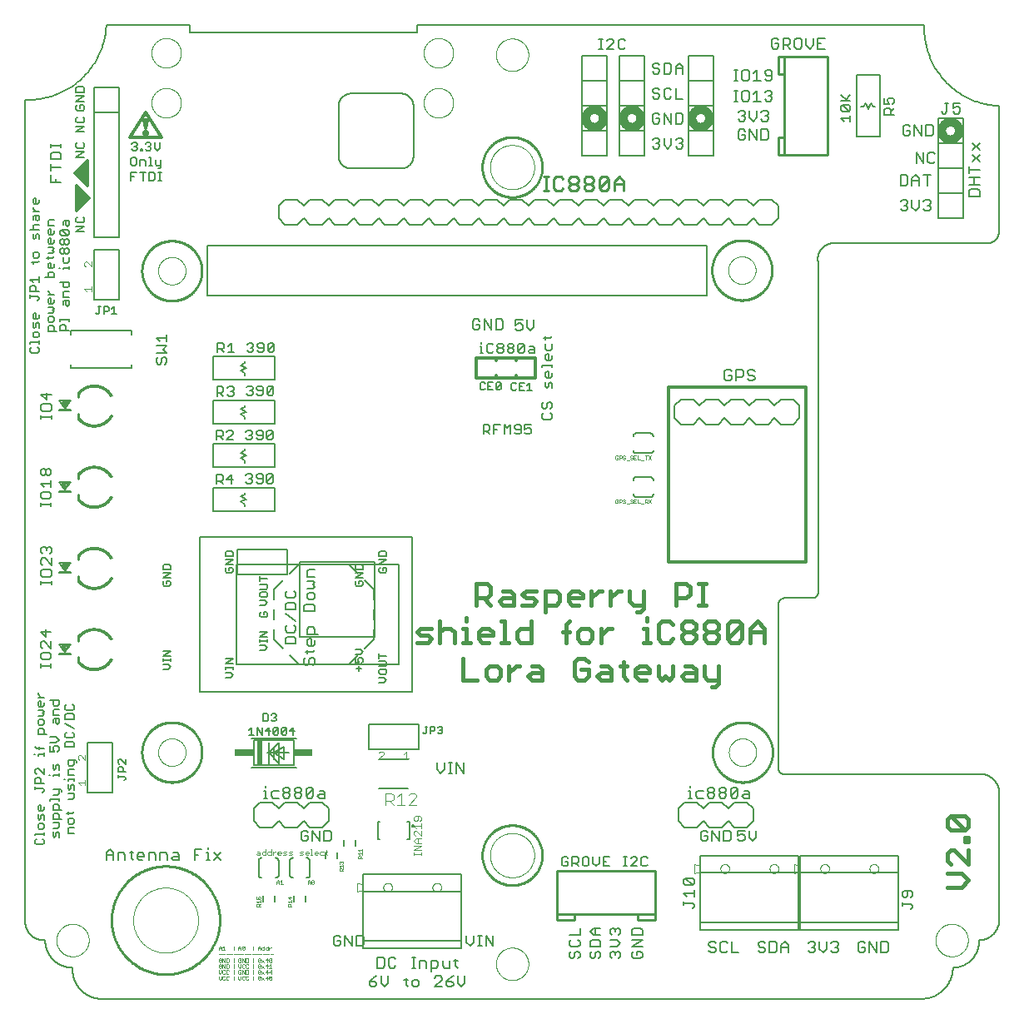
<source format=gto>
G75*
%MOIN*%
%OFA0B0*%
%FSLAX25Y25*%
%IPPOS*%
%LPD*%
%AMOC8*
5,1,8,0,0,1.08239X$1,22.5*
%
%ADD10C,0.00700*%
%ADD11C,0.00600*%
%ADD12C,0.00000*%
%ADD13C,0.01000*%
%ADD14C,0.00800*%
%ADD15C,0.01500*%
%ADD16C,0.03200*%
%ADD17C,0.01200*%
%ADD18C,0.00500*%
%ADD19C,0.00200*%
%ADD20C,0.00100*%
%ADD21C,0.00300*%
%ADD22R,0.02000X0.10000*%
%ADD23R,0.07500X0.03000*%
%ADD24C,0.00787*%
%ADD25C,0.00400*%
D10*
X0138695Y0217700D02*
X0138695Y0221503D01*
X0140597Y0221503D01*
X0141231Y0220869D01*
X0141231Y0219602D01*
X0140597Y0218968D01*
X0138695Y0218968D01*
X0139963Y0218968D02*
X0141231Y0217700D01*
X0142839Y0219602D02*
X0145374Y0219602D01*
X0144740Y0221503D02*
X0142839Y0219602D01*
X0144740Y0221503D02*
X0144740Y0217700D01*
X0150515Y0218584D02*
X0151148Y0217950D01*
X0152416Y0217950D01*
X0153050Y0218584D01*
X0153050Y0219218D01*
X0152416Y0219852D01*
X0151782Y0219852D01*
X0152416Y0219852D02*
X0153050Y0220485D01*
X0153050Y0221119D01*
X0152416Y0221753D01*
X0151148Y0221753D01*
X0150515Y0221119D01*
X0154658Y0221119D02*
X0154658Y0220485D01*
X0155292Y0219852D01*
X0157194Y0219852D01*
X0157194Y0221119D02*
X0156560Y0221753D01*
X0155292Y0221753D01*
X0154658Y0221119D01*
X0154658Y0218584D02*
X0155292Y0217950D01*
X0156560Y0217950D01*
X0157194Y0218584D01*
X0157194Y0221119D01*
X0158802Y0221119D02*
X0159435Y0221753D01*
X0160703Y0221753D01*
X0161337Y0221119D01*
X0158802Y0218584D01*
X0159435Y0217950D01*
X0160703Y0217950D01*
X0161337Y0218584D01*
X0161337Y0221119D01*
X0158802Y0221119D02*
X0158802Y0218584D01*
X0159435Y0235450D02*
X0158802Y0236084D01*
X0161337Y0238619D01*
X0161337Y0236084D01*
X0160703Y0235450D01*
X0159435Y0235450D01*
X0158802Y0236084D02*
X0158802Y0238619D01*
X0159435Y0239253D01*
X0160703Y0239253D01*
X0161337Y0238619D01*
X0157194Y0238619D02*
X0156560Y0239253D01*
X0155292Y0239253D01*
X0154658Y0238619D01*
X0154658Y0237985D01*
X0155292Y0237352D01*
X0157194Y0237352D01*
X0157194Y0238619D02*
X0157194Y0236084D01*
X0156560Y0235450D01*
X0155292Y0235450D01*
X0154658Y0236084D01*
X0153050Y0236084D02*
X0152416Y0235450D01*
X0151148Y0235450D01*
X0150515Y0236084D01*
X0151782Y0237352D02*
X0152416Y0237352D01*
X0153050Y0236718D01*
X0153050Y0236084D01*
X0152416Y0237352D02*
X0153050Y0237985D01*
X0153050Y0238619D01*
X0152416Y0239253D01*
X0151148Y0239253D01*
X0150515Y0238619D01*
X0145337Y0238619D02*
X0144703Y0239253D01*
X0143435Y0239253D01*
X0142802Y0238619D01*
X0141194Y0238619D02*
X0141194Y0237352D01*
X0140560Y0236718D01*
X0138658Y0236718D01*
X0139926Y0236718D02*
X0141194Y0235450D01*
X0142802Y0235450D02*
X0145337Y0237985D01*
X0145337Y0238619D01*
X0145337Y0235450D02*
X0142802Y0235450D01*
X0141194Y0238619D02*
X0140560Y0239253D01*
X0138658Y0239253D01*
X0138658Y0235450D01*
X0138908Y0252950D02*
X0138908Y0256753D01*
X0140810Y0256753D01*
X0141444Y0256119D01*
X0141444Y0254852D01*
X0140810Y0254218D01*
X0138908Y0254218D01*
X0140176Y0254218D02*
X0141444Y0252950D01*
X0143052Y0253584D02*
X0143685Y0252950D01*
X0144953Y0252950D01*
X0145587Y0253584D01*
X0145587Y0254218D01*
X0144953Y0254852D01*
X0144319Y0254852D01*
X0144953Y0254852D02*
X0145587Y0255485D01*
X0145587Y0256119D01*
X0144953Y0256753D01*
X0143685Y0256753D01*
X0143052Y0256119D01*
X0150695Y0256369D02*
X0151329Y0257003D01*
X0152597Y0257003D01*
X0153231Y0256369D01*
X0153231Y0255735D01*
X0152597Y0255102D01*
X0153231Y0254468D01*
X0153231Y0253834D01*
X0152597Y0253200D01*
X0151329Y0253200D01*
X0150695Y0253834D01*
X0151963Y0255102D02*
X0152597Y0255102D01*
X0154839Y0255735D02*
X0155473Y0255102D01*
X0157374Y0255102D01*
X0157374Y0256369D02*
X0156740Y0257003D01*
X0155473Y0257003D01*
X0154839Y0256369D01*
X0154839Y0255735D01*
X0154839Y0253834D02*
X0155473Y0253200D01*
X0156740Y0253200D01*
X0157374Y0253834D01*
X0157374Y0256369D01*
X0158982Y0256369D02*
X0159616Y0257003D01*
X0160884Y0257003D01*
X0161518Y0256369D01*
X0158982Y0253834D01*
X0159616Y0253200D01*
X0160884Y0253200D01*
X0161518Y0253834D01*
X0161518Y0256369D01*
X0158982Y0256369D02*
X0158982Y0253834D01*
X0159866Y0270450D02*
X0159232Y0271084D01*
X0161768Y0273619D01*
X0161768Y0271084D01*
X0161134Y0270450D01*
X0159866Y0270450D01*
X0159232Y0271084D02*
X0159232Y0273619D01*
X0159866Y0274253D01*
X0161134Y0274253D01*
X0161768Y0273619D01*
X0157624Y0273619D02*
X0156990Y0274253D01*
X0155723Y0274253D01*
X0155089Y0273619D01*
X0155089Y0272985D01*
X0155723Y0272352D01*
X0157624Y0272352D01*
X0157624Y0273619D02*
X0157624Y0271084D01*
X0156990Y0270450D01*
X0155723Y0270450D01*
X0155089Y0271084D01*
X0153481Y0271084D02*
X0152847Y0270450D01*
X0151579Y0270450D01*
X0150945Y0271084D01*
X0152213Y0272352D02*
X0152847Y0272352D01*
X0153481Y0271718D01*
X0153481Y0271084D01*
X0152847Y0272352D02*
X0153481Y0272985D01*
X0153481Y0273619D01*
X0152847Y0274253D01*
X0151579Y0274253D01*
X0150945Y0273619D01*
X0145837Y0270450D02*
X0143302Y0270450D01*
X0144569Y0270450D02*
X0144569Y0274253D01*
X0143302Y0272985D01*
X0141694Y0272352D02*
X0141060Y0271718D01*
X0139158Y0271718D01*
X0140426Y0271718D02*
X0141694Y0270450D01*
X0141694Y0272352D02*
X0141694Y0273619D01*
X0141060Y0274253D01*
X0139158Y0274253D01*
X0139158Y0270450D01*
X0116600Y0339221D02*
X0115499Y0339221D01*
X0116049Y0339221D02*
X0116049Y0342523D01*
X0115499Y0342523D02*
X0116600Y0342523D01*
X0115923Y0344120D02*
X0115372Y0344120D01*
X0115923Y0344120D02*
X0116473Y0344670D01*
X0116473Y0347423D01*
X0114271Y0347423D02*
X0114271Y0345771D01*
X0114822Y0345221D01*
X0116473Y0345221D01*
X0112917Y0345221D02*
X0111816Y0345221D01*
X0112366Y0345221D02*
X0112366Y0348523D01*
X0111816Y0348523D01*
X0110335Y0346872D02*
X0110335Y0345221D01*
X0110335Y0346872D02*
X0109784Y0347423D01*
X0108133Y0347423D01*
X0108133Y0345221D01*
X0106651Y0345771D02*
X0106651Y0347973D01*
X0106101Y0348523D01*
X0105000Y0348523D01*
X0104450Y0347973D01*
X0104450Y0345771D01*
X0105000Y0345221D01*
X0106101Y0345221D01*
X0106651Y0345771D01*
X0106651Y0342523D02*
X0104450Y0342523D01*
X0104450Y0339221D01*
X0104450Y0340872D02*
X0105551Y0340872D01*
X0108133Y0342523D02*
X0110335Y0342523D01*
X0109234Y0342523D02*
X0109234Y0339221D01*
X0111816Y0339221D02*
X0113467Y0339221D01*
X0114018Y0339771D01*
X0114018Y0341973D01*
X0113467Y0342523D01*
X0111816Y0342523D01*
X0111816Y0339221D01*
X0111933Y0351221D02*
X0110832Y0351221D01*
X0110281Y0351771D01*
X0108990Y0351771D02*
X0108990Y0351221D01*
X0108440Y0351221D01*
X0108440Y0351771D01*
X0108990Y0351771D01*
X0106958Y0351771D02*
X0106408Y0351221D01*
X0105307Y0351221D01*
X0104757Y0351771D01*
X0105857Y0352872D02*
X0106408Y0352872D01*
X0106958Y0352322D01*
X0106958Y0351771D01*
X0106408Y0352872D02*
X0106958Y0353423D01*
X0106958Y0353973D01*
X0106408Y0354523D01*
X0105307Y0354523D01*
X0104757Y0353973D01*
X0110281Y0353973D02*
X0110832Y0354523D01*
X0111933Y0354523D01*
X0112483Y0353973D01*
X0112483Y0353423D01*
X0111933Y0352872D01*
X0112483Y0352322D01*
X0112483Y0351771D01*
X0111933Y0351221D01*
X0111933Y0352872D02*
X0111382Y0352872D01*
X0113964Y0352322D02*
X0115065Y0351221D01*
X0116166Y0352322D01*
X0116166Y0354523D01*
X0113964Y0354523D02*
X0113964Y0352322D01*
X0244839Y0274637D02*
X0244839Y0274003D01*
X0244839Y0272735D02*
X0244839Y0270200D01*
X0244205Y0270200D02*
X0245473Y0270200D01*
X0246967Y0270834D02*
X0247601Y0270200D01*
X0248869Y0270200D01*
X0249503Y0270834D01*
X0251111Y0270834D02*
X0251111Y0271468D01*
X0251745Y0272102D01*
X0253013Y0272102D01*
X0253647Y0271468D01*
X0253647Y0270834D01*
X0253013Y0270200D01*
X0251745Y0270200D01*
X0251111Y0270834D01*
X0251745Y0272102D02*
X0251111Y0272735D01*
X0251111Y0273369D01*
X0251745Y0274003D01*
X0253013Y0274003D01*
X0253647Y0273369D01*
X0253647Y0272735D01*
X0253013Y0272102D01*
X0255255Y0272735D02*
X0255255Y0273369D01*
X0255888Y0274003D01*
X0257156Y0274003D01*
X0257790Y0273369D01*
X0257790Y0272735D01*
X0257156Y0272102D01*
X0255888Y0272102D01*
X0255255Y0272735D01*
X0255888Y0272102D02*
X0255255Y0271468D01*
X0255255Y0270834D01*
X0255888Y0270200D01*
X0257156Y0270200D01*
X0257790Y0270834D01*
X0257790Y0271468D01*
X0257156Y0272102D01*
X0259398Y0273369D02*
X0260032Y0274003D01*
X0261300Y0274003D01*
X0261934Y0273369D01*
X0259398Y0270834D01*
X0260032Y0270200D01*
X0261300Y0270200D01*
X0261934Y0270834D01*
X0261934Y0273369D01*
X0264176Y0272735D02*
X0265443Y0272735D01*
X0266077Y0272102D01*
X0266077Y0270200D01*
X0264176Y0270200D01*
X0263542Y0270834D01*
X0264176Y0271468D01*
X0266077Y0271468D01*
X0270460Y0271943D02*
X0271094Y0271309D01*
X0272361Y0271309D01*
X0272995Y0271943D01*
X0272995Y0273844D01*
X0272361Y0276086D02*
X0269826Y0276086D01*
X0270460Y0275452D02*
X0270460Y0276720D01*
X0272361Y0276086D02*
X0272995Y0276720D01*
X0270460Y0273844D02*
X0270460Y0271943D01*
X0271094Y0269701D02*
X0271727Y0269701D01*
X0271727Y0267165D01*
X0271094Y0267165D02*
X0270460Y0267799D01*
X0270460Y0269067D01*
X0271094Y0269701D01*
X0272995Y0269067D02*
X0272995Y0267799D01*
X0272361Y0267165D01*
X0271094Y0267165D01*
X0272995Y0265671D02*
X0272995Y0264403D01*
X0272995Y0265037D02*
X0269192Y0265037D01*
X0269192Y0264403D01*
X0271094Y0262795D02*
X0271727Y0262795D01*
X0271727Y0260259D01*
X0271094Y0260259D02*
X0270460Y0260893D01*
X0270460Y0262161D01*
X0271094Y0262795D01*
X0272995Y0262161D02*
X0272995Y0260893D01*
X0272361Y0260259D01*
X0271094Y0260259D01*
X0270460Y0258651D02*
X0270460Y0256750D01*
X0271094Y0256116D01*
X0271727Y0256750D01*
X0271727Y0258017D01*
X0272361Y0258651D01*
X0272995Y0258017D01*
X0272995Y0256116D01*
X0272361Y0250364D02*
X0272995Y0249730D01*
X0272995Y0248463D01*
X0272361Y0247829D01*
X0271094Y0248463D02*
X0271094Y0249730D01*
X0271727Y0250364D01*
X0272361Y0250364D01*
X0271094Y0248463D02*
X0270460Y0247829D01*
X0269826Y0247829D01*
X0269192Y0248463D01*
X0269192Y0249730D01*
X0269826Y0250364D01*
X0269826Y0246221D02*
X0269192Y0245587D01*
X0269192Y0244319D01*
X0269826Y0243685D01*
X0272361Y0243685D01*
X0272995Y0244319D01*
X0272995Y0245587D01*
X0272361Y0246221D01*
X0264696Y0241503D02*
X0262160Y0241503D01*
X0262160Y0239602D01*
X0263428Y0240235D01*
X0264062Y0240235D01*
X0264696Y0239602D01*
X0264696Y0238334D01*
X0264062Y0237700D01*
X0262794Y0237700D01*
X0262160Y0238334D01*
X0260552Y0238334D02*
X0260552Y0240869D01*
X0259919Y0241503D01*
X0258651Y0241503D01*
X0258017Y0240869D01*
X0258017Y0240235D01*
X0258651Y0239602D01*
X0260552Y0239602D01*
X0260552Y0238334D02*
X0259919Y0237700D01*
X0258651Y0237700D01*
X0258017Y0238334D01*
X0256409Y0237700D02*
X0256409Y0241503D01*
X0255141Y0240235D01*
X0253873Y0241503D01*
X0253873Y0237700D01*
X0250998Y0239602D02*
X0249730Y0239602D01*
X0248122Y0239602D02*
X0247488Y0238968D01*
X0245586Y0238968D01*
X0245586Y0237700D02*
X0245586Y0241503D01*
X0247488Y0241503D01*
X0248122Y0240869D01*
X0248122Y0239602D01*
X0246854Y0238968D02*
X0248122Y0237700D01*
X0249730Y0237700D02*
X0249730Y0241503D01*
X0252265Y0241503D01*
X0246967Y0270834D02*
X0246967Y0273369D01*
X0247601Y0274003D01*
X0248869Y0274003D01*
X0249503Y0273369D01*
X0244839Y0272735D02*
X0244205Y0272735D01*
X0259398Y0273369D02*
X0259398Y0270834D01*
X0388692Y0364037D02*
X0389960Y0362769D01*
X0388692Y0364037D02*
X0392495Y0364037D01*
X0392495Y0362769D02*
X0392495Y0365305D01*
X0391861Y0366913D02*
X0389326Y0369448D01*
X0391861Y0369448D01*
X0392495Y0368815D01*
X0392495Y0367547D01*
X0391861Y0366913D01*
X0389326Y0366913D01*
X0388692Y0367547D01*
X0388692Y0368815D01*
X0389326Y0369448D01*
X0388692Y0371056D02*
X0392495Y0371056D01*
X0391227Y0371056D02*
X0388692Y0373592D01*
X0390594Y0371690D02*
X0392495Y0373592D01*
X0406192Y0372342D02*
X0406192Y0369806D01*
X0408094Y0369806D01*
X0407460Y0371074D01*
X0407460Y0371708D01*
X0408094Y0372342D01*
X0409361Y0372342D01*
X0409995Y0371708D01*
X0409995Y0370440D01*
X0409361Y0369806D01*
X0409995Y0368198D02*
X0408727Y0366931D01*
X0408727Y0367565D02*
X0408727Y0365663D01*
X0409995Y0365663D02*
X0406192Y0365663D01*
X0406192Y0367565D01*
X0406826Y0368198D01*
X0408094Y0368198D01*
X0408727Y0367565D01*
X0310659Y0068503D02*
X0309391Y0068503D01*
X0308757Y0067869D01*
X0308757Y0065334D01*
X0309391Y0064700D01*
X0310659Y0064700D01*
X0311292Y0065334D01*
X0311292Y0067869D02*
X0310659Y0068503D01*
X0307149Y0067869D02*
X0306515Y0068503D01*
X0305247Y0068503D01*
X0304613Y0067869D01*
X0303119Y0068503D02*
X0301851Y0068503D01*
X0302485Y0068503D02*
X0302485Y0064700D01*
X0301851Y0064700D02*
X0303119Y0064700D01*
X0304613Y0064700D02*
X0307149Y0067235D01*
X0307149Y0067869D01*
X0307149Y0064700D02*
X0304613Y0064700D01*
X0296099Y0064700D02*
X0293564Y0064700D01*
X0293564Y0068503D01*
X0296099Y0068503D01*
X0294832Y0066602D02*
X0293564Y0066602D01*
X0291956Y0065968D02*
X0291956Y0068503D01*
X0291956Y0065968D02*
X0290688Y0064700D01*
X0289420Y0065968D01*
X0289420Y0068503D01*
X0287812Y0067869D02*
X0287812Y0065334D01*
X0287179Y0064700D01*
X0285911Y0064700D01*
X0285277Y0065334D01*
X0285277Y0067869D01*
X0285911Y0068503D01*
X0287179Y0068503D01*
X0287812Y0067869D01*
X0283669Y0067869D02*
X0283669Y0066602D01*
X0283035Y0065968D01*
X0281133Y0065968D01*
X0281133Y0064700D02*
X0281133Y0068503D01*
X0283035Y0068503D01*
X0283669Y0067869D01*
X0282401Y0065968D02*
X0283669Y0064700D01*
X0279525Y0065334D02*
X0279525Y0066602D01*
X0278258Y0066602D01*
X0279525Y0067869D02*
X0278891Y0068503D01*
X0277624Y0068503D01*
X0276990Y0067869D01*
X0276990Y0065334D01*
X0277624Y0064700D01*
X0278891Y0064700D01*
X0279525Y0065334D01*
D11*
X0062095Y0042600D02*
X0062095Y0371600D01*
X0082372Y0370815D02*
X0085774Y0373084D01*
X0082372Y0373084D01*
X0082372Y0374498D02*
X0082372Y0376200D01*
X0082939Y0376767D01*
X0085207Y0376767D01*
X0085774Y0376200D01*
X0085774Y0374498D01*
X0082372Y0374498D01*
X0082372Y0370815D02*
X0085774Y0370815D01*
X0085207Y0369401D02*
X0084073Y0369401D01*
X0084073Y0368266D01*
X0082939Y0367132D02*
X0085207Y0367132D01*
X0085774Y0367699D01*
X0085774Y0368834D01*
X0085207Y0369401D01*
X0082939Y0369401D02*
X0082372Y0368834D01*
X0082372Y0367699D01*
X0082939Y0367132D01*
X0082939Y0364675D02*
X0082372Y0364108D01*
X0082372Y0362974D01*
X0082939Y0362407D01*
X0085207Y0362407D01*
X0085774Y0362974D01*
X0085774Y0364108D01*
X0085207Y0364675D01*
X0085774Y0360992D02*
X0082372Y0360992D01*
X0082372Y0358724D02*
X0085774Y0360992D01*
X0085774Y0358724D02*
X0082372Y0358724D01*
X0082939Y0354425D02*
X0082372Y0353858D01*
X0082372Y0352724D01*
X0082939Y0352157D01*
X0085207Y0352157D01*
X0085774Y0352724D01*
X0085774Y0353858D01*
X0085207Y0354425D01*
X0085774Y0350742D02*
X0082372Y0350742D01*
X0082372Y0348474D02*
X0085774Y0350742D01*
X0085774Y0348474D02*
X0082372Y0348474D01*
X0089595Y0366600D02*
X0099595Y0366600D01*
X0099595Y0376600D01*
X0089595Y0376600D01*
X0089595Y0366600D01*
X0089595Y0316600D01*
X0099595Y0316600D01*
X0099595Y0366600D01*
X0128095Y0398600D02*
X0128095Y0401600D01*
X0094595Y0401600D01*
X0094555Y0400833D01*
X0094496Y0400068D01*
X0094418Y0399304D01*
X0094322Y0398543D01*
X0094207Y0397784D01*
X0094073Y0397028D01*
X0093921Y0396276D01*
X0093751Y0395527D01*
X0093562Y0394783D01*
X0093355Y0394044D01*
X0093130Y0393311D01*
X0092887Y0392582D01*
X0092626Y0391861D01*
X0092347Y0391145D01*
X0092051Y0390437D01*
X0091738Y0389736D01*
X0091408Y0389043D01*
X0091060Y0388359D01*
X0090696Y0387683D01*
X0090316Y0387016D01*
X0089919Y0386359D01*
X0089506Y0385712D01*
X0089078Y0385075D01*
X0088634Y0384449D01*
X0088175Y0383834D01*
X0087701Y0383230D01*
X0087212Y0382639D01*
X0086709Y0382059D01*
X0086191Y0381492D01*
X0085660Y0380938D01*
X0085116Y0380397D01*
X0084558Y0379869D01*
X0083988Y0379355D01*
X0083405Y0378856D01*
X0082810Y0378371D01*
X0082204Y0377900D01*
X0081586Y0377445D01*
X0080957Y0377005D01*
X0080317Y0376581D01*
X0079667Y0376172D01*
X0079008Y0375780D01*
X0078339Y0375403D01*
X0077660Y0375044D01*
X0076974Y0374701D01*
X0076279Y0374375D01*
X0075576Y0374066D01*
X0074866Y0373774D01*
X0074149Y0373500D01*
X0073425Y0373244D01*
X0072696Y0373006D01*
X0071961Y0372785D01*
X0071220Y0372583D01*
X0070475Y0372399D01*
X0069726Y0372233D01*
X0068972Y0372085D01*
X0068216Y0371957D01*
X0067456Y0371846D01*
X0066694Y0371755D01*
X0065930Y0371682D01*
X0065164Y0371628D01*
X0064397Y0371593D01*
X0063630Y0371576D01*
X0062862Y0371579D01*
X0062095Y0371600D01*
X0065844Y0332099D02*
X0066411Y0332099D01*
X0066411Y0329830D01*
X0066978Y0329830D02*
X0065844Y0329830D01*
X0065277Y0330398D01*
X0065277Y0331532D01*
X0065844Y0332099D01*
X0067545Y0331532D02*
X0067545Y0330398D01*
X0066978Y0329830D01*
X0065277Y0328463D02*
X0065277Y0327895D01*
X0066411Y0326761D01*
X0067545Y0326761D02*
X0065277Y0326761D01*
X0065844Y0325347D02*
X0067545Y0325347D01*
X0067545Y0323645D01*
X0066978Y0323078D01*
X0066411Y0323645D01*
X0066411Y0325347D01*
X0065844Y0325347D02*
X0065277Y0324780D01*
X0065277Y0323645D01*
X0065844Y0321664D02*
X0067545Y0321664D01*
X0065844Y0321664D02*
X0065277Y0321096D01*
X0065277Y0319962D01*
X0065844Y0319395D01*
X0065277Y0317980D02*
X0065277Y0316279D01*
X0065844Y0315712D01*
X0066411Y0316279D01*
X0066411Y0317413D01*
X0066978Y0317980D01*
X0067545Y0317413D01*
X0067545Y0315712D01*
X0067545Y0319395D02*
X0064142Y0319395D01*
X0065844Y0310614D02*
X0065277Y0310047D01*
X0065277Y0308913D01*
X0065844Y0308345D01*
X0066978Y0308345D01*
X0067545Y0308913D01*
X0067545Y0310047D01*
X0066978Y0310614D01*
X0065844Y0310614D01*
X0065277Y0307024D02*
X0065277Y0305890D01*
X0064709Y0306457D02*
X0066978Y0306457D01*
X0067545Y0307024D01*
X0070709Y0308299D02*
X0072978Y0308299D01*
X0073545Y0308866D01*
X0072978Y0310187D02*
X0073545Y0310754D01*
X0072978Y0311321D01*
X0073545Y0311888D01*
X0072978Y0312456D01*
X0071277Y0312456D01*
X0071844Y0313870D02*
X0071277Y0314437D01*
X0071277Y0315572D01*
X0071844Y0316139D01*
X0072411Y0316139D01*
X0072411Y0313870D01*
X0072978Y0313870D02*
X0071844Y0313870D01*
X0072978Y0313870D02*
X0073545Y0314437D01*
X0073545Y0315572D01*
X0072978Y0317553D02*
X0071844Y0317553D01*
X0071277Y0318120D01*
X0071277Y0319255D01*
X0071844Y0319822D01*
X0072411Y0319822D01*
X0072411Y0317553D01*
X0072978Y0317553D02*
X0073545Y0318120D01*
X0073545Y0319255D01*
X0073545Y0321236D02*
X0071277Y0321236D01*
X0071277Y0322938D01*
X0071844Y0323505D01*
X0073545Y0323505D01*
X0077277Y0322631D02*
X0077844Y0323198D01*
X0079545Y0323198D01*
X0079545Y0321497D01*
X0078978Y0320930D01*
X0078411Y0321497D01*
X0078411Y0323198D01*
X0077277Y0322631D02*
X0077277Y0321497D01*
X0076709Y0319515D02*
X0078978Y0317246D01*
X0079545Y0317814D01*
X0079545Y0318948D01*
X0078978Y0319515D01*
X0076709Y0319515D01*
X0076142Y0318948D01*
X0076142Y0317814D01*
X0076709Y0317246D01*
X0078978Y0317246D01*
X0078978Y0315832D02*
X0079545Y0315265D01*
X0079545Y0314130D01*
X0078978Y0313563D01*
X0078411Y0313563D01*
X0077844Y0314130D01*
X0077844Y0315265D01*
X0078411Y0315832D01*
X0078978Y0315832D01*
X0077844Y0315265D02*
X0077277Y0315832D01*
X0076709Y0315832D01*
X0076142Y0315265D01*
X0076142Y0314130D01*
X0076709Y0313563D01*
X0077277Y0313563D01*
X0077844Y0314130D01*
X0078411Y0312149D02*
X0078978Y0312149D01*
X0079545Y0311582D01*
X0079545Y0310447D01*
X0078978Y0309880D01*
X0078411Y0309880D01*
X0077844Y0310447D01*
X0077844Y0311582D01*
X0078411Y0312149D01*
X0077844Y0311582D02*
X0077277Y0312149D01*
X0076709Y0312149D01*
X0076142Y0311582D01*
X0076142Y0310447D01*
X0076709Y0309880D01*
X0077277Y0309880D01*
X0077844Y0310447D01*
X0077277Y0308466D02*
X0077277Y0306764D01*
X0077844Y0306197D01*
X0078978Y0306197D01*
X0079545Y0306764D01*
X0079545Y0308466D01*
X0079545Y0304876D02*
X0079545Y0303742D01*
X0079545Y0304309D02*
X0077277Y0304309D01*
X0077277Y0303742D01*
X0076142Y0304309D02*
X0075575Y0304309D01*
X0073545Y0304616D02*
X0072978Y0304048D01*
X0071844Y0304048D01*
X0071277Y0304616D01*
X0071277Y0305750D01*
X0071844Y0306317D01*
X0072411Y0306317D01*
X0072411Y0304048D01*
X0073545Y0304616D02*
X0073545Y0305750D01*
X0071277Y0307732D02*
X0071277Y0308866D01*
X0071277Y0310187D02*
X0072978Y0310187D01*
X0072978Y0302634D02*
X0071844Y0302634D01*
X0071277Y0302067D01*
X0071277Y0300365D01*
X0070142Y0300365D02*
X0073545Y0300365D01*
X0073545Y0302067D01*
X0072978Y0302634D01*
X0076142Y0298644D02*
X0079545Y0298644D01*
X0079545Y0296942D01*
X0078978Y0296375D01*
X0077844Y0296375D01*
X0077277Y0296942D01*
X0077277Y0298644D01*
X0077844Y0294961D02*
X0079545Y0294961D01*
X0077844Y0294961D02*
X0077277Y0294394D01*
X0077277Y0292692D01*
X0079545Y0292692D01*
X0079545Y0291278D02*
X0079545Y0289576D01*
X0078978Y0289009D01*
X0078411Y0289576D01*
X0078411Y0291278D01*
X0077844Y0291278D02*
X0079545Y0291278D01*
X0077844Y0291278D02*
X0077277Y0290710D01*
X0077277Y0289576D01*
X0073545Y0290497D02*
X0072978Y0289930D01*
X0071844Y0289930D01*
X0071277Y0290497D01*
X0071277Y0291631D01*
X0071844Y0292198D01*
X0072411Y0292198D01*
X0072411Y0289930D01*
X0073545Y0290497D02*
X0073545Y0291631D01*
X0073545Y0293613D02*
X0071277Y0293613D01*
X0072411Y0293613D02*
X0071277Y0294747D01*
X0071277Y0295314D01*
X0067545Y0294841D02*
X0064142Y0294841D01*
X0064142Y0296542D01*
X0064709Y0297109D01*
X0065844Y0297109D01*
X0066411Y0296542D01*
X0066411Y0294841D01*
X0066978Y0292859D02*
X0064142Y0292859D01*
X0064142Y0292292D02*
X0064142Y0293426D01*
X0066978Y0292859D02*
X0067545Y0292292D01*
X0067545Y0291725D01*
X0066978Y0291157D01*
X0071277Y0288515D02*
X0072978Y0288515D01*
X0073545Y0287948D01*
X0072978Y0287381D01*
X0073545Y0286814D01*
X0072978Y0286247D01*
X0071277Y0286247D01*
X0071844Y0284832D02*
X0071277Y0284265D01*
X0071277Y0283131D01*
X0071844Y0282563D01*
X0072978Y0282563D01*
X0073545Y0283131D01*
X0073545Y0284265D01*
X0072978Y0284832D01*
X0071844Y0284832D01*
X0071844Y0281149D02*
X0072978Y0281149D01*
X0073545Y0280582D01*
X0073545Y0278880D01*
X0074679Y0278880D02*
X0071277Y0278880D01*
X0071277Y0280582D01*
X0071844Y0281149D01*
X0076142Y0280889D02*
X0076142Y0279187D01*
X0079545Y0279187D01*
X0078411Y0279187D02*
X0078411Y0280889D01*
X0077844Y0281456D01*
X0076709Y0281456D01*
X0076142Y0280889D01*
X0076142Y0282870D02*
X0076142Y0284005D01*
X0076142Y0283438D02*
X0079545Y0283438D01*
X0079545Y0284005D02*
X0079545Y0282870D01*
X0067545Y0281809D02*
X0066978Y0282377D01*
X0066411Y0281809D01*
X0066411Y0280675D01*
X0065844Y0280108D01*
X0065277Y0280675D01*
X0065277Y0282377D01*
X0065844Y0283791D02*
X0065277Y0284358D01*
X0065277Y0285493D01*
X0065844Y0286060D01*
X0066411Y0286060D01*
X0066411Y0283791D01*
X0066978Y0283791D02*
X0065844Y0283791D01*
X0066978Y0283791D02*
X0067545Y0284358D01*
X0067545Y0285493D01*
X0067545Y0281809D02*
X0067545Y0280108D01*
X0066978Y0278693D02*
X0065844Y0278693D01*
X0065277Y0278126D01*
X0065277Y0276992D01*
X0065844Y0276425D01*
X0066978Y0276425D01*
X0067545Y0276992D01*
X0067545Y0278126D01*
X0066978Y0278693D01*
X0067545Y0275104D02*
X0067545Y0273969D01*
X0067545Y0274537D02*
X0064142Y0274537D01*
X0064142Y0273969D01*
X0064709Y0272555D02*
X0064142Y0271988D01*
X0064142Y0270853D01*
X0064709Y0270286D01*
X0066978Y0270286D01*
X0067545Y0270853D01*
X0067545Y0271988D01*
X0066978Y0272555D01*
X0067545Y0298524D02*
X0067545Y0300792D01*
X0067545Y0299658D02*
X0064142Y0299658D01*
X0065277Y0298524D01*
X0082372Y0318724D02*
X0085774Y0320992D01*
X0082372Y0320992D01*
X0082939Y0322407D02*
X0085207Y0322407D01*
X0085774Y0322974D01*
X0085774Y0324108D01*
X0085207Y0324675D01*
X0082939Y0324675D02*
X0082372Y0324108D01*
X0082372Y0322974D01*
X0082939Y0322407D01*
X0082372Y0318724D02*
X0085774Y0318724D01*
X0128095Y0398600D02*
X0219095Y0398600D01*
X0219095Y0401600D01*
X0422095Y0401600D01*
X0422074Y0400845D01*
X0422071Y0400089D01*
X0422087Y0399333D01*
X0422120Y0398578D01*
X0422172Y0397824D01*
X0422242Y0397072D01*
X0422331Y0396321D01*
X0422437Y0395573D01*
X0422561Y0394827D01*
X0422704Y0394085D01*
X0422864Y0393346D01*
X0423042Y0392612D01*
X0423238Y0391882D01*
X0423452Y0391157D01*
X0423682Y0390437D01*
X0423931Y0389724D01*
X0424196Y0389016D01*
X0424478Y0388315D01*
X0424778Y0387621D01*
X0425094Y0386934D01*
X0425426Y0386255D01*
X0425775Y0385585D01*
X0426140Y0384923D01*
X0426520Y0384270D01*
X0426917Y0383627D01*
X0427328Y0382993D01*
X0427755Y0382369D01*
X0428197Y0381756D01*
X0428654Y0381154D01*
X0429125Y0380563D01*
X0429610Y0379984D01*
X0430109Y0379416D01*
X0430622Y0378861D01*
X0431148Y0378318D01*
X0431687Y0377788D01*
X0432238Y0377271D01*
X0432802Y0376768D01*
X0433378Y0376278D01*
X0433965Y0375803D01*
X0434564Y0375342D01*
X0435174Y0374895D01*
X0435794Y0374464D01*
X0436425Y0374047D01*
X0437066Y0373646D01*
X0437716Y0373260D01*
X0438375Y0372891D01*
X0439043Y0372537D01*
X0439719Y0372199D01*
X0440403Y0371878D01*
X0441095Y0371574D01*
X0441794Y0371286D01*
X0442499Y0371016D01*
X0443211Y0370762D01*
X0443929Y0370526D01*
X0444653Y0370307D01*
X0445381Y0370106D01*
X0446114Y0369922D01*
X0446852Y0369756D01*
X0447593Y0369609D01*
X0448337Y0369479D01*
X0449085Y0369367D01*
X0449835Y0369273D01*
X0450587Y0369197D01*
X0451340Y0369139D01*
X0452095Y0369100D01*
X0452095Y0319100D01*
X0452093Y0318960D01*
X0452087Y0318820D01*
X0452077Y0318680D01*
X0452064Y0318540D01*
X0452046Y0318401D01*
X0452024Y0318262D01*
X0451999Y0318125D01*
X0451970Y0317987D01*
X0451937Y0317851D01*
X0451900Y0317716D01*
X0451859Y0317582D01*
X0451814Y0317449D01*
X0451766Y0317317D01*
X0451714Y0317187D01*
X0451659Y0317058D01*
X0451600Y0316931D01*
X0451537Y0316805D01*
X0451471Y0316681D01*
X0451402Y0316560D01*
X0451329Y0316440D01*
X0451252Y0316322D01*
X0451173Y0316207D01*
X0451090Y0316093D01*
X0451004Y0315983D01*
X0450915Y0315874D01*
X0450823Y0315768D01*
X0450728Y0315665D01*
X0450631Y0315564D01*
X0450530Y0315467D01*
X0450427Y0315372D01*
X0450321Y0315280D01*
X0450212Y0315191D01*
X0450102Y0315105D01*
X0449988Y0315022D01*
X0449873Y0314943D01*
X0449755Y0314866D01*
X0449635Y0314793D01*
X0449514Y0314724D01*
X0449390Y0314658D01*
X0449264Y0314595D01*
X0449137Y0314536D01*
X0449008Y0314481D01*
X0448878Y0314429D01*
X0448746Y0314381D01*
X0448613Y0314336D01*
X0448479Y0314295D01*
X0448344Y0314258D01*
X0448208Y0314225D01*
X0448070Y0314196D01*
X0447933Y0314171D01*
X0447794Y0314149D01*
X0447655Y0314131D01*
X0447515Y0314118D01*
X0447375Y0314108D01*
X0447235Y0314102D01*
X0447095Y0314100D01*
X0384595Y0314100D01*
X0384440Y0314067D01*
X0384285Y0314030D01*
X0384131Y0313989D01*
X0383979Y0313945D01*
X0383827Y0313896D01*
X0383677Y0313844D01*
X0383529Y0313788D01*
X0383381Y0313729D01*
X0383235Y0313665D01*
X0383091Y0313598D01*
X0382949Y0313528D01*
X0382808Y0313454D01*
X0382669Y0313377D01*
X0382533Y0313296D01*
X0382398Y0313211D01*
X0382265Y0313124D01*
X0382135Y0313033D01*
X0382007Y0312939D01*
X0381881Y0312842D01*
X0381758Y0312741D01*
X0381637Y0312638D01*
X0381519Y0312531D01*
X0381404Y0312422D01*
X0381291Y0312310D01*
X0381182Y0312195D01*
X0381075Y0312077D01*
X0380971Y0311957D01*
X0380870Y0311834D01*
X0380772Y0311709D01*
X0380677Y0311581D01*
X0380586Y0311451D01*
X0380498Y0311319D01*
X0380413Y0311185D01*
X0380332Y0311048D01*
X0380254Y0310910D01*
X0380179Y0310770D01*
X0380108Y0310627D01*
X0380041Y0310484D01*
X0379977Y0310338D01*
X0379916Y0310191D01*
X0379860Y0310042D01*
X0379807Y0309893D01*
X0379758Y0309741D01*
X0379713Y0309589D01*
X0379671Y0309436D01*
X0379634Y0309281D01*
X0379600Y0309126D01*
X0379570Y0308970D01*
X0379544Y0308813D01*
X0379522Y0308656D01*
X0379504Y0308498D01*
X0379490Y0308339D01*
X0379480Y0308181D01*
X0379473Y0308022D01*
X0379471Y0307863D01*
X0379473Y0307704D01*
X0379478Y0307545D01*
X0379488Y0307387D01*
X0379501Y0307228D01*
X0379519Y0307071D01*
X0379540Y0306913D01*
X0379566Y0306756D01*
X0379595Y0306600D01*
X0379595Y0174100D01*
X0379583Y0174007D01*
X0379567Y0173915D01*
X0379547Y0173824D01*
X0379523Y0173733D01*
X0379496Y0173644D01*
X0379465Y0173555D01*
X0379430Y0173468D01*
X0379392Y0173383D01*
X0379350Y0173299D01*
X0379305Y0173217D01*
X0379257Y0173137D01*
X0379205Y0173059D01*
X0379150Y0172983D01*
X0379092Y0172910D01*
X0379031Y0172839D01*
X0378967Y0172771D01*
X0378900Y0172705D01*
X0378831Y0172642D01*
X0378759Y0172582D01*
X0378685Y0172525D01*
X0378608Y0172471D01*
X0378530Y0172421D01*
X0378449Y0172373D01*
X0378366Y0172330D01*
X0378282Y0172289D01*
X0378196Y0172252D01*
X0378109Y0172219D01*
X0378020Y0172189D01*
X0377930Y0172163D01*
X0377839Y0172141D01*
X0377747Y0172122D01*
X0377655Y0172107D01*
X0377562Y0172096D01*
X0377469Y0172089D01*
X0377375Y0172086D01*
X0377282Y0172087D01*
X0377188Y0172091D01*
X0377095Y0172100D01*
X0366095Y0172100D01*
X0365992Y0172088D01*
X0365890Y0172073D01*
X0365789Y0172054D01*
X0365688Y0172032D01*
X0365588Y0172005D01*
X0365489Y0171975D01*
X0365392Y0171941D01*
X0365296Y0171904D01*
X0365201Y0171863D01*
X0365108Y0171818D01*
X0365016Y0171770D01*
X0364927Y0171719D01*
X0364839Y0171664D01*
X0364754Y0171606D01*
X0364670Y0171545D01*
X0364590Y0171481D01*
X0364511Y0171414D01*
X0364435Y0171344D01*
X0364362Y0171271D01*
X0364292Y0171196D01*
X0364224Y0171118D01*
X0364159Y0171037D01*
X0364098Y0170954D01*
X0364039Y0170869D01*
X0363984Y0170782D01*
X0363932Y0170692D01*
X0363884Y0170601D01*
X0363839Y0170508D01*
X0363797Y0170414D01*
X0363759Y0170318D01*
X0363725Y0170220D01*
X0363694Y0170122D01*
X0363667Y0170022D01*
X0363644Y0169922D01*
X0363624Y0169820D01*
X0363609Y0169718D01*
X0363597Y0169616D01*
X0363589Y0169513D01*
X0363585Y0169409D01*
X0363584Y0169306D01*
X0363588Y0169203D01*
X0363595Y0169100D01*
X0363595Y0104100D01*
X0363597Y0104002D01*
X0363603Y0103904D01*
X0363612Y0103806D01*
X0363626Y0103709D01*
X0363643Y0103612D01*
X0363664Y0103516D01*
X0363689Y0103421D01*
X0363717Y0103327D01*
X0363750Y0103235D01*
X0363785Y0103143D01*
X0363825Y0103053D01*
X0363867Y0102965D01*
X0363914Y0102878D01*
X0363963Y0102794D01*
X0364016Y0102711D01*
X0364072Y0102631D01*
X0364132Y0102552D01*
X0364194Y0102476D01*
X0364259Y0102403D01*
X0364327Y0102332D01*
X0364398Y0102264D01*
X0364471Y0102199D01*
X0364547Y0102137D01*
X0364626Y0102077D01*
X0364706Y0102021D01*
X0364789Y0101968D01*
X0364873Y0101919D01*
X0364960Y0101872D01*
X0365048Y0101830D01*
X0365138Y0101790D01*
X0365230Y0101755D01*
X0365322Y0101722D01*
X0365416Y0101694D01*
X0365511Y0101669D01*
X0365607Y0101648D01*
X0365704Y0101631D01*
X0365801Y0101617D01*
X0365899Y0101608D01*
X0365997Y0101602D01*
X0366095Y0101600D01*
X0444595Y0101600D01*
X0444776Y0101598D01*
X0444957Y0101591D01*
X0445138Y0101580D01*
X0445319Y0101565D01*
X0445499Y0101545D01*
X0445679Y0101521D01*
X0445858Y0101493D01*
X0446036Y0101460D01*
X0446213Y0101423D01*
X0446390Y0101382D01*
X0446565Y0101337D01*
X0446740Y0101287D01*
X0446913Y0101233D01*
X0447084Y0101175D01*
X0447255Y0101113D01*
X0447423Y0101046D01*
X0447590Y0100976D01*
X0447756Y0100902D01*
X0447919Y0100823D01*
X0448080Y0100741D01*
X0448240Y0100655D01*
X0448397Y0100565D01*
X0448552Y0100471D01*
X0448705Y0100374D01*
X0448855Y0100272D01*
X0449003Y0100168D01*
X0449149Y0100059D01*
X0449291Y0099948D01*
X0449431Y0099832D01*
X0449568Y0099714D01*
X0449703Y0099592D01*
X0449834Y0099467D01*
X0449962Y0099339D01*
X0450087Y0099208D01*
X0450209Y0099073D01*
X0450327Y0098936D01*
X0450443Y0098796D01*
X0450554Y0098654D01*
X0450663Y0098508D01*
X0450767Y0098360D01*
X0450869Y0098210D01*
X0450966Y0098057D01*
X0451060Y0097902D01*
X0451150Y0097745D01*
X0451236Y0097585D01*
X0451318Y0097424D01*
X0451397Y0097261D01*
X0451471Y0097095D01*
X0451541Y0096928D01*
X0451608Y0096760D01*
X0451670Y0096589D01*
X0451728Y0096418D01*
X0451782Y0096245D01*
X0451832Y0096070D01*
X0451877Y0095895D01*
X0451918Y0095718D01*
X0451955Y0095541D01*
X0451988Y0095363D01*
X0452016Y0095184D01*
X0452040Y0095004D01*
X0452060Y0094824D01*
X0452075Y0094643D01*
X0452086Y0094462D01*
X0452093Y0094281D01*
X0452095Y0094100D01*
X0452095Y0044100D01*
X0452111Y0043900D01*
X0452122Y0043701D01*
X0452128Y0043500D01*
X0452129Y0043300D01*
X0452125Y0043100D01*
X0452117Y0042900D01*
X0452103Y0042700D01*
X0452085Y0042501D01*
X0452062Y0042302D01*
X0452035Y0042104D01*
X0452002Y0041906D01*
X0451965Y0041710D01*
X0451923Y0041514D01*
X0451876Y0041319D01*
X0451825Y0041126D01*
X0451769Y0040934D01*
X0451708Y0040743D01*
X0451643Y0040554D01*
X0451573Y0040366D01*
X0451499Y0040180D01*
X0451420Y0039996D01*
X0451336Y0039814D01*
X0451249Y0039634D01*
X0451157Y0039456D01*
X0451061Y0039281D01*
X0450960Y0039108D01*
X0450856Y0038937D01*
X0450747Y0038769D01*
X0450634Y0038603D01*
X0450518Y0038441D01*
X0450397Y0038281D01*
X0450273Y0038124D01*
X0450144Y0037970D01*
X0450013Y0037820D01*
X0449877Y0037672D01*
X0449738Y0037528D01*
X0449596Y0037387D01*
X0449450Y0037250D01*
X0449301Y0037116D01*
X0449149Y0036986D01*
X0448993Y0036860D01*
X0448835Y0036738D01*
X0448674Y0036619D01*
X0448510Y0036504D01*
X0448343Y0036394D01*
X0448174Y0036287D01*
X0448002Y0036184D01*
X0447827Y0036086D01*
X0447651Y0035992D01*
X0447472Y0035902D01*
X0447291Y0035817D01*
X0447108Y0035736D01*
X0446923Y0035659D01*
X0446736Y0035587D01*
X0446548Y0035519D01*
X0446358Y0035456D01*
X0446166Y0035398D01*
X0445973Y0035344D01*
X0445779Y0035295D01*
X0445584Y0035251D01*
X0445388Y0035211D01*
X0445191Y0035176D01*
X0444993Y0035146D01*
X0444794Y0035121D01*
X0444595Y0035100D01*
X0444095Y0035100D01*
X0444098Y0034840D01*
X0444095Y0034580D01*
X0444085Y0034321D01*
X0444069Y0034061D01*
X0444047Y0033802D01*
X0444018Y0033544D01*
X0443984Y0033287D01*
X0443943Y0033030D01*
X0443896Y0032774D01*
X0443843Y0032520D01*
X0443783Y0032267D01*
X0443718Y0032016D01*
X0443646Y0031766D01*
X0443569Y0031518D01*
X0443485Y0031272D01*
X0443396Y0031028D01*
X0443300Y0030786D01*
X0443199Y0030547D01*
X0443092Y0030310D01*
X0442980Y0030076D01*
X0442862Y0029844D01*
X0442738Y0029616D01*
X0442609Y0029390D01*
X0442474Y0029168D01*
X0442334Y0028949D01*
X0442189Y0028734D01*
X0442039Y0028522D01*
X0441883Y0028313D01*
X0441723Y0028109D01*
X0441557Y0027908D01*
X0441387Y0027712D01*
X0441212Y0027520D01*
X0441033Y0027332D01*
X0440849Y0027148D01*
X0440661Y0026969D01*
X0440468Y0026795D01*
X0440271Y0026625D01*
X0440071Y0026460D01*
X0439866Y0026300D01*
X0439657Y0026145D01*
X0439445Y0025995D01*
X0439230Y0025850D01*
X0439010Y0025710D01*
X0438788Y0025576D01*
X0438562Y0025447D01*
X0438333Y0025324D01*
X0438102Y0025206D01*
X0437867Y0025094D01*
X0437630Y0024988D01*
X0437391Y0024887D01*
X0437149Y0024792D01*
X0436905Y0024703D01*
X0436659Y0024620D01*
X0436410Y0024543D01*
X0436160Y0024472D01*
X0435909Y0024407D01*
X0435656Y0024348D01*
X0435401Y0024295D01*
X0435146Y0024249D01*
X0434889Y0024208D01*
X0434631Y0024174D01*
X0434373Y0024146D01*
X0434114Y0024125D01*
X0433855Y0024109D01*
X0433595Y0024100D01*
X0433585Y0023792D01*
X0433568Y0023484D01*
X0433543Y0023177D01*
X0433511Y0022871D01*
X0433471Y0022565D01*
X0433425Y0022260D01*
X0433370Y0021957D01*
X0433309Y0021655D01*
X0433240Y0021355D01*
X0433164Y0021056D01*
X0433081Y0020759D01*
X0432991Y0020465D01*
X0432893Y0020172D01*
X0432789Y0019883D01*
X0432677Y0019595D01*
X0432559Y0019311D01*
X0432434Y0019029D01*
X0432302Y0018751D01*
X0432163Y0018475D01*
X0432018Y0018204D01*
X0431866Y0017935D01*
X0431708Y0017671D01*
X0431543Y0017410D01*
X0431373Y0017154D01*
X0431196Y0016902D01*
X0431013Y0016654D01*
X0430824Y0016410D01*
X0430629Y0016172D01*
X0430428Y0015937D01*
X0430222Y0015708D01*
X0430011Y0015484D01*
X0429794Y0015265D01*
X0429572Y0015052D01*
X0429345Y0014844D01*
X0429112Y0014641D01*
X0428875Y0014444D01*
X0428634Y0014253D01*
X0428387Y0014068D01*
X0428137Y0013888D01*
X0427882Y0013715D01*
X0427623Y0013548D01*
X0427360Y0013388D01*
X0427093Y0013234D01*
X0426823Y0013086D01*
X0426549Y0012945D01*
X0426271Y0012810D01*
X0425991Y0012682D01*
X0425708Y0012561D01*
X0425421Y0012447D01*
X0425132Y0012340D01*
X0424841Y0012240D01*
X0424547Y0012147D01*
X0424251Y0012061D01*
X0423953Y0011983D01*
X0423653Y0011911D01*
X0423352Y0011847D01*
X0423049Y0011790D01*
X0422745Y0011740D01*
X0422440Y0011698D01*
X0422134Y0011663D01*
X0421827Y0011636D01*
X0421519Y0011616D01*
X0421211Y0011603D01*
X0420903Y0011598D01*
X0420595Y0011600D01*
X0092095Y0011600D01*
X0091811Y0011621D01*
X0091528Y0011650D01*
X0091246Y0011685D01*
X0090964Y0011727D01*
X0090684Y0011776D01*
X0090405Y0011832D01*
X0090127Y0011894D01*
X0089851Y0011963D01*
X0089577Y0012039D01*
X0089305Y0012121D01*
X0089035Y0012210D01*
X0088766Y0012305D01*
X0088501Y0012407D01*
X0088238Y0012515D01*
X0087977Y0012629D01*
X0087719Y0012750D01*
X0087465Y0012877D01*
X0087213Y0013010D01*
X0086965Y0013149D01*
X0086720Y0013294D01*
X0086479Y0013445D01*
X0086242Y0013602D01*
X0086008Y0013764D01*
X0085778Y0013932D01*
X0085553Y0014106D01*
X0085332Y0014285D01*
X0085115Y0014469D01*
X0084903Y0014658D01*
X0084695Y0014853D01*
X0084492Y0015052D01*
X0084294Y0015257D01*
X0084101Y0015466D01*
X0083913Y0015679D01*
X0083730Y0015897D01*
X0083553Y0016120D01*
X0083381Y0016346D01*
X0083214Y0016577D01*
X0083053Y0016812D01*
X0082898Y0017050D01*
X0082749Y0017292D01*
X0082605Y0017538D01*
X0082468Y0017787D01*
X0082337Y0018040D01*
X0082211Y0018295D01*
X0082092Y0018554D01*
X0081980Y0018815D01*
X0081873Y0019079D01*
X0081773Y0019345D01*
X0081680Y0019614D01*
X0081593Y0019885D01*
X0081512Y0020158D01*
X0081438Y0020432D01*
X0081371Y0020709D01*
X0081311Y0020987D01*
X0081257Y0021266D01*
X0081210Y0021547D01*
X0081170Y0021829D01*
X0081136Y0022111D01*
X0081110Y0022394D01*
X0081090Y0022678D01*
X0081077Y0022962D01*
X0081071Y0023247D01*
X0081072Y0023531D01*
X0081080Y0023816D01*
X0081095Y0024100D01*
X0080829Y0024103D01*
X0080564Y0024113D01*
X0080298Y0024129D01*
X0080033Y0024151D01*
X0079769Y0024180D01*
X0079506Y0024215D01*
X0079243Y0024257D01*
X0078982Y0024305D01*
X0078721Y0024359D01*
X0078463Y0024420D01*
X0078205Y0024486D01*
X0077950Y0024559D01*
X0077696Y0024638D01*
X0077444Y0024724D01*
X0077194Y0024815D01*
X0076947Y0024912D01*
X0076702Y0025015D01*
X0076460Y0025124D01*
X0076220Y0025239D01*
X0075983Y0025360D01*
X0075749Y0025486D01*
X0075518Y0025618D01*
X0075291Y0025756D01*
X0075067Y0025899D01*
X0074846Y0026047D01*
X0074629Y0026201D01*
X0074416Y0026360D01*
X0074207Y0026524D01*
X0074002Y0026693D01*
X0073801Y0026866D01*
X0073604Y0027045D01*
X0073411Y0027228D01*
X0073223Y0027416D01*
X0073040Y0027609D01*
X0072861Y0027806D01*
X0072688Y0028007D01*
X0072519Y0028212D01*
X0072355Y0028421D01*
X0072196Y0028634D01*
X0072042Y0028851D01*
X0071894Y0029072D01*
X0071751Y0029296D01*
X0071613Y0029523D01*
X0071481Y0029754D01*
X0071355Y0029988D01*
X0071234Y0030225D01*
X0071119Y0030465D01*
X0071010Y0030707D01*
X0070907Y0030952D01*
X0070810Y0031199D01*
X0070719Y0031449D01*
X0070633Y0031701D01*
X0070554Y0031955D01*
X0070481Y0032210D01*
X0070415Y0032468D01*
X0070354Y0032726D01*
X0070300Y0032987D01*
X0070252Y0033248D01*
X0070210Y0033511D01*
X0070175Y0033774D01*
X0070146Y0034038D01*
X0070124Y0034303D01*
X0070108Y0034569D01*
X0070098Y0034834D01*
X0070095Y0035100D01*
X0069595Y0035100D01*
X0069414Y0035102D01*
X0069233Y0035109D01*
X0069052Y0035120D01*
X0068871Y0035135D01*
X0068691Y0035155D01*
X0068511Y0035179D01*
X0068332Y0035207D01*
X0068154Y0035240D01*
X0067977Y0035277D01*
X0067800Y0035318D01*
X0067625Y0035363D01*
X0067450Y0035413D01*
X0067277Y0035467D01*
X0067106Y0035525D01*
X0066935Y0035587D01*
X0066767Y0035654D01*
X0066600Y0035724D01*
X0066434Y0035798D01*
X0066271Y0035877D01*
X0066110Y0035959D01*
X0065950Y0036045D01*
X0065793Y0036135D01*
X0065638Y0036229D01*
X0065485Y0036326D01*
X0065335Y0036428D01*
X0065187Y0036532D01*
X0065041Y0036641D01*
X0064899Y0036752D01*
X0064759Y0036868D01*
X0064622Y0036986D01*
X0064487Y0037108D01*
X0064356Y0037233D01*
X0064228Y0037361D01*
X0064103Y0037492D01*
X0063981Y0037627D01*
X0063863Y0037764D01*
X0063747Y0037904D01*
X0063636Y0038046D01*
X0063527Y0038192D01*
X0063423Y0038340D01*
X0063321Y0038490D01*
X0063224Y0038643D01*
X0063130Y0038798D01*
X0063040Y0038955D01*
X0062954Y0039115D01*
X0062872Y0039276D01*
X0062793Y0039439D01*
X0062719Y0039605D01*
X0062649Y0039772D01*
X0062582Y0039940D01*
X0062520Y0040111D01*
X0062462Y0040282D01*
X0062408Y0040455D01*
X0062358Y0040630D01*
X0062313Y0040805D01*
X0062272Y0040982D01*
X0062235Y0041159D01*
X0062202Y0041337D01*
X0062174Y0041516D01*
X0062150Y0041696D01*
X0062130Y0041876D01*
X0062115Y0042057D01*
X0062104Y0042238D01*
X0062097Y0042419D01*
X0062095Y0042600D01*
X0066709Y0073400D02*
X0068978Y0073400D01*
X0069545Y0073967D01*
X0069545Y0075102D01*
X0068978Y0075669D01*
X0069545Y0077083D02*
X0069545Y0078218D01*
X0069545Y0077650D02*
X0066142Y0077650D01*
X0066142Y0077083D01*
X0066709Y0075669D02*
X0066142Y0075102D01*
X0066142Y0073967D01*
X0066709Y0073400D01*
X0067844Y0079539D02*
X0068978Y0079539D01*
X0069545Y0080106D01*
X0069545Y0081240D01*
X0068978Y0081807D01*
X0067844Y0081807D01*
X0067277Y0081240D01*
X0067277Y0080106D01*
X0067844Y0079539D01*
X0067844Y0083222D02*
X0067277Y0083789D01*
X0067277Y0085490D01*
X0068411Y0084923D02*
X0068411Y0083789D01*
X0067844Y0083222D01*
X0069545Y0083222D02*
X0069545Y0084923D01*
X0068978Y0085490D01*
X0068411Y0084923D01*
X0068411Y0086905D02*
X0068411Y0089174D01*
X0067844Y0089174D01*
X0067277Y0088606D01*
X0067277Y0087472D01*
X0067844Y0086905D01*
X0068978Y0086905D01*
X0069545Y0087472D01*
X0069545Y0088606D01*
X0072142Y0090895D02*
X0072142Y0091462D01*
X0075545Y0091462D01*
X0075545Y0090895D02*
X0075545Y0092029D01*
X0074978Y0093351D02*
X0073277Y0093351D01*
X0074978Y0093351D02*
X0075545Y0093918D01*
X0075545Y0095619D01*
X0076112Y0095619D02*
X0076679Y0095052D01*
X0076679Y0094485D01*
X0076112Y0095619D02*
X0073277Y0095619D01*
X0069545Y0095406D02*
X0068978Y0095973D01*
X0066142Y0095973D01*
X0066142Y0095406D02*
X0066142Y0096540D01*
X0066142Y0097954D02*
X0066142Y0099656D01*
X0066709Y0100223D01*
X0067844Y0100223D01*
X0068411Y0099656D01*
X0068411Y0097954D01*
X0069545Y0097954D02*
X0066142Y0097954D01*
X0066709Y0101638D02*
X0066142Y0102205D01*
X0066142Y0103339D01*
X0066709Y0103906D01*
X0067277Y0103906D01*
X0069545Y0101638D01*
X0069545Y0103906D01*
X0071575Y0101284D02*
X0072142Y0101284D01*
X0073277Y0101284D02*
X0075545Y0101284D01*
X0075545Y0100717D02*
X0075545Y0101851D01*
X0075545Y0103172D02*
X0075545Y0104874D01*
X0074978Y0105441D01*
X0074411Y0104874D01*
X0074411Y0103739D01*
X0073844Y0103172D01*
X0073277Y0103739D01*
X0073277Y0105441D01*
X0073277Y0101284D02*
X0073277Y0100717D01*
X0077575Y0099442D02*
X0078142Y0099442D01*
X0079277Y0099442D02*
X0081545Y0099442D01*
X0081545Y0098875D02*
X0081545Y0100010D01*
X0081545Y0101331D02*
X0079277Y0101331D01*
X0079277Y0103032D01*
X0079844Y0103599D01*
X0081545Y0103599D01*
X0080978Y0105014D02*
X0081545Y0105581D01*
X0081545Y0107282D01*
X0082112Y0107282D02*
X0079277Y0107282D01*
X0079277Y0105581D01*
X0079844Y0105014D01*
X0080978Y0105014D01*
X0082679Y0106148D02*
X0082679Y0106715D01*
X0082112Y0107282D01*
X0081545Y0112380D02*
X0078142Y0112380D01*
X0078142Y0114082D01*
X0078709Y0114649D01*
X0080978Y0114649D01*
X0081545Y0114082D01*
X0081545Y0112380D01*
X0080978Y0116063D02*
X0078709Y0116063D01*
X0078142Y0116630D01*
X0078142Y0117765D01*
X0078709Y0118332D01*
X0080978Y0118332D02*
X0081545Y0117765D01*
X0081545Y0116630D01*
X0080978Y0116063D01*
X0081545Y0119746D02*
X0078142Y0122015D01*
X0078142Y0123430D02*
X0078142Y0125131D01*
X0078709Y0125698D01*
X0080978Y0125698D01*
X0081545Y0125131D01*
X0081545Y0123430D01*
X0078142Y0123430D01*
X0075545Y0123857D02*
X0075545Y0122155D01*
X0074978Y0121588D01*
X0074411Y0122155D01*
X0074411Y0123857D01*
X0073844Y0123857D02*
X0075545Y0123857D01*
X0075545Y0125271D02*
X0073277Y0125271D01*
X0073277Y0126973D01*
X0073844Y0127540D01*
X0075545Y0127540D01*
X0074978Y0128954D02*
X0073844Y0128954D01*
X0073277Y0129521D01*
X0073277Y0131223D01*
X0072142Y0131223D02*
X0075545Y0131223D01*
X0075545Y0129521D01*
X0074978Y0128954D01*
X0078142Y0128814D02*
X0078142Y0127680D01*
X0078709Y0127113D01*
X0080978Y0127113D01*
X0081545Y0127680D01*
X0081545Y0128814D01*
X0080978Y0129381D01*
X0078709Y0129381D02*
X0078142Y0128814D01*
X0073844Y0123857D02*
X0073277Y0123289D01*
X0073277Y0122155D01*
X0069545Y0121848D02*
X0068978Y0121281D01*
X0067844Y0121281D01*
X0067277Y0121848D01*
X0067277Y0122982D01*
X0067844Y0123550D01*
X0068978Y0123550D01*
X0069545Y0122982D01*
X0069545Y0121848D01*
X0068978Y0119866D02*
X0069545Y0119299D01*
X0069545Y0117598D01*
X0070679Y0117598D02*
X0067277Y0117598D01*
X0067277Y0119299D01*
X0067844Y0119866D01*
X0068978Y0119866D01*
X0072142Y0116490D02*
X0074411Y0116490D01*
X0075545Y0115356D01*
X0074411Y0114222D01*
X0072142Y0114222D01*
X0072142Y0112807D02*
X0072142Y0110539D01*
X0073844Y0110539D01*
X0073277Y0111673D01*
X0073277Y0112240D01*
X0073844Y0112807D01*
X0074978Y0112807D01*
X0075545Y0112240D01*
X0075545Y0111106D01*
X0074978Y0110539D01*
X0069545Y0110138D02*
X0069545Y0109004D01*
X0069545Y0109571D02*
X0067277Y0109571D01*
X0067277Y0109004D01*
X0066142Y0109571D02*
X0065575Y0109571D01*
X0066709Y0112026D02*
X0066142Y0112594D01*
X0066709Y0112026D02*
X0069545Y0112026D01*
X0067844Y0111459D02*
X0067844Y0112594D01*
X0067277Y0124964D02*
X0068978Y0124964D01*
X0069545Y0125531D01*
X0068978Y0126098D01*
X0069545Y0126666D01*
X0068978Y0127233D01*
X0067277Y0127233D01*
X0067844Y0128647D02*
X0067277Y0129214D01*
X0067277Y0130349D01*
X0067844Y0130916D01*
X0068411Y0130916D01*
X0068411Y0128647D01*
X0068978Y0128647D02*
X0067844Y0128647D01*
X0068978Y0128647D02*
X0069545Y0129214D01*
X0069545Y0130349D01*
X0069545Y0132330D02*
X0067277Y0132330D01*
X0068411Y0132330D02*
X0067277Y0133465D01*
X0067277Y0134032D01*
X0079277Y0099442D02*
X0079277Y0098875D01*
X0079277Y0097461D02*
X0079277Y0095759D01*
X0079844Y0095192D01*
X0080411Y0095759D01*
X0080411Y0096894D01*
X0080978Y0097461D01*
X0081545Y0096894D01*
X0081545Y0095192D01*
X0081545Y0093778D02*
X0079277Y0093778D01*
X0081545Y0093778D02*
X0081545Y0092076D01*
X0080978Y0091509D01*
X0079277Y0091509D01*
X0075545Y0088913D02*
X0075545Y0087212D01*
X0076679Y0087212D02*
X0073277Y0087212D01*
X0073277Y0088913D01*
X0073844Y0089481D01*
X0074978Y0089481D01*
X0075545Y0088913D01*
X0074978Y0085797D02*
X0073844Y0085797D01*
X0073277Y0085230D01*
X0073277Y0083529D01*
X0076679Y0083529D01*
X0075545Y0083529D02*
X0075545Y0085230D01*
X0074978Y0085797D01*
X0075545Y0082114D02*
X0073277Y0082114D01*
X0075545Y0082114D02*
X0075545Y0080413D01*
X0074978Y0079846D01*
X0073277Y0079846D01*
X0073277Y0078431D02*
X0073277Y0076730D01*
X0073844Y0076163D01*
X0074411Y0076730D01*
X0074411Y0077864D01*
X0074978Y0078431D01*
X0075545Y0077864D01*
X0075545Y0076163D01*
X0079277Y0078004D02*
X0079277Y0079706D01*
X0079844Y0080273D01*
X0081545Y0080273D01*
X0080978Y0081687D02*
X0081545Y0082254D01*
X0081545Y0083389D01*
X0080978Y0083956D01*
X0079844Y0083956D01*
X0079277Y0083389D01*
X0079277Y0082254D01*
X0079844Y0081687D01*
X0080978Y0081687D01*
X0081545Y0078004D02*
X0079277Y0078004D01*
X0079277Y0085370D02*
X0079277Y0086505D01*
X0078709Y0085938D02*
X0080978Y0085938D01*
X0081545Y0086505D01*
X0069545Y0094838D02*
X0069545Y0095406D01*
X0069545Y0094838D02*
X0068978Y0094271D01*
X0132095Y0134600D02*
X0217095Y0134600D01*
X0217095Y0196600D01*
X0132095Y0196600D01*
X0132095Y0134600D01*
X0152599Y0115848D02*
X0170591Y0115848D01*
X0169595Y0115100D02*
X0153595Y0115100D01*
X0153595Y0105100D01*
X0169595Y0105100D01*
X0169595Y0115100D01*
X0165595Y0112600D02*
X0165595Y0107600D01*
X0161595Y0110100D01*
X0161595Y0107600D01*
X0161595Y0110100D02*
X0161595Y0112600D01*
X0161595Y0110100D02*
X0165595Y0112600D01*
X0163803Y0114276D02*
X0163803Y0105924D01*
X0159627Y0110100D01*
X0163803Y0114276D01*
X0159627Y0114276D02*
X0159627Y0110100D01*
X0159627Y0105924D01*
X0159095Y0110100D02*
X0161595Y0110100D01*
X0167595Y0110100D01*
X0170591Y0104352D02*
X0152599Y0104352D01*
X0182233Y0070281D02*
X0182233Y0067919D01*
X0186957Y0067919D02*
X0186957Y0070281D01*
X0189733Y0072919D02*
X0189733Y0075281D01*
X0194457Y0075281D02*
X0194457Y0072919D01*
X0197410Y0061364D02*
X0197410Y0057407D01*
X0197410Y0055084D01*
X0197410Y0054553D01*
X0236780Y0054553D01*
X0236780Y0034750D01*
X0197410Y0034750D01*
X0197410Y0054553D01*
X0197410Y0061364D02*
X0236780Y0061364D01*
X0236780Y0054553D01*
X0236780Y0034750D02*
X0236780Y0031836D01*
X0197410Y0031836D01*
X0197410Y0034750D01*
X0174457Y0050419D02*
X0174457Y0052781D01*
X0169733Y0052781D02*
X0169733Y0050419D01*
X0161957Y0050419D02*
X0161957Y0052781D01*
X0157233Y0052781D02*
X0157233Y0050419D01*
X0203698Y0095801D02*
X0215394Y0095801D01*
X0215394Y0107399D02*
X0203698Y0107399D01*
X0221395Y0118334D02*
X0221829Y0117900D01*
X0222263Y0117900D01*
X0222696Y0118334D01*
X0222696Y0120502D01*
X0222263Y0120502D02*
X0223130Y0120502D01*
X0224342Y0120502D02*
X0224342Y0117900D01*
X0224342Y0118767D02*
X0225643Y0118767D01*
X0226076Y0119201D01*
X0226076Y0120069D01*
X0225643Y0120502D01*
X0224342Y0120502D01*
X0227288Y0120069D02*
X0227722Y0120502D01*
X0228589Y0120502D01*
X0229023Y0120069D01*
X0229023Y0119635D01*
X0228589Y0119201D01*
X0229023Y0118767D01*
X0229023Y0118334D01*
X0228589Y0117900D01*
X0227722Y0117900D01*
X0227288Y0118334D01*
X0228156Y0119201D02*
X0228589Y0119201D01*
X0216878Y0080872D02*
X0216880Y0080911D01*
X0216886Y0080950D01*
X0216896Y0080988D01*
X0216909Y0081025D01*
X0216926Y0081060D01*
X0216946Y0081094D01*
X0216970Y0081125D01*
X0216997Y0081154D01*
X0217026Y0081180D01*
X0217058Y0081203D01*
X0217092Y0081223D01*
X0217128Y0081239D01*
X0217165Y0081251D01*
X0217204Y0081260D01*
X0217243Y0081265D01*
X0217282Y0081266D01*
X0217321Y0081263D01*
X0217360Y0081256D01*
X0217397Y0081245D01*
X0217434Y0081231D01*
X0217469Y0081213D01*
X0217502Y0081192D01*
X0217533Y0081167D01*
X0217561Y0081140D01*
X0217586Y0081110D01*
X0217608Y0081077D01*
X0217627Y0081043D01*
X0217642Y0081007D01*
X0217654Y0080969D01*
X0217662Y0080931D01*
X0217666Y0080892D01*
X0217666Y0080852D01*
X0217662Y0080813D01*
X0217654Y0080775D01*
X0217642Y0080737D01*
X0217627Y0080701D01*
X0217608Y0080667D01*
X0217586Y0080634D01*
X0217561Y0080604D01*
X0217533Y0080577D01*
X0217502Y0080552D01*
X0217469Y0080531D01*
X0217434Y0080513D01*
X0217397Y0080499D01*
X0217360Y0080488D01*
X0217321Y0080481D01*
X0217282Y0080478D01*
X0217243Y0080479D01*
X0217204Y0080484D01*
X0217165Y0080493D01*
X0217128Y0080505D01*
X0217092Y0080521D01*
X0217058Y0080541D01*
X0217026Y0080564D01*
X0216997Y0080590D01*
X0216970Y0080619D01*
X0216946Y0080650D01*
X0216926Y0080684D01*
X0216909Y0080719D01*
X0216896Y0080756D01*
X0216886Y0080794D01*
X0216880Y0080833D01*
X0216878Y0080872D01*
X0202095Y0156600D02*
X0172095Y0156600D01*
X0172095Y0186600D01*
X0202095Y0186600D01*
X0202095Y0156600D01*
X0167095Y0181600D02*
X0167095Y0191600D01*
X0147095Y0191600D01*
X0147095Y0181600D01*
X0167095Y0181600D01*
X0332410Y0068864D02*
X0332410Y0064907D01*
X0332410Y0062584D01*
X0332410Y0062053D01*
X0371780Y0062053D01*
X0371780Y0042250D01*
X0332410Y0042250D01*
X0332410Y0062053D01*
X0332410Y0068864D02*
X0371780Y0068864D01*
X0371780Y0062053D01*
X0372410Y0062053D02*
X0411780Y0062053D01*
X0411780Y0042250D01*
X0372410Y0042250D01*
X0372410Y0062053D01*
X0372410Y0062584D01*
X0372410Y0064907D01*
X0372410Y0068864D01*
X0411780Y0068864D01*
X0411780Y0062053D01*
X0411780Y0042250D02*
X0411780Y0039336D01*
X0372410Y0039336D01*
X0372410Y0042250D01*
X0371780Y0042250D02*
X0371780Y0039336D01*
X0332410Y0039336D01*
X0332410Y0042250D01*
X0212595Y0344100D02*
X0192595Y0344100D01*
X0192455Y0344102D01*
X0192315Y0344108D01*
X0192175Y0344118D01*
X0192035Y0344131D01*
X0191896Y0344149D01*
X0191757Y0344171D01*
X0191620Y0344196D01*
X0191482Y0344225D01*
X0191346Y0344258D01*
X0191211Y0344295D01*
X0191077Y0344336D01*
X0190944Y0344381D01*
X0190812Y0344429D01*
X0190682Y0344481D01*
X0190553Y0344536D01*
X0190426Y0344595D01*
X0190300Y0344658D01*
X0190176Y0344724D01*
X0190055Y0344793D01*
X0189935Y0344866D01*
X0189817Y0344943D01*
X0189702Y0345022D01*
X0189588Y0345105D01*
X0189478Y0345191D01*
X0189369Y0345280D01*
X0189263Y0345372D01*
X0189160Y0345467D01*
X0189059Y0345564D01*
X0188962Y0345665D01*
X0188867Y0345768D01*
X0188775Y0345874D01*
X0188686Y0345983D01*
X0188600Y0346093D01*
X0188517Y0346207D01*
X0188438Y0346322D01*
X0188361Y0346440D01*
X0188288Y0346560D01*
X0188219Y0346681D01*
X0188153Y0346805D01*
X0188090Y0346931D01*
X0188031Y0347058D01*
X0187976Y0347187D01*
X0187924Y0347317D01*
X0187876Y0347449D01*
X0187831Y0347582D01*
X0187790Y0347716D01*
X0187753Y0347851D01*
X0187720Y0347987D01*
X0187691Y0348125D01*
X0187666Y0348262D01*
X0187644Y0348401D01*
X0187626Y0348540D01*
X0187613Y0348680D01*
X0187603Y0348820D01*
X0187597Y0348960D01*
X0187595Y0349100D01*
X0187595Y0369100D01*
X0187597Y0369240D01*
X0187603Y0369380D01*
X0187613Y0369520D01*
X0187626Y0369660D01*
X0187644Y0369799D01*
X0187666Y0369938D01*
X0187691Y0370075D01*
X0187720Y0370213D01*
X0187753Y0370349D01*
X0187790Y0370484D01*
X0187831Y0370618D01*
X0187876Y0370751D01*
X0187924Y0370883D01*
X0187976Y0371013D01*
X0188031Y0371142D01*
X0188090Y0371269D01*
X0188153Y0371395D01*
X0188219Y0371519D01*
X0188288Y0371640D01*
X0188361Y0371760D01*
X0188438Y0371878D01*
X0188517Y0371993D01*
X0188600Y0372107D01*
X0188686Y0372217D01*
X0188775Y0372326D01*
X0188867Y0372432D01*
X0188962Y0372535D01*
X0189059Y0372636D01*
X0189160Y0372733D01*
X0189263Y0372828D01*
X0189369Y0372920D01*
X0189478Y0373009D01*
X0189588Y0373095D01*
X0189702Y0373178D01*
X0189817Y0373257D01*
X0189935Y0373334D01*
X0190055Y0373407D01*
X0190176Y0373476D01*
X0190300Y0373542D01*
X0190426Y0373605D01*
X0190553Y0373664D01*
X0190682Y0373719D01*
X0190812Y0373771D01*
X0190944Y0373819D01*
X0191077Y0373864D01*
X0191211Y0373905D01*
X0191346Y0373942D01*
X0191482Y0373975D01*
X0191620Y0374004D01*
X0191757Y0374029D01*
X0191896Y0374051D01*
X0192035Y0374069D01*
X0192175Y0374082D01*
X0192315Y0374092D01*
X0192455Y0374098D01*
X0192595Y0374100D01*
X0212595Y0374100D01*
X0212735Y0374098D01*
X0212875Y0374092D01*
X0213015Y0374082D01*
X0213155Y0374069D01*
X0213294Y0374051D01*
X0213433Y0374029D01*
X0213570Y0374004D01*
X0213708Y0373975D01*
X0213844Y0373942D01*
X0213979Y0373905D01*
X0214113Y0373864D01*
X0214246Y0373819D01*
X0214378Y0373771D01*
X0214508Y0373719D01*
X0214637Y0373664D01*
X0214764Y0373605D01*
X0214890Y0373542D01*
X0215014Y0373476D01*
X0215135Y0373407D01*
X0215255Y0373334D01*
X0215373Y0373257D01*
X0215488Y0373178D01*
X0215602Y0373095D01*
X0215712Y0373009D01*
X0215821Y0372920D01*
X0215927Y0372828D01*
X0216030Y0372733D01*
X0216131Y0372636D01*
X0216228Y0372535D01*
X0216323Y0372432D01*
X0216415Y0372326D01*
X0216504Y0372217D01*
X0216590Y0372107D01*
X0216673Y0371993D01*
X0216752Y0371878D01*
X0216829Y0371760D01*
X0216902Y0371640D01*
X0216971Y0371519D01*
X0217037Y0371395D01*
X0217100Y0371269D01*
X0217159Y0371142D01*
X0217214Y0371013D01*
X0217266Y0370883D01*
X0217314Y0370751D01*
X0217359Y0370618D01*
X0217400Y0370484D01*
X0217437Y0370349D01*
X0217470Y0370213D01*
X0217499Y0370075D01*
X0217524Y0369938D01*
X0217546Y0369799D01*
X0217564Y0369660D01*
X0217577Y0369520D01*
X0217587Y0369380D01*
X0217593Y0369240D01*
X0217595Y0369100D01*
X0217595Y0349100D01*
X0217593Y0348960D01*
X0217587Y0348820D01*
X0217577Y0348680D01*
X0217564Y0348540D01*
X0217546Y0348401D01*
X0217524Y0348262D01*
X0217499Y0348125D01*
X0217470Y0347987D01*
X0217437Y0347851D01*
X0217400Y0347716D01*
X0217359Y0347582D01*
X0217314Y0347449D01*
X0217266Y0347317D01*
X0217214Y0347187D01*
X0217159Y0347058D01*
X0217100Y0346931D01*
X0217037Y0346805D01*
X0216971Y0346681D01*
X0216902Y0346560D01*
X0216829Y0346440D01*
X0216752Y0346322D01*
X0216673Y0346207D01*
X0216590Y0346093D01*
X0216504Y0345983D01*
X0216415Y0345874D01*
X0216323Y0345768D01*
X0216228Y0345665D01*
X0216131Y0345564D01*
X0216030Y0345467D01*
X0215927Y0345372D01*
X0215821Y0345280D01*
X0215712Y0345191D01*
X0215602Y0345105D01*
X0215488Y0345022D01*
X0215373Y0344943D01*
X0215255Y0344866D01*
X0215135Y0344793D01*
X0215014Y0344724D01*
X0214890Y0344658D01*
X0214764Y0344595D01*
X0214637Y0344536D01*
X0214508Y0344481D01*
X0214378Y0344429D01*
X0214246Y0344381D01*
X0214113Y0344336D01*
X0213979Y0344295D01*
X0213844Y0344258D01*
X0213708Y0344225D01*
X0213570Y0344196D01*
X0213433Y0344171D01*
X0213294Y0344149D01*
X0213155Y0344131D01*
X0213015Y0344118D01*
X0212875Y0344108D01*
X0212735Y0344102D01*
X0212595Y0344100D01*
D12*
X0221689Y0370350D02*
X0221691Y0370503D01*
X0221697Y0370657D01*
X0221707Y0370810D01*
X0221721Y0370962D01*
X0221739Y0371115D01*
X0221761Y0371266D01*
X0221786Y0371417D01*
X0221816Y0371568D01*
X0221850Y0371718D01*
X0221887Y0371866D01*
X0221928Y0372014D01*
X0221973Y0372160D01*
X0222022Y0372306D01*
X0222075Y0372450D01*
X0222131Y0372592D01*
X0222191Y0372733D01*
X0222255Y0372873D01*
X0222322Y0373011D01*
X0222393Y0373147D01*
X0222468Y0373281D01*
X0222545Y0373413D01*
X0222627Y0373543D01*
X0222711Y0373671D01*
X0222799Y0373797D01*
X0222890Y0373920D01*
X0222984Y0374041D01*
X0223082Y0374159D01*
X0223182Y0374275D01*
X0223286Y0374388D01*
X0223392Y0374499D01*
X0223501Y0374607D01*
X0223613Y0374712D01*
X0223727Y0374813D01*
X0223845Y0374912D01*
X0223964Y0375008D01*
X0224086Y0375101D01*
X0224211Y0375190D01*
X0224338Y0375277D01*
X0224467Y0375359D01*
X0224598Y0375439D01*
X0224731Y0375515D01*
X0224866Y0375588D01*
X0225003Y0375657D01*
X0225142Y0375722D01*
X0225282Y0375784D01*
X0225424Y0375842D01*
X0225567Y0375897D01*
X0225712Y0375948D01*
X0225858Y0375995D01*
X0226005Y0376038D01*
X0226153Y0376077D01*
X0226302Y0376113D01*
X0226452Y0376144D01*
X0226603Y0376172D01*
X0226754Y0376196D01*
X0226907Y0376216D01*
X0227059Y0376232D01*
X0227212Y0376244D01*
X0227365Y0376252D01*
X0227518Y0376256D01*
X0227672Y0376256D01*
X0227825Y0376252D01*
X0227978Y0376244D01*
X0228131Y0376232D01*
X0228283Y0376216D01*
X0228436Y0376196D01*
X0228587Y0376172D01*
X0228738Y0376144D01*
X0228888Y0376113D01*
X0229037Y0376077D01*
X0229185Y0376038D01*
X0229332Y0375995D01*
X0229478Y0375948D01*
X0229623Y0375897D01*
X0229766Y0375842D01*
X0229908Y0375784D01*
X0230048Y0375722D01*
X0230187Y0375657D01*
X0230324Y0375588D01*
X0230459Y0375515D01*
X0230592Y0375439D01*
X0230723Y0375359D01*
X0230852Y0375277D01*
X0230979Y0375190D01*
X0231104Y0375101D01*
X0231226Y0375008D01*
X0231345Y0374912D01*
X0231463Y0374813D01*
X0231577Y0374712D01*
X0231689Y0374607D01*
X0231798Y0374499D01*
X0231904Y0374388D01*
X0232008Y0374275D01*
X0232108Y0374159D01*
X0232206Y0374041D01*
X0232300Y0373920D01*
X0232391Y0373797D01*
X0232479Y0373671D01*
X0232563Y0373543D01*
X0232645Y0373413D01*
X0232722Y0373281D01*
X0232797Y0373147D01*
X0232868Y0373011D01*
X0232935Y0372873D01*
X0232999Y0372733D01*
X0233059Y0372592D01*
X0233115Y0372450D01*
X0233168Y0372306D01*
X0233217Y0372160D01*
X0233262Y0372014D01*
X0233303Y0371866D01*
X0233340Y0371718D01*
X0233374Y0371568D01*
X0233404Y0371417D01*
X0233429Y0371266D01*
X0233451Y0371115D01*
X0233469Y0370962D01*
X0233483Y0370810D01*
X0233493Y0370657D01*
X0233499Y0370503D01*
X0233501Y0370350D01*
X0233499Y0370197D01*
X0233493Y0370043D01*
X0233483Y0369890D01*
X0233469Y0369738D01*
X0233451Y0369585D01*
X0233429Y0369434D01*
X0233404Y0369283D01*
X0233374Y0369132D01*
X0233340Y0368982D01*
X0233303Y0368834D01*
X0233262Y0368686D01*
X0233217Y0368540D01*
X0233168Y0368394D01*
X0233115Y0368250D01*
X0233059Y0368108D01*
X0232999Y0367967D01*
X0232935Y0367827D01*
X0232868Y0367689D01*
X0232797Y0367553D01*
X0232722Y0367419D01*
X0232645Y0367287D01*
X0232563Y0367157D01*
X0232479Y0367029D01*
X0232391Y0366903D01*
X0232300Y0366780D01*
X0232206Y0366659D01*
X0232108Y0366541D01*
X0232008Y0366425D01*
X0231904Y0366312D01*
X0231798Y0366201D01*
X0231689Y0366093D01*
X0231577Y0365988D01*
X0231463Y0365887D01*
X0231345Y0365788D01*
X0231226Y0365692D01*
X0231104Y0365599D01*
X0230979Y0365510D01*
X0230852Y0365423D01*
X0230723Y0365341D01*
X0230592Y0365261D01*
X0230459Y0365185D01*
X0230324Y0365112D01*
X0230187Y0365043D01*
X0230048Y0364978D01*
X0229908Y0364916D01*
X0229766Y0364858D01*
X0229623Y0364803D01*
X0229478Y0364752D01*
X0229332Y0364705D01*
X0229185Y0364662D01*
X0229037Y0364623D01*
X0228888Y0364587D01*
X0228738Y0364556D01*
X0228587Y0364528D01*
X0228436Y0364504D01*
X0228283Y0364484D01*
X0228131Y0364468D01*
X0227978Y0364456D01*
X0227825Y0364448D01*
X0227672Y0364444D01*
X0227518Y0364444D01*
X0227365Y0364448D01*
X0227212Y0364456D01*
X0227059Y0364468D01*
X0226907Y0364484D01*
X0226754Y0364504D01*
X0226603Y0364528D01*
X0226452Y0364556D01*
X0226302Y0364587D01*
X0226153Y0364623D01*
X0226005Y0364662D01*
X0225858Y0364705D01*
X0225712Y0364752D01*
X0225567Y0364803D01*
X0225424Y0364858D01*
X0225282Y0364916D01*
X0225142Y0364978D01*
X0225003Y0365043D01*
X0224866Y0365112D01*
X0224731Y0365185D01*
X0224598Y0365261D01*
X0224467Y0365341D01*
X0224338Y0365423D01*
X0224211Y0365510D01*
X0224086Y0365599D01*
X0223964Y0365692D01*
X0223845Y0365788D01*
X0223727Y0365887D01*
X0223613Y0365988D01*
X0223501Y0366093D01*
X0223392Y0366201D01*
X0223286Y0366312D01*
X0223182Y0366425D01*
X0223082Y0366541D01*
X0222984Y0366659D01*
X0222890Y0366780D01*
X0222799Y0366903D01*
X0222711Y0367029D01*
X0222627Y0367157D01*
X0222545Y0367287D01*
X0222468Y0367419D01*
X0222393Y0367553D01*
X0222322Y0367689D01*
X0222255Y0367827D01*
X0222191Y0367967D01*
X0222131Y0368108D01*
X0222075Y0368250D01*
X0222022Y0368394D01*
X0221973Y0368540D01*
X0221928Y0368686D01*
X0221887Y0368834D01*
X0221850Y0368982D01*
X0221816Y0369132D01*
X0221786Y0369283D01*
X0221761Y0369434D01*
X0221739Y0369585D01*
X0221721Y0369738D01*
X0221707Y0369890D01*
X0221697Y0370043D01*
X0221691Y0370197D01*
X0221689Y0370350D01*
X0221689Y0390350D02*
X0221691Y0390503D01*
X0221697Y0390657D01*
X0221707Y0390810D01*
X0221721Y0390962D01*
X0221739Y0391115D01*
X0221761Y0391266D01*
X0221786Y0391417D01*
X0221816Y0391568D01*
X0221850Y0391718D01*
X0221887Y0391866D01*
X0221928Y0392014D01*
X0221973Y0392160D01*
X0222022Y0392306D01*
X0222075Y0392450D01*
X0222131Y0392592D01*
X0222191Y0392733D01*
X0222255Y0392873D01*
X0222322Y0393011D01*
X0222393Y0393147D01*
X0222468Y0393281D01*
X0222545Y0393413D01*
X0222627Y0393543D01*
X0222711Y0393671D01*
X0222799Y0393797D01*
X0222890Y0393920D01*
X0222984Y0394041D01*
X0223082Y0394159D01*
X0223182Y0394275D01*
X0223286Y0394388D01*
X0223392Y0394499D01*
X0223501Y0394607D01*
X0223613Y0394712D01*
X0223727Y0394813D01*
X0223845Y0394912D01*
X0223964Y0395008D01*
X0224086Y0395101D01*
X0224211Y0395190D01*
X0224338Y0395277D01*
X0224467Y0395359D01*
X0224598Y0395439D01*
X0224731Y0395515D01*
X0224866Y0395588D01*
X0225003Y0395657D01*
X0225142Y0395722D01*
X0225282Y0395784D01*
X0225424Y0395842D01*
X0225567Y0395897D01*
X0225712Y0395948D01*
X0225858Y0395995D01*
X0226005Y0396038D01*
X0226153Y0396077D01*
X0226302Y0396113D01*
X0226452Y0396144D01*
X0226603Y0396172D01*
X0226754Y0396196D01*
X0226907Y0396216D01*
X0227059Y0396232D01*
X0227212Y0396244D01*
X0227365Y0396252D01*
X0227518Y0396256D01*
X0227672Y0396256D01*
X0227825Y0396252D01*
X0227978Y0396244D01*
X0228131Y0396232D01*
X0228283Y0396216D01*
X0228436Y0396196D01*
X0228587Y0396172D01*
X0228738Y0396144D01*
X0228888Y0396113D01*
X0229037Y0396077D01*
X0229185Y0396038D01*
X0229332Y0395995D01*
X0229478Y0395948D01*
X0229623Y0395897D01*
X0229766Y0395842D01*
X0229908Y0395784D01*
X0230048Y0395722D01*
X0230187Y0395657D01*
X0230324Y0395588D01*
X0230459Y0395515D01*
X0230592Y0395439D01*
X0230723Y0395359D01*
X0230852Y0395277D01*
X0230979Y0395190D01*
X0231104Y0395101D01*
X0231226Y0395008D01*
X0231345Y0394912D01*
X0231463Y0394813D01*
X0231577Y0394712D01*
X0231689Y0394607D01*
X0231798Y0394499D01*
X0231904Y0394388D01*
X0232008Y0394275D01*
X0232108Y0394159D01*
X0232206Y0394041D01*
X0232300Y0393920D01*
X0232391Y0393797D01*
X0232479Y0393671D01*
X0232563Y0393543D01*
X0232645Y0393413D01*
X0232722Y0393281D01*
X0232797Y0393147D01*
X0232868Y0393011D01*
X0232935Y0392873D01*
X0232999Y0392733D01*
X0233059Y0392592D01*
X0233115Y0392450D01*
X0233168Y0392306D01*
X0233217Y0392160D01*
X0233262Y0392014D01*
X0233303Y0391866D01*
X0233340Y0391718D01*
X0233374Y0391568D01*
X0233404Y0391417D01*
X0233429Y0391266D01*
X0233451Y0391115D01*
X0233469Y0390962D01*
X0233483Y0390810D01*
X0233493Y0390657D01*
X0233499Y0390503D01*
X0233501Y0390350D01*
X0233499Y0390197D01*
X0233493Y0390043D01*
X0233483Y0389890D01*
X0233469Y0389738D01*
X0233451Y0389585D01*
X0233429Y0389434D01*
X0233404Y0389283D01*
X0233374Y0389132D01*
X0233340Y0388982D01*
X0233303Y0388834D01*
X0233262Y0388686D01*
X0233217Y0388540D01*
X0233168Y0388394D01*
X0233115Y0388250D01*
X0233059Y0388108D01*
X0232999Y0387967D01*
X0232935Y0387827D01*
X0232868Y0387689D01*
X0232797Y0387553D01*
X0232722Y0387419D01*
X0232645Y0387287D01*
X0232563Y0387157D01*
X0232479Y0387029D01*
X0232391Y0386903D01*
X0232300Y0386780D01*
X0232206Y0386659D01*
X0232108Y0386541D01*
X0232008Y0386425D01*
X0231904Y0386312D01*
X0231798Y0386201D01*
X0231689Y0386093D01*
X0231577Y0385988D01*
X0231463Y0385887D01*
X0231345Y0385788D01*
X0231226Y0385692D01*
X0231104Y0385599D01*
X0230979Y0385510D01*
X0230852Y0385423D01*
X0230723Y0385341D01*
X0230592Y0385261D01*
X0230459Y0385185D01*
X0230324Y0385112D01*
X0230187Y0385043D01*
X0230048Y0384978D01*
X0229908Y0384916D01*
X0229766Y0384858D01*
X0229623Y0384803D01*
X0229478Y0384752D01*
X0229332Y0384705D01*
X0229185Y0384662D01*
X0229037Y0384623D01*
X0228888Y0384587D01*
X0228738Y0384556D01*
X0228587Y0384528D01*
X0228436Y0384504D01*
X0228283Y0384484D01*
X0228131Y0384468D01*
X0227978Y0384456D01*
X0227825Y0384448D01*
X0227672Y0384444D01*
X0227518Y0384444D01*
X0227365Y0384448D01*
X0227212Y0384456D01*
X0227059Y0384468D01*
X0226907Y0384484D01*
X0226754Y0384504D01*
X0226603Y0384528D01*
X0226452Y0384556D01*
X0226302Y0384587D01*
X0226153Y0384623D01*
X0226005Y0384662D01*
X0225858Y0384705D01*
X0225712Y0384752D01*
X0225567Y0384803D01*
X0225424Y0384858D01*
X0225282Y0384916D01*
X0225142Y0384978D01*
X0225003Y0385043D01*
X0224866Y0385112D01*
X0224731Y0385185D01*
X0224598Y0385261D01*
X0224467Y0385341D01*
X0224338Y0385423D01*
X0224211Y0385510D01*
X0224086Y0385599D01*
X0223964Y0385692D01*
X0223845Y0385788D01*
X0223727Y0385887D01*
X0223613Y0385988D01*
X0223501Y0386093D01*
X0223392Y0386201D01*
X0223286Y0386312D01*
X0223182Y0386425D01*
X0223082Y0386541D01*
X0222984Y0386659D01*
X0222890Y0386780D01*
X0222799Y0386903D01*
X0222711Y0387029D01*
X0222627Y0387157D01*
X0222545Y0387287D01*
X0222468Y0387419D01*
X0222393Y0387553D01*
X0222322Y0387689D01*
X0222255Y0387827D01*
X0222191Y0387967D01*
X0222131Y0388108D01*
X0222075Y0388250D01*
X0222022Y0388394D01*
X0221973Y0388540D01*
X0221928Y0388686D01*
X0221887Y0388834D01*
X0221850Y0388982D01*
X0221816Y0389132D01*
X0221786Y0389283D01*
X0221761Y0389434D01*
X0221739Y0389585D01*
X0221721Y0389738D01*
X0221707Y0389890D01*
X0221697Y0390043D01*
X0221691Y0390197D01*
X0221689Y0390350D01*
X0250595Y0389600D02*
X0250597Y0389761D01*
X0250603Y0389921D01*
X0250613Y0390082D01*
X0250627Y0390242D01*
X0250645Y0390402D01*
X0250666Y0390561D01*
X0250692Y0390720D01*
X0250722Y0390878D01*
X0250755Y0391035D01*
X0250793Y0391192D01*
X0250834Y0391347D01*
X0250879Y0391501D01*
X0250928Y0391654D01*
X0250981Y0391806D01*
X0251037Y0391957D01*
X0251098Y0392106D01*
X0251161Y0392254D01*
X0251229Y0392400D01*
X0251300Y0392544D01*
X0251374Y0392686D01*
X0251452Y0392827D01*
X0251534Y0392965D01*
X0251619Y0393102D01*
X0251707Y0393236D01*
X0251799Y0393368D01*
X0251894Y0393498D01*
X0251992Y0393626D01*
X0252093Y0393751D01*
X0252197Y0393873D01*
X0252304Y0393993D01*
X0252414Y0394110D01*
X0252527Y0394225D01*
X0252643Y0394336D01*
X0252762Y0394445D01*
X0252883Y0394550D01*
X0253007Y0394653D01*
X0253133Y0394753D01*
X0253261Y0394849D01*
X0253392Y0394942D01*
X0253526Y0395032D01*
X0253661Y0395119D01*
X0253799Y0395202D01*
X0253938Y0395282D01*
X0254080Y0395358D01*
X0254223Y0395431D01*
X0254368Y0395500D01*
X0254515Y0395566D01*
X0254663Y0395628D01*
X0254813Y0395686D01*
X0254964Y0395741D01*
X0255117Y0395792D01*
X0255271Y0395839D01*
X0255426Y0395882D01*
X0255582Y0395921D01*
X0255738Y0395957D01*
X0255896Y0395988D01*
X0256054Y0396016D01*
X0256213Y0396040D01*
X0256373Y0396060D01*
X0256533Y0396076D01*
X0256693Y0396088D01*
X0256854Y0396096D01*
X0257015Y0396100D01*
X0257175Y0396100D01*
X0257336Y0396096D01*
X0257497Y0396088D01*
X0257657Y0396076D01*
X0257817Y0396060D01*
X0257977Y0396040D01*
X0258136Y0396016D01*
X0258294Y0395988D01*
X0258452Y0395957D01*
X0258608Y0395921D01*
X0258764Y0395882D01*
X0258919Y0395839D01*
X0259073Y0395792D01*
X0259226Y0395741D01*
X0259377Y0395686D01*
X0259527Y0395628D01*
X0259675Y0395566D01*
X0259822Y0395500D01*
X0259967Y0395431D01*
X0260110Y0395358D01*
X0260252Y0395282D01*
X0260391Y0395202D01*
X0260529Y0395119D01*
X0260664Y0395032D01*
X0260798Y0394942D01*
X0260929Y0394849D01*
X0261057Y0394753D01*
X0261183Y0394653D01*
X0261307Y0394550D01*
X0261428Y0394445D01*
X0261547Y0394336D01*
X0261663Y0394225D01*
X0261776Y0394110D01*
X0261886Y0393993D01*
X0261993Y0393873D01*
X0262097Y0393751D01*
X0262198Y0393626D01*
X0262296Y0393498D01*
X0262391Y0393368D01*
X0262483Y0393236D01*
X0262571Y0393102D01*
X0262656Y0392965D01*
X0262738Y0392827D01*
X0262816Y0392686D01*
X0262890Y0392544D01*
X0262961Y0392400D01*
X0263029Y0392254D01*
X0263092Y0392106D01*
X0263153Y0391957D01*
X0263209Y0391806D01*
X0263262Y0391654D01*
X0263311Y0391501D01*
X0263356Y0391347D01*
X0263397Y0391192D01*
X0263435Y0391035D01*
X0263468Y0390878D01*
X0263498Y0390720D01*
X0263524Y0390561D01*
X0263545Y0390402D01*
X0263563Y0390242D01*
X0263577Y0390082D01*
X0263587Y0389921D01*
X0263593Y0389761D01*
X0263595Y0389600D01*
X0263593Y0389439D01*
X0263587Y0389279D01*
X0263577Y0389118D01*
X0263563Y0388958D01*
X0263545Y0388798D01*
X0263524Y0388639D01*
X0263498Y0388480D01*
X0263468Y0388322D01*
X0263435Y0388165D01*
X0263397Y0388008D01*
X0263356Y0387853D01*
X0263311Y0387699D01*
X0263262Y0387546D01*
X0263209Y0387394D01*
X0263153Y0387243D01*
X0263092Y0387094D01*
X0263029Y0386946D01*
X0262961Y0386800D01*
X0262890Y0386656D01*
X0262816Y0386514D01*
X0262738Y0386373D01*
X0262656Y0386235D01*
X0262571Y0386098D01*
X0262483Y0385964D01*
X0262391Y0385832D01*
X0262296Y0385702D01*
X0262198Y0385574D01*
X0262097Y0385449D01*
X0261993Y0385327D01*
X0261886Y0385207D01*
X0261776Y0385090D01*
X0261663Y0384975D01*
X0261547Y0384864D01*
X0261428Y0384755D01*
X0261307Y0384650D01*
X0261183Y0384547D01*
X0261057Y0384447D01*
X0260929Y0384351D01*
X0260798Y0384258D01*
X0260664Y0384168D01*
X0260529Y0384081D01*
X0260391Y0383998D01*
X0260252Y0383918D01*
X0260110Y0383842D01*
X0259967Y0383769D01*
X0259822Y0383700D01*
X0259675Y0383634D01*
X0259527Y0383572D01*
X0259377Y0383514D01*
X0259226Y0383459D01*
X0259073Y0383408D01*
X0258919Y0383361D01*
X0258764Y0383318D01*
X0258608Y0383279D01*
X0258452Y0383243D01*
X0258294Y0383212D01*
X0258136Y0383184D01*
X0257977Y0383160D01*
X0257817Y0383140D01*
X0257657Y0383124D01*
X0257497Y0383112D01*
X0257336Y0383104D01*
X0257175Y0383100D01*
X0257015Y0383100D01*
X0256854Y0383104D01*
X0256693Y0383112D01*
X0256533Y0383124D01*
X0256373Y0383140D01*
X0256213Y0383160D01*
X0256054Y0383184D01*
X0255896Y0383212D01*
X0255738Y0383243D01*
X0255582Y0383279D01*
X0255426Y0383318D01*
X0255271Y0383361D01*
X0255117Y0383408D01*
X0254964Y0383459D01*
X0254813Y0383514D01*
X0254663Y0383572D01*
X0254515Y0383634D01*
X0254368Y0383700D01*
X0254223Y0383769D01*
X0254080Y0383842D01*
X0253938Y0383918D01*
X0253799Y0383998D01*
X0253661Y0384081D01*
X0253526Y0384168D01*
X0253392Y0384258D01*
X0253261Y0384351D01*
X0253133Y0384447D01*
X0253007Y0384547D01*
X0252883Y0384650D01*
X0252762Y0384755D01*
X0252643Y0384864D01*
X0252527Y0384975D01*
X0252414Y0385090D01*
X0252304Y0385207D01*
X0252197Y0385327D01*
X0252093Y0385449D01*
X0251992Y0385574D01*
X0251894Y0385702D01*
X0251799Y0385832D01*
X0251707Y0385964D01*
X0251619Y0386098D01*
X0251534Y0386235D01*
X0251452Y0386373D01*
X0251374Y0386514D01*
X0251300Y0386656D01*
X0251229Y0386800D01*
X0251161Y0386946D01*
X0251098Y0387094D01*
X0251037Y0387243D01*
X0250981Y0387394D01*
X0250928Y0387546D01*
X0250879Y0387699D01*
X0250834Y0387853D01*
X0250793Y0388008D01*
X0250755Y0388165D01*
X0250722Y0388322D01*
X0250692Y0388480D01*
X0250666Y0388639D01*
X0250645Y0388798D01*
X0250627Y0388958D01*
X0250613Y0389118D01*
X0250603Y0389279D01*
X0250597Y0389439D01*
X0250595Y0389600D01*
X0248237Y0344600D02*
X0248240Y0344817D01*
X0248248Y0345035D01*
X0248261Y0345252D01*
X0248280Y0345468D01*
X0248304Y0345684D01*
X0248333Y0345900D01*
X0248367Y0346114D01*
X0248407Y0346328D01*
X0248452Y0346541D01*
X0248502Y0346752D01*
X0248558Y0346963D01*
X0248618Y0347171D01*
X0248684Y0347379D01*
X0248755Y0347584D01*
X0248831Y0347788D01*
X0248911Y0347990D01*
X0248997Y0348190D01*
X0249087Y0348387D01*
X0249183Y0348583D01*
X0249283Y0348776D01*
X0249388Y0348966D01*
X0249497Y0349154D01*
X0249611Y0349339D01*
X0249730Y0349521D01*
X0249853Y0349701D01*
X0249980Y0349877D01*
X0250112Y0350050D01*
X0250248Y0350219D01*
X0250388Y0350386D01*
X0250532Y0350549D01*
X0250680Y0350708D01*
X0250831Y0350864D01*
X0250987Y0351015D01*
X0251146Y0351163D01*
X0251309Y0351307D01*
X0251476Y0351447D01*
X0251645Y0351583D01*
X0251818Y0351715D01*
X0251994Y0351842D01*
X0252174Y0351965D01*
X0252356Y0352084D01*
X0252541Y0352198D01*
X0252729Y0352307D01*
X0252919Y0352412D01*
X0253112Y0352512D01*
X0253308Y0352608D01*
X0253505Y0352698D01*
X0253705Y0352784D01*
X0253907Y0352864D01*
X0254111Y0352940D01*
X0254316Y0353011D01*
X0254524Y0353077D01*
X0254732Y0353137D01*
X0254943Y0353193D01*
X0255154Y0353243D01*
X0255367Y0353288D01*
X0255581Y0353328D01*
X0255795Y0353362D01*
X0256011Y0353391D01*
X0256227Y0353415D01*
X0256443Y0353434D01*
X0256660Y0353447D01*
X0256878Y0353455D01*
X0257095Y0353458D01*
X0257312Y0353455D01*
X0257530Y0353447D01*
X0257747Y0353434D01*
X0257963Y0353415D01*
X0258179Y0353391D01*
X0258395Y0353362D01*
X0258609Y0353328D01*
X0258823Y0353288D01*
X0259036Y0353243D01*
X0259247Y0353193D01*
X0259458Y0353137D01*
X0259666Y0353077D01*
X0259874Y0353011D01*
X0260079Y0352940D01*
X0260283Y0352864D01*
X0260485Y0352784D01*
X0260685Y0352698D01*
X0260882Y0352608D01*
X0261078Y0352512D01*
X0261271Y0352412D01*
X0261461Y0352307D01*
X0261649Y0352198D01*
X0261834Y0352084D01*
X0262016Y0351965D01*
X0262196Y0351842D01*
X0262372Y0351715D01*
X0262545Y0351583D01*
X0262714Y0351447D01*
X0262881Y0351307D01*
X0263044Y0351163D01*
X0263203Y0351015D01*
X0263359Y0350864D01*
X0263510Y0350708D01*
X0263658Y0350549D01*
X0263802Y0350386D01*
X0263942Y0350219D01*
X0264078Y0350050D01*
X0264210Y0349877D01*
X0264337Y0349701D01*
X0264460Y0349521D01*
X0264579Y0349339D01*
X0264693Y0349154D01*
X0264802Y0348966D01*
X0264907Y0348776D01*
X0265007Y0348583D01*
X0265103Y0348387D01*
X0265193Y0348190D01*
X0265279Y0347990D01*
X0265359Y0347788D01*
X0265435Y0347584D01*
X0265506Y0347379D01*
X0265572Y0347171D01*
X0265632Y0346963D01*
X0265688Y0346752D01*
X0265738Y0346541D01*
X0265783Y0346328D01*
X0265823Y0346114D01*
X0265857Y0345900D01*
X0265886Y0345684D01*
X0265910Y0345468D01*
X0265929Y0345252D01*
X0265942Y0345035D01*
X0265950Y0344817D01*
X0265953Y0344600D01*
X0265950Y0344383D01*
X0265942Y0344165D01*
X0265929Y0343948D01*
X0265910Y0343732D01*
X0265886Y0343516D01*
X0265857Y0343300D01*
X0265823Y0343086D01*
X0265783Y0342872D01*
X0265738Y0342659D01*
X0265688Y0342448D01*
X0265632Y0342237D01*
X0265572Y0342029D01*
X0265506Y0341821D01*
X0265435Y0341616D01*
X0265359Y0341412D01*
X0265279Y0341210D01*
X0265193Y0341010D01*
X0265103Y0340813D01*
X0265007Y0340617D01*
X0264907Y0340424D01*
X0264802Y0340234D01*
X0264693Y0340046D01*
X0264579Y0339861D01*
X0264460Y0339679D01*
X0264337Y0339499D01*
X0264210Y0339323D01*
X0264078Y0339150D01*
X0263942Y0338981D01*
X0263802Y0338814D01*
X0263658Y0338651D01*
X0263510Y0338492D01*
X0263359Y0338336D01*
X0263203Y0338185D01*
X0263044Y0338037D01*
X0262881Y0337893D01*
X0262714Y0337753D01*
X0262545Y0337617D01*
X0262372Y0337485D01*
X0262196Y0337358D01*
X0262016Y0337235D01*
X0261834Y0337116D01*
X0261649Y0337002D01*
X0261461Y0336893D01*
X0261271Y0336788D01*
X0261078Y0336688D01*
X0260882Y0336592D01*
X0260685Y0336502D01*
X0260485Y0336416D01*
X0260283Y0336336D01*
X0260079Y0336260D01*
X0259874Y0336189D01*
X0259666Y0336123D01*
X0259458Y0336063D01*
X0259247Y0336007D01*
X0259036Y0335957D01*
X0258823Y0335912D01*
X0258609Y0335872D01*
X0258395Y0335838D01*
X0258179Y0335809D01*
X0257963Y0335785D01*
X0257747Y0335766D01*
X0257530Y0335753D01*
X0257312Y0335745D01*
X0257095Y0335742D01*
X0256878Y0335745D01*
X0256660Y0335753D01*
X0256443Y0335766D01*
X0256227Y0335785D01*
X0256011Y0335809D01*
X0255795Y0335838D01*
X0255581Y0335872D01*
X0255367Y0335912D01*
X0255154Y0335957D01*
X0254943Y0336007D01*
X0254732Y0336063D01*
X0254524Y0336123D01*
X0254316Y0336189D01*
X0254111Y0336260D01*
X0253907Y0336336D01*
X0253705Y0336416D01*
X0253505Y0336502D01*
X0253308Y0336592D01*
X0253112Y0336688D01*
X0252919Y0336788D01*
X0252729Y0336893D01*
X0252541Y0337002D01*
X0252356Y0337116D01*
X0252174Y0337235D01*
X0251994Y0337358D01*
X0251818Y0337485D01*
X0251645Y0337617D01*
X0251476Y0337753D01*
X0251309Y0337893D01*
X0251146Y0338037D01*
X0250987Y0338185D01*
X0250831Y0338336D01*
X0250680Y0338492D01*
X0250532Y0338651D01*
X0250388Y0338814D01*
X0250248Y0338981D01*
X0250112Y0339150D01*
X0249980Y0339323D01*
X0249853Y0339499D01*
X0249730Y0339679D01*
X0249611Y0339861D01*
X0249497Y0340046D01*
X0249388Y0340234D01*
X0249283Y0340424D01*
X0249183Y0340617D01*
X0249087Y0340813D01*
X0248997Y0341010D01*
X0248911Y0341210D01*
X0248831Y0341412D01*
X0248755Y0341616D01*
X0248684Y0341821D01*
X0248618Y0342029D01*
X0248558Y0342237D01*
X0248502Y0342448D01*
X0248452Y0342659D01*
X0248407Y0342872D01*
X0248367Y0343086D01*
X0248333Y0343300D01*
X0248304Y0343516D01*
X0248280Y0343732D01*
X0248261Y0343948D01*
X0248248Y0344165D01*
X0248240Y0344383D01*
X0248237Y0344600D01*
X0343595Y0303350D02*
X0343597Y0303498D01*
X0343603Y0303646D01*
X0343613Y0303794D01*
X0343627Y0303942D01*
X0343645Y0304089D01*
X0343667Y0304236D01*
X0343693Y0304382D01*
X0343722Y0304527D01*
X0343756Y0304672D01*
X0343794Y0304815D01*
X0343835Y0304958D01*
X0343880Y0305099D01*
X0343930Y0305239D01*
X0343982Y0305377D01*
X0344039Y0305515D01*
X0344099Y0305650D01*
X0344163Y0305784D01*
X0344230Y0305916D01*
X0344301Y0306046D01*
X0344376Y0306175D01*
X0344454Y0306301D01*
X0344535Y0306425D01*
X0344619Y0306547D01*
X0344707Y0306666D01*
X0344798Y0306783D01*
X0344892Y0306898D01*
X0344990Y0307010D01*
X0345090Y0307119D01*
X0345193Y0307226D01*
X0345299Y0307330D01*
X0345407Y0307431D01*
X0345519Y0307529D01*
X0345633Y0307624D01*
X0345749Y0307715D01*
X0345868Y0307804D01*
X0345989Y0307889D01*
X0346113Y0307971D01*
X0346239Y0308050D01*
X0346366Y0308125D01*
X0346496Y0308197D01*
X0346628Y0308266D01*
X0346761Y0308330D01*
X0346896Y0308391D01*
X0347033Y0308449D01*
X0347171Y0308503D01*
X0347311Y0308553D01*
X0347452Y0308599D01*
X0347594Y0308641D01*
X0347737Y0308680D01*
X0347881Y0308714D01*
X0348027Y0308745D01*
X0348172Y0308772D01*
X0348319Y0308795D01*
X0348466Y0308814D01*
X0348614Y0308829D01*
X0348761Y0308840D01*
X0348910Y0308847D01*
X0349058Y0308850D01*
X0349206Y0308849D01*
X0349354Y0308844D01*
X0349502Y0308835D01*
X0349650Y0308822D01*
X0349798Y0308805D01*
X0349944Y0308784D01*
X0350091Y0308759D01*
X0350236Y0308730D01*
X0350381Y0308698D01*
X0350524Y0308661D01*
X0350667Y0308621D01*
X0350809Y0308576D01*
X0350949Y0308528D01*
X0351088Y0308476D01*
X0351225Y0308421D01*
X0351361Y0308361D01*
X0351496Y0308298D01*
X0351628Y0308232D01*
X0351759Y0308162D01*
X0351888Y0308088D01*
X0352014Y0308011D01*
X0352139Y0307931D01*
X0352261Y0307847D01*
X0352382Y0307760D01*
X0352499Y0307670D01*
X0352615Y0307576D01*
X0352727Y0307480D01*
X0352837Y0307381D01*
X0352945Y0307278D01*
X0353049Y0307173D01*
X0353151Y0307065D01*
X0353249Y0306954D01*
X0353345Y0306841D01*
X0353438Y0306725D01*
X0353527Y0306607D01*
X0353613Y0306486D01*
X0353696Y0306363D01*
X0353776Y0306238D01*
X0353852Y0306111D01*
X0353925Y0305981D01*
X0353994Y0305850D01*
X0354059Y0305717D01*
X0354122Y0305583D01*
X0354180Y0305446D01*
X0354235Y0305308D01*
X0354285Y0305169D01*
X0354333Y0305028D01*
X0354376Y0304887D01*
X0354416Y0304744D01*
X0354451Y0304600D01*
X0354483Y0304455D01*
X0354511Y0304309D01*
X0354535Y0304163D01*
X0354555Y0304016D01*
X0354571Y0303868D01*
X0354583Y0303721D01*
X0354591Y0303572D01*
X0354595Y0303424D01*
X0354595Y0303276D01*
X0354591Y0303128D01*
X0354583Y0302979D01*
X0354571Y0302832D01*
X0354555Y0302684D01*
X0354535Y0302537D01*
X0354511Y0302391D01*
X0354483Y0302245D01*
X0354451Y0302100D01*
X0354416Y0301956D01*
X0354376Y0301813D01*
X0354333Y0301672D01*
X0354285Y0301531D01*
X0354235Y0301392D01*
X0354180Y0301254D01*
X0354122Y0301117D01*
X0354059Y0300983D01*
X0353994Y0300850D01*
X0353925Y0300719D01*
X0353852Y0300589D01*
X0353776Y0300462D01*
X0353696Y0300337D01*
X0353613Y0300214D01*
X0353527Y0300093D01*
X0353438Y0299975D01*
X0353345Y0299859D01*
X0353249Y0299746D01*
X0353151Y0299635D01*
X0353049Y0299527D01*
X0352945Y0299422D01*
X0352837Y0299319D01*
X0352727Y0299220D01*
X0352615Y0299124D01*
X0352499Y0299030D01*
X0352382Y0298940D01*
X0352261Y0298853D01*
X0352139Y0298769D01*
X0352014Y0298689D01*
X0351888Y0298612D01*
X0351759Y0298538D01*
X0351628Y0298468D01*
X0351496Y0298402D01*
X0351361Y0298339D01*
X0351225Y0298279D01*
X0351088Y0298224D01*
X0350949Y0298172D01*
X0350809Y0298124D01*
X0350667Y0298079D01*
X0350524Y0298039D01*
X0350381Y0298002D01*
X0350236Y0297970D01*
X0350091Y0297941D01*
X0349944Y0297916D01*
X0349798Y0297895D01*
X0349650Y0297878D01*
X0349502Y0297865D01*
X0349354Y0297856D01*
X0349206Y0297851D01*
X0349058Y0297850D01*
X0348910Y0297853D01*
X0348761Y0297860D01*
X0348614Y0297871D01*
X0348466Y0297886D01*
X0348319Y0297905D01*
X0348172Y0297928D01*
X0348027Y0297955D01*
X0347881Y0297986D01*
X0347737Y0298020D01*
X0347594Y0298059D01*
X0347452Y0298101D01*
X0347311Y0298147D01*
X0347171Y0298197D01*
X0347033Y0298251D01*
X0346896Y0298309D01*
X0346761Y0298370D01*
X0346628Y0298434D01*
X0346496Y0298503D01*
X0346366Y0298575D01*
X0346239Y0298650D01*
X0346113Y0298729D01*
X0345989Y0298811D01*
X0345868Y0298896D01*
X0345749Y0298985D01*
X0345633Y0299076D01*
X0345519Y0299171D01*
X0345407Y0299269D01*
X0345299Y0299370D01*
X0345193Y0299474D01*
X0345090Y0299581D01*
X0344990Y0299690D01*
X0344892Y0299802D01*
X0344798Y0299917D01*
X0344707Y0300034D01*
X0344619Y0300153D01*
X0344535Y0300275D01*
X0344454Y0300399D01*
X0344376Y0300525D01*
X0344301Y0300654D01*
X0344230Y0300784D01*
X0344163Y0300916D01*
X0344099Y0301050D01*
X0344039Y0301185D01*
X0343982Y0301323D01*
X0343930Y0301461D01*
X0343880Y0301601D01*
X0343835Y0301742D01*
X0343794Y0301885D01*
X0343756Y0302028D01*
X0343722Y0302173D01*
X0343693Y0302318D01*
X0343667Y0302464D01*
X0343645Y0302611D01*
X0343627Y0302758D01*
X0343613Y0302906D01*
X0343603Y0303054D01*
X0343597Y0303202D01*
X0343595Y0303350D01*
X0343845Y0110350D02*
X0343847Y0110498D01*
X0343853Y0110646D01*
X0343863Y0110794D01*
X0343877Y0110942D01*
X0343895Y0111089D01*
X0343917Y0111236D01*
X0343943Y0111382D01*
X0343972Y0111527D01*
X0344006Y0111672D01*
X0344044Y0111815D01*
X0344085Y0111958D01*
X0344130Y0112099D01*
X0344180Y0112239D01*
X0344232Y0112377D01*
X0344289Y0112515D01*
X0344349Y0112650D01*
X0344413Y0112784D01*
X0344480Y0112916D01*
X0344551Y0113046D01*
X0344626Y0113175D01*
X0344704Y0113301D01*
X0344785Y0113425D01*
X0344869Y0113547D01*
X0344957Y0113666D01*
X0345048Y0113783D01*
X0345142Y0113898D01*
X0345240Y0114010D01*
X0345340Y0114119D01*
X0345443Y0114226D01*
X0345549Y0114330D01*
X0345657Y0114431D01*
X0345769Y0114529D01*
X0345883Y0114624D01*
X0345999Y0114715D01*
X0346118Y0114804D01*
X0346239Y0114889D01*
X0346363Y0114971D01*
X0346489Y0115050D01*
X0346616Y0115125D01*
X0346746Y0115197D01*
X0346878Y0115266D01*
X0347011Y0115330D01*
X0347146Y0115391D01*
X0347283Y0115449D01*
X0347421Y0115503D01*
X0347561Y0115553D01*
X0347702Y0115599D01*
X0347844Y0115641D01*
X0347987Y0115680D01*
X0348131Y0115714D01*
X0348277Y0115745D01*
X0348422Y0115772D01*
X0348569Y0115795D01*
X0348716Y0115814D01*
X0348864Y0115829D01*
X0349011Y0115840D01*
X0349160Y0115847D01*
X0349308Y0115850D01*
X0349456Y0115849D01*
X0349604Y0115844D01*
X0349752Y0115835D01*
X0349900Y0115822D01*
X0350048Y0115805D01*
X0350194Y0115784D01*
X0350341Y0115759D01*
X0350486Y0115730D01*
X0350631Y0115698D01*
X0350774Y0115661D01*
X0350917Y0115621D01*
X0351059Y0115576D01*
X0351199Y0115528D01*
X0351338Y0115476D01*
X0351475Y0115421D01*
X0351611Y0115361D01*
X0351746Y0115298D01*
X0351878Y0115232D01*
X0352009Y0115162D01*
X0352138Y0115088D01*
X0352264Y0115011D01*
X0352389Y0114931D01*
X0352511Y0114847D01*
X0352632Y0114760D01*
X0352749Y0114670D01*
X0352865Y0114576D01*
X0352977Y0114480D01*
X0353087Y0114381D01*
X0353195Y0114278D01*
X0353299Y0114173D01*
X0353401Y0114065D01*
X0353499Y0113954D01*
X0353595Y0113841D01*
X0353688Y0113725D01*
X0353777Y0113607D01*
X0353863Y0113486D01*
X0353946Y0113363D01*
X0354026Y0113238D01*
X0354102Y0113111D01*
X0354175Y0112981D01*
X0354244Y0112850D01*
X0354309Y0112717D01*
X0354372Y0112583D01*
X0354430Y0112446D01*
X0354485Y0112308D01*
X0354535Y0112169D01*
X0354583Y0112028D01*
X0354626Y0111887D01*
X0354666Y0111744D01*
X0354701Y0111600D01*
X0354733Y0111455D01*
X0354761Y0111309D01*
X0354785Y0111163D01*
X0354805Y0111016D01*
X0354821Y0110868D01*
X0354833Y0110721D01*
X0354841Y0110572D01*
X0354845Y0110424D01*
X0354845Y0110276D01*
X0354841Y0110128D01*
X0354833Y0109979D01*
X0354821Y0109832D01*
X0354805Y0109684D01*
X0354785Y0109537D01*
X0354761Y0109391D01*
X0354733Y0109245D01*
X0354701Y0109100D01*
X0354666Y0108956D01*
X0354626Y0108813D01*
X0354583Y0108672D01*
X0354535Y0108531D01*
X0354485Y0108392D01*
X0354430Y0108254D01*
X0354372Y0108117D01*
X0354309Y0107983D01*
X0354244Y0107850D01*
X0354175Y0107719D01*
X0354102Y0107589D01*
X0354026Y0107462D01*
X0353946Y0107337D01*
X0353863Y0107214D01*
X0353777Y0107093D01*
X0353688Y0106975D01*
X0353595Y0106859D01*
X0353499Y0106746D01*
X0353401Y0106635D01*
X0353299Y0106527D01*
X0353195Y0106422D01*
X0353087Y0106319D01*
X0352977Y0106220D01*
X0352865Y0106124D01*
X0352749Y0106030D01*
X0352632Y0105940D01*
X0352511Y0105853D01*
X0352389Y0105769D01*
X0352264Y0105689D01*
X0352138Y0105612D01*
X0352009Y0105538D01*
X0351878Y0105468D01*
X0351746Y0105402D01*
X0351611Y0105339D01*
X0351475Y0105279D01*
X0351338Y0105224D01*
X0351199Y0105172D01*
X0351059Y0105124D01*
X0350917Y0105079D01*
X0350774Y0105039D01*
X0350631Y0105002D01*
X0350486Y0104970D01*
X0350341Y0104941D01*
X0350194Y0104916D01*
X0350048Y0104895D01*
X0349900Y0104878D01*
X0349752Y0104865D01*
X0349604Y0104856D01*
X0349456Y0104851D01*
X0349308Y0104850D01*
X0349160Y0104853D01*
X0349011Y0104860D01*
X0348864Y0104871D01*
X0348716Y0104886D01*
X0348569Y0104905D01*
X0348422Y0104928D01*
X0348277Y0104955D01*
X0348131Y0104986D01*
X0347987Y0105020D01*
X0347844Y0105059D01*
X0347702Y0105101D01*
X0347561Y0105147D01*
X0347421Y0105197D01*
X0347283Y0105251D01*
X0347146Y0105309D01*
X0347011Y0105370D01*
X0346878Y0105434D01*
X0346746Y0105503D01*
X0346616Y0105575D01*
X0346489Y0105650D01*
X0346363Y0105729D01*
X0346239Y0105811D01*
X0346118Y0105896D01*
X0345999Y0105985D01*
X0345883Y0106076D01*
X0345769Y0106171D01*
X0345657Y0106269D01*
X0345549Y0106370D01*
X0345443Y0106474D01*
X0345340Y0106581D01*
X0345240Y0106690D01*
X0345142Y0106802D01*
X0345048Y0106917D01*
X0344957Y0107034D01*
X0344869Y0107153D01*
X0344785Y0107275D01*
X0344704Y0107399D01*
X0344626Y0107525D01*
X0344551Y0107654D01*
X0344480Y0107784D01*
X0344413Y0107916D01*
X0344349Y0108050D01*
X0344289Y0108185D01*
X0344232Y0108323D01*
X0344180Y0108461D01*
X0344130Y0108601D01*
X0344085Y0108742D01*
X0344044Y0108885D01*
X0344006Y0109028D01*
X0343972Y0109173D01*
X0343943Y0109318D01*
X0343917Y0109464D01*
X0343895Y0109611D01*
X0343877Y0109758D01*
X0343863Y0109906D01*
X0343853Y0110054D01*
X0343847Y0110202D01*
X0343845Y0110350D01*
X0248237Y0069100D02*
X0248240Y0069317D01*
X0248248Y0069535D01*
X0248261Y0069752D01*
X0248280Y0069968D01*
X0248304Y0070184D01*
X0248333Y0070400D01*
X0248367Y0070614D01*
X0248407Y0070828D01*
X0248452Y0071041D01*
X0248502Y0071252D01*
X0248558Y0071463D01*
X0248618Y0071671D01*
X0248684Y0071879D01*
X0248755Y0072084D01*
X0248831Y0072288D01*
X0248911Y0072490D01*
X0248997Y0072690D01*
X0249087Y0072887D01*
X0249183Y0073083D01*
X0249283Y0073276D01*
X0249388Y0073466D01*
X0249497Y0073654D01*
X0249611Y0073839D01*
X0249730Y0074021D01*
X0249853Y0074201D01*
X0249980Y0074377D01*
X0250112Y0074550D01*
X0250248Y0074719D01*
X0250388Y0074886D01*
X0250532Y0075049D01*
X0250680Y0075208D01*
X0250831Y0075364D01*
X0250987Y0075515D01*
X0251146Y0075663D01*
X0251309Y0075807D01*
X0251476Y0075947D01*
X0251645Y0076083D01*
X0251818Y0076215D01*
X0251994Y0076342D01*
X0252174Y0076465D01*
X0252356Y0076584D01*
X0252541Y0076698D01*
X0252729Y0076807D01*
X0252919Y0076912D01*
X0253112Y0077012D01*
X0253308Y0077108D01*
X0253505Y0077198D01*
X0253705Y0077284D01*
X0253907Y0077364D01*
X0254111Y0077440D01*
X0254316Y0077511D01*
X0254524Y0077577D01*
X0254732Y0077637D01*
X0254943Y0077693D01*
X0255154Y0077743D01*
X0255367Y0077788D01*
X0255581Y0077828D01*
X0255795Y0077862D01*
X0256011Y0077891D01*
X0256227Y0077915D01*
X0256443Y0077934D01*
X0256660Y0077947D01*
X0256878Y0077955D01*
X0257095Y0077958D01*
X0257312Y0077955D01*
X0257530Y0077947D01*
X0257747Y0077934D01*
X0257963Y0077915D01*
X0258179Y0077891D01*
X0258395Y0077862D01*
X0258609Y0077828D01*
X0258823Y0077788D01*
X0259036Y0077743D01*
X0259247Y0077693D01*
X0259458Y0077637D01*
X0259666Y0077577D01*
X0259874Y0077511D01*
X0260079Y0077440D01*
X0260283Y0077364D01*
X0260485Y0077284D01*
X0260685Y0077198D01*
X0260882Y0077108D01*
X0261078Y0077012D01*
X0261271Y0076912D01*
X0261461Y0076807D01*
X0261649Y0076698D01*
X0261834Y0076584D01*
X0262016Y0076465D01*
X0262196Y0076342D01*
X0262372Y0076215D01*
X0262545Y0076083D01*
X0262714Y0075947D01*
X0262881Y0075807D01*
X0263044Y0075663D01*
X0263203Y0075515D01*
X0263359Y0075364D01*
X0263510Y0075208D01*
X0263658Y0075049D01*
X0263802Y0074886D01*
X0263942Y0074719D01*
X0264078Y0074550D01*
X0264210Y0074377D01*
X0264337Y0074201D01*
X0264460Y0074021D01*
X0264579Y0073839D01*
X0264693Y0073654D01*
X0264802Y0073466D01*
X0264907Y0073276D01*
X0265007Y0073083D01*
X0265103Y0072887D01*
X0265193Y0072690D01*
X0265279Y0072490D01*
X0265359Y0072288D01*
X0265435Y0072084D01*
X0265506Y0071879D01*
X0265572Y0071671D01*
X0265632Y0071463D01*
X0265688Y0071252D01*
X0265738Y0071041D01*
X0265783Y0070828D01*
X0265823Y0070614D01*
X0265857Y0070400D01*
X0265886Y0070184D01*
X0265910Y0069968D01*
X0265929Y0069752D01*
X0265942Y0069535D01*
X0265950Y0069317D01*
X0265953Y0069100D01*
X0265950Y0068883D01*
X0265942Y0068665D01*
X0265929Y0068448D01*
X0265910Y0068232D01*
X0265886Y0068016D01*
X0265857Y0067800D01*
X0265823Y0067586D01*
X0265783Y0067372D01*
X0265738Y0067159D01*
X0265688Y0066948D01*
X0265632Y0066737D01*
X0265572Y0066529D01*
X0265506Y0066321D01*
X0265435Y0066116D01*
X0265359Y0065912D01*
X0265279Y0065710D01*
X0265193Y0065510D01*
X0265103Y0065313D01*
X0265007Y0065117D01*
X0264907Y0064924D01*
X0264802Y0064734D01*
X0264693Y0064546D01*
X0264579Y0064361D01*
X0264460Y0064179D01*
X0264337Y0063999D01*
X0264210Y0063823D01*
X0264078Y0063650D01*
X0263942Y0063481D01*
X0263802Y0063314D01*
X0263658Y0063151D01*
X0263510Y0062992D01*
X0263359Y0062836D01*
X0263203Y0062685D01*
X0263044Y0062537D01*
X0262881Y0062393D01*
X0262714Y0062253D01*
X0262545Y0062117D01*
X0262372Y0061985D01*
X0262196Y0061858D01*
X0262016Y0061735D01*
X0261834Y0061616D01*
X0261649Y0061502D01*
X0261461Y0061393D01*
X0261271Y0061288D01*
X0261078Y0061188D01*
X0260882Y0061092D01*
X0260685Y0061002D01*
X0260485Y0060916D01*
X0260283Y0060836D01*
X0260079Y0060760D01*
X0259874Y0060689D01*
X0259666Y0060623D01*
X0259458Y0060563D01*
X0259247Y0060507D01*
X0259036Y0060457D01*
X0258823Y0060412D01*
X0258609Y0060372D01*
X0258395Y0060338D01*
X0258179Y0060309D01*
X0257963Y0060285D01*
X0257747Y0060266D01*
X0257530Y0060253D01*
X0257312Y0060245D01*
X0257095Y0060242D01*
X0256878Y0060245D01*
X0256660Y0060253D01*
X0256443Y0060266D01*
X0256227Y0060285D01*
X0256011Y0060309D01*
X0255795Y0060338D01*
X0255581Y0060372D01*
X0255367Y0060412D01*
X0255154Y0060457D01*
X0254943Y0060507D01*
X0254732Y0060563D01*
X0254524Y0060623D01*
X0254316Y0060689D01*
X0254111Y0060760D01*
X0253907Y0060836D01*
X0253705Y0060916D01*
X0253505Y0061002D01*
X0253308Y0061092D01*
X0253112Y0061188D01*
X0252919Y0061288D01*
X0252729Y0061393D01*
X0252541Y0061502D01*
X0252356Y0061616D01*
X0252174Y0061735D01*
X0251994Y0061858D01*
X0251818Y0061985D01*
X0251645Y0062117D01*
X0251476Y0062253D01*
X0251309Y0062393D01*
X0251146Y0062537D01*
X0250987Y0062685D01*
X0250831Y0062836D01*
X0250680Y0062992D01*
X0250532Y0063151D01*
X0250388Y0063314D01*
X0250248Y0063481D01*
X0250112Y0063650D01*
X0249980Y0063823D01*
X0249853Y0063999D01*
X0249730Y0064179D01*
X0249611Y0064361D01*
X0249497Y0064546D01*
X0249388Y0064734D01*
X0249283Y0064924D01*
X0249183Y0065117D01*
X0249087Y0065313D01*
X0248997Y0065510D01*
X0248911Y0065710D01*
X0248831Y0065912D01*
X0248755Y0066116D01*
X0248684Y0066321D01*
X0248618Y0066529D01*
X0248558Y0066737D01*
X0248502Y0066948D01*
X0248452Y0067159D01*
X0248407Y0067372D01*
X0248367Y0067586D01*
X0248333Y0067800D01*
X0248304Y0068016D01*
X0248280Y0068232D01*
X0248261Y0068448D01*
X0248248Y0068665D01*
X0248240Y0068883D01*
X0248237Y0069100D01*
X0250595Y0025600D02*
X0250597Y0025761D01*
X0250603Y0025921D01*
X0250613Y0026082D01*
X0250627Y0026242D01*
X0250645Y0026402D01*
X0250666Y0026561D01*
X0250692Y0026720D01*
X0250722Y0026878D01*
X0250755Y0027035D01*
X0250793Y0027192D01*
X0250834Y0027347D01*
X0250879Y0027501D01*
X0250928Y0027654D01*
X0250981Y0027806D01*
X0251037Y0027957D01*
X0251098Y0028106D01*
X0251161Y0028254D01*
X0251229Y0028400D01*
X0251300Y0028544D01*
X0251374Y0028686D01*
X0251452Y0028827D01*
X0251534Y0028965D01*
X0251619Y0029102D01*
X0251707Y0029236D01*
X0251799Y0029368D01*
X0251894Y0029498D01*
X0251992Y0029626D01*
X0252093Y0029751D01*
X0252197Y0029873D01*
X0252304Y0029993D01*
X0252414Y0030110D01*
X0252527Y0030225D01*
X0252643Y0030336D01*
X0252762Y0030445D01*
X0252883Y0030550D01*
X0253007Y0030653D01*
X0253133Y0030753D01*
X0253261Y0030849D01*
X0253392Y0030942D01*
X0253526Y0031032D01*
X0253661Y0031119D01*
X0253799Y0031202D01*
X0253938Y0031282D01*
X0254080Y0031358D01*
X0254223Y0031431D01*
X0254368Y0031500D01*
X0254515Y0031566D01*
X0254663Y0031628D01*
X0254813Y0031686D01*
X0254964Y0031741D01*
X0255117Y0031792D01*
X0255271Y0031839D01*
X0255426Y0031882D01*
X0255582Y0031921D01*
X0255738Y0031957D01*
X0255896Y0031988D01*
X0256054Y0032016D01*
X0256213Y0032040D01*
X0256373Y0032060D01*
X0256533Y0032076D01*
X0256693Y0032088D01*
X0256854Y0032096D01*
X0257015Y0032100D01*
X0257175Y0032100D01*
X0257336Y0032096D01*
X0257497Y0032088D01*
X0257657Y0032076D01*
X0257817Y0032060D01*
X0257977Y0032040D01*
X0258136Y0032016D01*
X0258294Y0031988D01*
X0258452Y0031957D01*
X0258608Y0031921D01*
X0258764Y0031882D01*
X0258919Y0031839D01*
X0259073Y0031792D01*
X0259226Y0031741D01*
X0259377Y0031686D01*
X0259527Y0031628D01*
X0259675Y0031566D01*
X0259822Y0031500D01*
X0259967Y0031431D01*
X0260110Y0031358D01*
X0260252Y0031282D01*
X0260391Y0031202D01*
X0260529Y0031119D01*
X0260664Y0031032D01*
X0260798Y0030942D01*
X0260929Y0030849D01*
X0261057Y0030753D01*
X0261183Y0030653D01*
X0261307Y0030550D01*
X0261428Y0030445D01*
X0261547Y0030336D01*
X0261663Y0030225D01*
X0261776Y0030110D01*
X0261886Y0029993D01*
X0261993Y0029873D01*
X0262097Y0029751D01*
X0262198Y0029626D01*
X0262296Y0029498D01*
X0262391Y0029368D01*
X0262483Y0029236D01*
X0262571Y0029102D01*
X0262656Y0028965D01*
X0262738Y0028827D01*
X0262816Y0028686D01*
X0262890Y0028544D01*
X0262961Y0028400D01*
X0263029Y0028254D01*
X0263092Y0028106D01*
X0263153Y0027957D01*
X0263209Y0027806D01*
X0263262Y0027654D01*
X0263311Y0027501D01*
X0263356Y0027347D01*
X0263397Y0027192D01*
X0263435Y0027035D01*
X0263468Y0026878D01*
X0263498Y0026720D01*
X0263524Y0026561D01*
X0263545Y0026402D01*
X0263563Y0026242D01*
X0263577Y0026082D01*
X0263587Y0025921D01*
X0263593Y0025761D01*
X0263595Y0025600D01*
X0263593Y0025439D01*
X0263587Y0025279D01*
X0263577Y0025118D01*
X0263563Y0024958D01*
X0263545Y0024798D01*
X0263524Y0024639D01*
X0263498Y0024480D01*
X0263468Y0024322D01*
X0263435Y0024165D01*
X0263397Y0024008D01*
X0263356Y0023853D01*
X0263311Y0023699D01*
X0263262Y0023546D01*
X0263209Y0023394D01*
X0263153Y0023243D01*
X0263092Y0023094D01*
X0263029Y0022946D01*
X0262961Y0022800D01*
X0262890Y0022656D01*
X0262816Y0022514D01*
X0262738Y0022373D01*
X0262656Y0022235D01*
X0262571Y0022098D01*
X0262483Y0021964D01*
X0262391Y0021832D01*
X0262296Y0021702D01*
X0262198Y0021574D01*
X0262097Y0021449D01*
X0261993Y0021327D01*
X0261886Y0021207D01*
X0261776Y0021090D01*
X0261663Y0020975D01*
X0261547Y0020864D01*
X0261428Y0020755D01*
X0261307Y0020650D01*
X0261183Y0020547D01*
X0261057Y0020447D01*
X0260929Y0020351D01*
X0260798Y0020258D01*
X0260664Y0020168D01*
X0260529Y0020081D01*
X0260391Y0019998D01*
X0260252Y0019918D01*
X0260110Y0019842D01*
X0259967Y0019769D01*
X0259822Y0019700D01*
X0259675Y0019634D01*
X0259527Y0019572D01*
X0259377Y0019514D01*
X0259226Y0019459D01*
X0259073Y0019408D01*
X0258919Y0019361D01*
X0258764Y0019318D01*
X0258608Y0019279D01*
X0258452Y0019243D01*
X0258294Y0019212D01*
X0258136Y0019184D01*
X0257977Y0019160D01*
X0257817Y0019140D01*
X0257657Y0019124D01*
X0257497Y0019112D01*
X0257336Y0019104D01*
X0257175Y0019100D01*
X0257015Y0019100D01*
X0256854Y0019104D01*
X0256693Y0019112D01*
X0256533Y0019124D01*
X0256373Y0019140D01*
X0256213Y0019160D01*
X0256054Y0019184D01*
X0255896Y0019212D01*
X0255738Y0019243D01*
X0255582Y0019279D01*
X0255426Y0019318D01*
X0255271Y0019361D01*
X0255117Y0019408D01*
X0254964Y0019459D01*
X0254813Y0019514D01*
X0254663Y0019572D01*
X0254515Y0019634D01*
X0254368Y0019700D01*
X0254223Y0019769D01*
X0254080Y0019842D01*
X0253938Y0019918D01*
X0253799Y0019998D01*
X0253661Y0020081D01*
X0253526Y0020168D01*
X0253392Y0020258D01*
X0253261Y0020351D01*
X0253133Y0020447D01*
X0253007Y0020547D01*
X0252883Y0020650D01*
X0252762Y0020755D01*
X0252643Y0020864D01*
X0252527Y0020975D01*
X0252414Y0021090D01*
X0252304Y0021207D01*
X0252197Y0021327D01*
X0252093Y0021449D01*
X0251992Y0021574D01*
X0251894Y0021702D01*
X0251799Y0021832D01*
X0251707Y0021964D01*
X0251619Y0022098D01*
X0251534Y0022235D01*
X0251452Y0022373D01*
X0251374Y0022514D01*
X0251300Y0022656D01*
X0251229Y0022800D01*
X0251161Y0022946D01*
X0251098Y0023094D01*
X0251037Y0023243D01*
X0250981Y0023394D01*
X0250928Y0023546D01*
X0250879Y0023699D01*
X0250834Y0023853D01*
X0250793Y0024008D01*
X0250755Y0024165D01*
X0250722Y0024322D01*
X0250692Y0024480D01*
X0250666Y0024639D01*
X0250645Y0024798D01*
X0250627Y0024958D01*
X0250613Y0025118D01*
X0250603Y0025279D01*
X0250597Y0025439D01*
X0250595Y0025600D01*
X0105345Y0043100D02*
X0105349Y0043419D01*
X0105361Y0043738D01*
X0105380Y0044056D01*
X0105408Y0044374D01*
X0105443Y0044691D01*
X0105486Y0045007D01*
X0105536Y0045323D01*
X0105595Y0045636D01*
X0105661Y0045948D01*
X0105735Y0046259D01*
X0105816Y0046567D01*
X0105905Y0046874D01*
X0106001Y0047178D01*
X0106105Y0047480D01*
X0106216Y0047779D01*
X0106335Y0048075D01*
X0106460Y0048368D01*
X0106593Y0048658D01*
X0106733Y0048945D01*
X0106880Y0049228D01*
X0107034Y0049508D01*
X0107195Y0049783D01*
X0107362Y0050055D01*
X0107536Y0050322D01*
X0107716Y0050586D01*
X0107903Y0050844D01*
X0108096Y0051098D01*
X0108296Y0051347D01*
X0108501Y0051591D01*
X0108713Y0051830D01*
X0108930Y0052064D01*
X0109153Y0052292D01*
X0109381Y0052515D01*
X0109615Y0052732D01*
X0109854Y0052944D01*
X0110098Y0053149D01*
X0110347Y0053349D01*
X0110601Y0053542D01*
X0110859Y0053729D01*
X0111123Y0053909D01*
X0111390Y0054083D01*
X0111662Y0054250D01*
X0111937Y0054411D01*
X0112217Y0054565D01*
X0112500Y0054712D01*
X0112787Y0054852D01*
X0113077Y0054985D01*
X0113370Y0055110D01*
X0113666Y0055229D01*
X0113965Y0055340D01*
X0114267Y0055444D01*
X0114571Y0055540D01*
X0114878Y0055629D01*
X0115186Y0055710D01*
X0115497Y0055784D01*
X0115809Y0055850D01*
X0116122Y0055909D01*
X0116438Y0055959D01*
X0116754Y0056002D01*
X0117071Y0056037D01*
X0117389Y0056065D01*
X0117707Y0056084D01*
X0118026Y0056096D01*
X0118345Y0056100D01*
X0118664Y0056096D01*
X0118983Y0056084D01*
X0119301Y0056065D01*
X0119619Y0056037D01*
X0119936Y0056002D01*
X0120252Y0055959D01*
X0120568Y0055909D01*
X0120881Y0055850D01*
X0121193Y0055784D01*
X0121504Y0055710D01*
X0121812Y0055629D01*
X0122119Y0055540D01*
X0122423Y0055444D01*
X0122725Y0055340D01*
X0123024Y0055229D01*
X0123320Y0055110D01*
X0123613Y0054985D01*
X0123903Y0054852D01*
X0124190Y0054712D01*
X0124473Y0054565D01*
X0124753Y0054411D01*
X0125028Y0054250D01*
X0125300Y0054083D01*
X0125567Y0053909D01*
X0125831Y0053729D01*
X0126089Y0053542D01*
X0126343Y0053349D01*
X0126592Y0053149D01*
X0126836Y0052944D01*
X0127075Y0052732D01*
X0127309Y0052515D01*
X0127537Y0052292D01*
X0127760Y0052064D01*
X0127977Y0051830D01*
X0128189Y0051591D01*
X0128394Y0051347D01*
X0128594Y0051098D01*
X0128787Y0050844D01*
X0128974Y0050586D01*
X0129154Y0050322D01*
X0129328Y0050055D01*
X0129495Y0049783D01*
X0129656Y0049508D01*
X0129810Y0049228D01*
X0129957Y0048945D01*
X0130097Y0048658D01*
X0130230Y0048368D01*
X0130355Y0048075D01*
X0130474Y0047779D01*
X0130585Y0047480D01*
X0130689Y0047178D01*
X0130785Y0046874D01*
X0130874Y0046567D01*
X0130955Y0046259D01*
X0131029Y0045948D01*
X0131095Y0045636D01*
X0131154Y0045323D01*
X0131204Y0045007D01*
X0131247Y0044691D01*
X0131282Y0044374D01*
X0131310Y0044056D01*
X0131329Y0043738D01*
X0131341Y0043419D01*
X0131345Y0043100D01*
X0131341Y0042781D01*
X0131329Y0042462D01*
X0131310Y0042144D01*
X0131282Y0041826D01*
X0131247Y0041509D01*
X0131204Y0041193D01*
X0131154Y0040877D01*
X0131095Y0040564D01*
X0131029Y0040252D01*
X0130955Y0039941D01*
X0130874Y0039633D01*
X0130785Y0039326D01*
X0130689Y0039022D01*
X0130585Y0038720D01*
X0130474Y0038421D01*
X0130355Y0038125D01*
X0130230Y0037832D01*
X0130097Y0037542D01*
X0129957Y0037255D01*
X0129810Y0036972D01*
X0129656Y0036692D01*
X0129495Y0036417D01*
X0129328Y0036145D01*
X0129154Y0035878D01*
X0128974Y0035614D01*
X0128787Y0035356D01*
X0128594Y0035102D01*
X0128394Y0034853D01*
X0128189Y0034609D01*
X0127977Y0034370D01*
X0127760Y0034136D01*
X0127537Y0033908D01*
X0127309Y0033685D01*
X0127075Y0033468D01*
X0126836Y0033256D01*
X0126592Y0033051D01*
X0126343Y0032851D01*
X0126089Y0032658D01*
X0125831Y0032471D01*
X0125567Y0032291D01*
X0125300Y0032117D01*
X0125028Y0031950D01*
X0124753Y0031789D01*
X0124473Y0031635D01*
X0124190Y0031488D01*
X0123903Y0031348D01*
X0123613Y0031215D01*
X0123320Y0031090D01*
X0123024Y0030971D01*
X0122725Y0030860D01*
X0122423Y0030756D01*
X0122119Y0030660D01*
X0121812Y0030571D01*
X0121504Y0030490D01*
X0121193Y0030416D01*
X0120881Y0030350D01*
X0120568Y0030291D01*
X0120252Y0030241D01*
X0119936Y0030198D01*
X0119619Y0030163D01*
X0119301Y0030135D01*
X0118983Y0030116D01*
X0118664Y0030104D01*
X0118345Y0030100D01*
X0118026Y0030104D01*
X0117707Y0030116D01*
X0117389Y0030135D01*
X0117071Y0030163D01*
X0116754Y0030198D01*
X0116438Y0030241D01*
X0116122Y0030291D01*
X0115809Y0030350D01*
X0115497Y0030416D01*
X0115186Y0030490D01*
X0114878Y0030571D01*
X0114571Y0030660D01*
X0114267Y0030756D01*
X0113965Y0030860D01*
X0113666Y0030971D01*
X0113370Y0031090D01*
X0113077Y0031215D01*
X0112787Y0031348D01*
X0112500Y0031488D01*
X0112217Y0031635D01*
X0111937Y0031789D01*
X0111662Y0031950D01*
X0111390Y0032117D01*
X0111123Y0032291D01*
X0110859Y0032471D01*
X0110601Y0032658D01*
X0110347Y0032851D01*
X0110098Y0033051D01*
X0109854Y0033256D01*
X0109615Y0033468D01*
X0109381Y0033685D01*
X0109153Y0033908D01*
X0108930Y0034136D01*
X0108713Y0034370D01*
X0108501Y0034609D01*
X0108296Y0034853D01*
X0108096Y0035102D01*
X0107903Y0035356D01*
X0107716Y0035614D01*
X0107536Y0035878D01*
X0107362Y0036145D01*
X0107195Y0036417D01*
X0107034Y0036692D01*
X0106880Y0036972D01*
X0106733Y0037255D01*
X0106593Y0037542D01*
X0106460Y0037832D01*
X0106335Y0038125D01*
X0106216Y0038421D01*
X0106105Y0038720D01*
X0106001Y0039022D01*
X0105905Y0039326D01*
X0105816Y0039633D01*
X0105735Y0039941D01*
X0105661Y0040252D01*
X0105595Y0040564D01*
X0105536Y0040877D01*
X0105486Y0041193D01*
X0105443Y0041509D01*
X0105408Y0041826D01*
X0105380Y0042144D01*
X0105361Y0042462D01*
X0105349Y0042781D01*
X0105345Y0043100D01*
X0074595Y0035100D02*
X0074597Y0035261D01*
X0074603Y0035421D01*
X0074613Y0035582D01*
X0074627Y0035742D01*
X0074645Y0035902D01*
X0074666Y0036061D01*
X0074692Y0036220D01*
X0074722Y0036378D01*
X0074755Y0036535D01*
X0074793Y0036692D01*
X0074834Y0036847D01*
X0074879Y0037001D01*
X0074928Y0037154D01*
X0074981Y0037306D01*
X0075037Y0037457D01*
X0075098Y0037606D01*
X0075161Y0037754D01*
X0075229Y0037900D01*
X0075300Y0038044D01*
X0075374Y0038186D01*
X0075452Y0038327D01*
X0075534Y0038465D01*
X0075619Y0038602D01*
X0075707Y0038736D01*
X0075799Y0038868D01*
X0075894Y0038998D01*
X0075992Y0039126D01*
X0076093Y0039251D01*
X0076197Y0039373D01*
X0076304Y0039493D01*
X0076414Y0039610D01*
X0076527Y0039725D01*
X0076643Y0039836D01*
X0076762Y0039945D01*
X0076883Y0040050D01*
X0077007Y0040153D01*
X0077133Y0040253D01*
X0077261Y0040349D01*
X0077392Y0040442D01*
X0077526Y0040532D01*
X0077661Y0040619D01*
X0077799Y0040702D01*
X0077938Y0040782D01*
X0078080Y0040858D01*
X0078223Y0040931D01*
X0078368Y0041000D01*
X0078515Y0041066D01*
X0078663Y0041128D01*
X0078813Y0041186D01*
X0078964Y0041241D01*
X0079117Y0041292D01*
X0079271Y0041339D01*
X0079426Y0041382D01*
X0079582Y0041421D01*
X0079738Y0041457D01*
X0079896Y0041488D01*
X0080054Y0041516D01*
X0080213Y0041540D01*
X0080373Y0041560D01*
X0080533Y0041576D01*
X0080693Y0041588D01*
X0080854Y0041596D01*
X0081015Y0041600D01*
X0081175Y0041600D01*
X0081336Y0041596D01*
X0081497Y0041588D01*
X0081657Y0041576D01*
X0081817Y0041560D01*
X0081977Y0041540D01*
X0082136Y0041516D01*
X0082294Y0041488D01*
X0082452Y0041457D01*
X0082608Y0041421D01*
X0082764Y0041382D01*
X0082919Y0041339D01*
X0083073Y0041292D01*
X0083226Y0041241D01*
X0083377Y0041186D01*
X0083527Y0041128D01*
X0083675Y0041066D01*
X0083822Y0041000D01*
X0083967Y0040931D01*
X0084110Y0040858D01*
X0084252Y0040782D01*
X0084391Y0040702D01*
X0084529Y0040619D01*
X0084664Y0040532D01*
X0084798Y0040442D01*
X0084929Y0040349D01*
X0085057Y0040253D01*
X0085183Y0040153D01*
X0085307Y0040050D01*
X0085428Y0039945D01*
X0085547Y0039836D01*
X0085663Y0039725D01*
X0085776Y0039610D01*
X0085886Y0039493D01*
X0085993Y0039373D01*
X0086097Y0039251D01*
X0086198Y0039126D01*
X0086296Y0038998D01*
X0086391Y0038868D01*
X0086483Y0038736D01*
X0086571Y0038602D01*
X0086656Y0038465D01*
X0086738Y0038327D01*
X0086816Y0038186D01*
X0086890Y0038044D01*
X0086961Y0037900D01*
X0087029Y0037754D01*
X0087092Y0037606D01*
X0087153Y0037457D01*
X0087209Y0037306D01*
X0087262Y0037154D01*
X0087311Y0037001D01*
X0087356Y0036847D01*
X0087397Y0036692D01*
X0087435Y0036535D01*
X0087468Y0036378D01*
X0087498Y0036220D01*
X0087524Y0036061D01*
X0087545Y0035902D01*
X0087563Y0035742D01*
X0087577Y0035582D01*
X0087587Y0035421D01*
X0087593Y0035261D01*
X0087595Y0035100D01*
X0087593Y0034939D01*
X0087587Y0034779D01*
X0087577Y0034618D01*
X0087563Y0034458D01*
X0087545Y0034298D01*
X0087524Y0034139D01*
X0087498Y0033980D01*
X0087468Y0033822D01*
X0087435Y0033665D01*
X0087397Y0033508D01*
X0087356Y0033353D01*
X0087311Y0033199D01*
X0087262Y0033046D01*
X0087209Y0032894D01*
X0087153Y0032743D01*
X0087092Y0032594D01*
X0087029Y0032446D01*
X0086961Y0032300D01*
X0086890Y0032156D01*
X0086816Y0032014D01*
X0086738Y0031873D01*
X0086656Y0031735D01*
X0086571Y0031598D01*
X0086483Y0031464D01*
X0086391Y0031332D01*
X0086296Y0031202D01*
X0086198Y0031074D01*
X0086097Y0030949D01*
X0085993Y0030827D01*
X0085886Y0030707D01*
X0085776Y0030590D01*
X0085663Y0030475D01*
X0085547Y0030364D01*
X0085428Y0030255D01*
X0085307Y0030150D01*
X0085183Y0030047D01*
X0085057Y0029947D01*
X0084929Y0029851D01*
X0084798Y0029758D01*
X0084664Y0029668D01*
X0084529Y0029581D01*
X0084391Y0029498D01*
X0084252Y0029418D01*
X0084110Y0029342D01*
X0083967Y0029269D01*
X0083822Y0029200D01*
X0083675Y0029134D01*
X0083527Y0029072D01*
X0083377Y0029014D01*
X0083226Y0028959D01*
X0083073Y0028908D01*
X0082919Y0028861D01*
X0082764Y0028818D01*
X0082608Y0028779D01*
X0082452Y0028743D01*
X0082294Y0028712D01*
X0082136Y0028684D01*
X0081977Y0028660D01*
X0081817Y0028640D01*
X0081657Y0028624D01*
X0081497Y0028612D01*
X0081336Y0028604D01*
X0081175Y0028600D01*
X0081015Y0028600D01*
X0080854Y0028604D01*
X0080693Y0028612D01*
X0080533Y0028624D01*
X0080373Y0028640D01*
X0080213Y0028660D01*
X0080054Y0028684D01*
X0079896Y0028712D01*
X0079738Y0028743D01*
X0079582Y0028779D01*
X0079426Y0028818D01*
X0079271Y0028861D01*
X0079117Y0028908D01*
X0078964Y0028959D01*
X0078813Y0029014D01*
X0078663Y0029072D01*
X0078515Y0029134D01*
X0078368Y0029200D01*
X0078223Y0029269D01*
X0078080Y0029342D01*
X0077938Y0029418D01*
X0077799Y0029498D01*
X0077661Y0029581D01*
X0077526Y0029668D01*
X0077392Y0029758D01*
X0077261Y0029851D01*
X0077133Y0029947D01*
X0077007Y0030047D01*
X0076883Y0030150D01*
X0076762Y0030255D01*
X0076643Y0030364D01*
X0076527Y0030475D01*
X0076414Y0030590D01*
X0076304Y0030707D01*
X0076197Y0030827D01*
X0076093Y0030949D01*
X0075992Y0031074D01*
X0075894Y0031202D01*
X0075799Y0031332D01*
X0075707Y0031464D01*
X0075619Y0031598D01*
X0075534Y0031735D01*
X0075452Y0031873D01*
X0075374Y0032014D01*
X0075300Y0032156D01*
X0075229Y0032300D01*
X0075161Y0032446D01*
X0075098Y0032594D01*
X0075037Y0032743D01*
X0074981Y0032894D01*
X0074928Y0033046D01*
X0074879Y0033199D01*
X0074834Y0033353D01*
X0074793Y0033508D01*
X0074755Y0033665D01*
X0074722Y0033822D01*
X0074692Y0033980D01*
X0074666Y0034139D01*
X0074645Y0034298D01*
X0074627Y0034458D01*
X0074613Y0034618D01*
X0074603Y0034779D01*
X0074597Y0034939D01*
X0074595Y0035100D01*
X0115345Y0110350D02*
X0115347Y0110498D01*
X0115353Y0110646D01*
X0115363Y0110794D01*
X0115377Y0110942D01*
X0115395Y0111089D01*
X0115417Y0111236D01*
X0115443Y0111382D01*
X0115472Y0111527D01*
X0115506Y0111672D01*
X0115544Y0111815D01*
X0115585Y0111958D01*
X0115630Y0112099D01*
X0115680Y0112239D01*
X0115732Y0112377D01*
X0115789Y0112515D01*
X0115849Y0112650D01*
X0115913Y0112784D01*
X0115980Y0112916D01*
X0116051Y0113046D01*
X0116126Y0113175D01*
X0116204Y0113301D01*
X0116285Y0113425D01*
X0116369Y0113547D01*
X0116457Y0113666D01*
X0116548Y0113783D01*
X0116642Y0113898D01*
X0116740Y0114010D01*
X0116840Y0114119D01*
X0116943Y0114226D01*
X0117049Y0114330D01*
X0117157Y0114431D01*
X0117269Y0114529D01*
X0117383Y0114624D01*
X0117499Y0114715D01*
X0117618Y0114804D01*
X0117739Y0114889D01*
X0117863Y0114971D01*
X0117989Y0115050D01*
X0118116Y0115125D01*
X0118246Y0115197D01*
X0118378Y0115266D01*
X0118511Y0115330D01*
X0118646Y0115391D01*
X0118783Y0115449D01*
X0118921Y0115503D01*
X0119061Y0115553D01*
X0119202Y0115599D01*
X0119344Y0115641D01*
X0119487Y0115680D01*
X0119631Y0115714D01*
X0119777Y0115745D01*
X0119922Y0115772D01*
X0120069Y0115795D01*
X0120216Y0115814D01*
X0120364Y0115829D01*
X0120511Y0115840D01*
X0120660Y0115847D01*
X0120808Y0115850D01*
X0120956Y0115849D01*
X0121104Y0115844D01*
X0121252Y0115835D01*
X0121400Y0115822D01*
X0121548Y0115805D01*
X0121694Y0115784D01*
X0121841Y0115759D01*
X0121986Y0115730D01*
X0122131Y0115698D01*
X0122274Y0115661D01*
X0122417Y0115621D01*
X0122559Y0115576D01*
X0122699Y0115528D01*
X0122838Y0115476D01*
X0122975Y0115421D01*
X0123111Y0115361D01*
X0123246Y0115298D01*
X0123378Y0115232D01*
X0123509Y0115162D01*
X0123638Y0115088D01*
X0123764Y0115011D01*
X0123889Y0114931D01*
X0124011Y0114847D01*
X0124132Y0114760D01*
X0124249Y0114670D01*
X0124365Y0114576D01*
X0124477Y0114480D01*
X0124587Y0114381D01*
X0124695Y0114278D01*
X0124799Y0114173D01*
X0124901Y0114065D01*
X0124999Y0113954D01*
X0125095Y0113841D01*
X0125188Y0113725D01*
X0125277Y0113607D01*
X0125363Y0113486D01*
X0125446Y0113363D01*
X0125526Y0113238D01*
X0125602Y0113111D01*
X0125675Y0112981D01*
X0125744Y0112850D01*
X0125809Y0112717D01*
X0125872Y0112583D01*
X0125930Y0112446D01*
X0125985Y0112308D01*
X0126035Y0112169D01*
X0126083Y0112028D01*
X0126126Y0111887D01*
X0126166Y0111744D01*
X0126201Y0111600D01*
X0126233Y0111455D01*
X0126261Y0111309D01*
X0126285Y0111163D01*
X0126305Y0111016D01*
X0126321Y0110868D01*
X0126333Y0110721D01*
X0126341Y0110572D01*
X0126345Y0110424D01*
X0126345Y0110276D01*
X0126341Y0110128D01*
X0126333Y0109979D01*
X0126321Y0109832D01*
X0126305Y0109684D01*
X0126285Y0109537D01*
X0126261Y0109391D01*
X0126233Y0109245D01*
X0126201Y0109100D01*
X0126166Y0108956D01*
X0126126Y0108813D01*
X0126083Y0108672D01*
X0126035Y0108531D01*
X0125985Y0108392D01*
X0125930Y0108254D01*
X0125872Y0108117D01*
X0125809Y0107983D01*
X0125744Y0107850D01*
X0125675Y0107719D01*
X0125602Y0107589D01*
X0125526Y0107462D01*
X0125446Y0107337D01*
X0125363Y0107214D01*
X0125277Y0107093D01*
X0125188Y0106975D01*
X0125095Y0106859D01*
X0124999Y0106746D01*
X0124901Y0106635D01*
X0124799Y0106527D01*
X0124695Y0106422D01*
X0124587Y0106319D01*
X0124477Y0106220D01*
X0124365Y0106124D01*
X0124249Y0106030D01*
X0124132Y0105940D01*
X0124011Y0105853D01*
X0123889Y0105769D01*
X0123764Y0105689D01*
X0123638Y0105612D01*
X0123509Y0105538D01*
X0123378Y0105468D01*
X0123246Y0105402D01*
X0123111Y0105339D01*
X0122975Y0105279D01*
X0122838Y0105224D01*
X0122699Y0105172D01*
X0122559Y0105124D01*
X0122417Y0105079D01*
X0122274Y0105039D01*
X0122131Y0105002D01*
X0121986Y0104970D01*
X0121841Y0104941D01*
X0121694Y0104916D01*
X0121548Y0104895D01*
X0121400Y0104878D01*
X0121252Y0104865D01*
X0121104Y0104856D01*
X0120956Y0104851D01*
X0120808Y0104850D01*
X0120660Y0104853D01*
X0120511Y0104860D01*
X0120364Y0104871D01*
X0120216Y0104886D01*
X0120069Y0104905D01*
X0119922Y0104928D01*
X0119777Y0104955D01*
X0119631Y0104986D01*
X0119487Y0105020D01*
X0119344Y0105059D01*
X0119202Y0105101D01*
X0119061Y0105147D01*
X0118921Y0105197D01*
X0118783Y0105251D01*
X0118646Y0105309D01*
X0118511Y0105370D01*
X0118378Y0105434D01*
X0118246Y0105503D01*
X0118116Y0105575D01*
X0117989Y0105650D01*
X0117863Y0105729D01*
X0117739Y0105811D01*
X0117618Y0105896D01*
X0117499Y0105985D01*
X0117383Y0106076D01*
X0117269Y0106171D01*
X0117157Y0106269D01*
X0117049Y0106370D01*
X0116943Y0106474D01*
X0116840Y0106581D01*
X0116740Y0106690D01*
X0116642Y0106802D01*
X0116548Y0106917D01*
X0116457Y0107034D01*
X0116369Y0107153D01*
X0116285Y0107275D01*
X0116204Y0107399D01*
X0116126Y0107525D01*
X0116051Y0107654D01*
X0115980Y0107784D01*
X0115913Y0107916D01*
X0115849Y0108050D01*
X0115789Y0108185D01*
X0115732Y0108323D01*
X0115680Y0108461D01*
X0115630Y0108601D01*
X0115585Y0108742D01*
X0115544Y0108885D01*
X0115506Y0109028D01*
X0115472Y0109173D01*
X0115443Y0109318D01*
X0115417Y0109464D01*
X0115395Y0109611D01*
X0115377Y0109758D01*
X0115363Y0109906D01*
X0115353Y0110054D01*
X0115347Y0110202D01*
X0115345Y0110350D01*
X0115345Y0303100D02*
X0115347Y0303248D01*
X0115353Y0303396D01*
X0115363Y0303544D01*
X0115377Y0303692D01*
X0115395Y0303839D01*
X0115417Y0303986D01*
X0115443Y0304132D01*
X0115472Y0304277D01*
X0115506Y0304422D01*
X0115544Y0304565D01*
X0115585Y0304708D01*
X0115630Y0304849D01*
X0115680Y0304989D01*
X0115732Y0305127D01*
X0115789Y0305265D01*
X0115849Y0305400D01*
X0115913Y0305534D01*
X0115980Y0305666D01*
X0116051Y0305796D01*
X0116126Y0305925D01*
X0116204Y0306051D01*
X0116285Y0306175D01*
X0116369Y0306297D01*
X0116457Y0306416D01*
X0116548Y0306533D01*
X0116642Y0306648D01*
X0116740Y0306760D01*
X0116840Y0306869D01*
X0116943Y0306976D01*
X0117049Y0307080D01*
X0117157Y0307181D01*
X0117269Y0307279D01*
X0117383Y0307374D01*
X0117499Y0307465D01*
X0117618Y0307554D01*
X0117739Y0307639D01*
X0117863Y0307721D01*
X0117989Y0307800D01*
X0118116Y0307875D01*
X0118246Y0307947D01*
X0118378Y0308016D01*
X0118511Y0308080D01*
X0118646Y0308141D01*
X0118783Y0308199D01*
X0118921Y0308253D01*
X0119061Y0308303D01*
X0119202Y0308349D01*
X0119344Y0308391D01*
X0119487Y0308430D01*
X0119631Y0308464D01*
X0119777Y0308495D01*
X0119922Y0308522D01*
X0120069Y0308545D01*
X0120216Y0308564D01*
X0120364Y0308579D01*
X0120511Y0308590D01*
X0120660Y0308597D01*
X0120808Y0308600D01*
X0120956Y0308599D01*
X0121104Y0308594D01*
X0121252Y0308585D01*
X0121400Y0308572D01*
X0121548Y0308555D01*
X0121694Y0308534D01*
X0121841Y0308509D01*
X0121986Y0308480D01*
X0122131Y0308448D01*
X0122274Y0308411D01*
X0122417Y0308371D01*
X0122559Y0308326D01*
X0122699Y0308278D01*
X0122838Y0308226D01*
X0122975Y0308171D01*
X0123111Y0308111D01*
X0123246Y0308048D01*
X0123378Y0307982D01*
X0123509Y0307912D01*
X0123638Y0307838D01*
X0123764Y0307761D01*
X0123889Y0307681D01*
X0124011Y0307597D01*
X0124132Y0307510D01*
X0124249Y0307420D01*
X0124365Y0307326D01*
X0124477Y0307230D01*
X0124587Y0307131D01*
X0124695Y0307028D01*
X0124799Y0306923D01*
X0124901Y0306815D01*
X0124999Y0306704D01*
X0125095Y0306591D01*
X0125188Y0306475D01*
X0125277Y0306357D01*
X0125363Y0306236D01*
X0125446Y0306113D01*
X0125526Y0305988D01*
X0125602Y0305861D01*
X0125675Y0305731D01*
X0125744Y0305600D01*
X0125809Y0305467D01*
X0125872Y0305333D01*
X0125930Y0305196D01*
X0125985Y0305058D01*
X0126035Y0304919D01*
X0126083Y0304778D01*
X0126126Y0304637D01*
X0126166Y0304494D01*
X0126201Y0304350D01*
X0126233Y0304205D01*
X0126261Y0304059D01*
X0126285Y0303913D01*
X0126305Y0303766D01*
X0126321Y0303618D01*
X0126333Y0303471D01*
X0126341Y0303322D01*
X0126345Y0303174D01*
X0126345Y0303026D01*
X0126341Y0302878D01*
X0126333Y0302729D01*
X0126321Y0302582D01*
X0126305Y0302434D01*
X0126285Y0302287D01*
X0126261Y0302141D01*
X0126233Y0301995D01*
X0126201Y0301850D01*
X0126166Y0301706D01*
X0126126Y0301563D01*
X0126083Y0301422D01*
X0126035Y0301281D01*
X0125985Y0301142D01*
X0125930Y0301004D01*
X0125872Y0300867D01*
X0125809Y0300733D01*
X0125744Y0300600D01*
X0125675Y0300469D01*
X0125602Y0300339D01*
X0125526Y0300212D01*
X0125446Y0300087D01*
X0125363Y0299964D01*
X0125277Y0299843D01*
X0125188Y0299725D01*
X0125095Y0299609D01*
X0124999Y0299496D01*
X0124901Y0299385D01*
X0124799Y0299277D01*
X0124695Y0299172D01*
X0124587Y0299069D01*
X0124477Y0298970D01*
X0124365Y0298874D01*
X0124249Y0298780D01*
X0124132Y0298690D01*
X0124011Y0298603D01*
X0123889Y0298519D01*
X0123764Y0298439D01*
X0123638Y0298362D01*
X0123509Y0298288D01*
X0123378Y0298218D01*
X0123246Y0298152D01*
X0123111Y0298089D01*
X0122975Y0298029D01*
X0122838Y0297974D01*
X0122699Y0297922D01*
X0122559Y0297874D01*
X0122417Y0297829D01*
X0122274Y0297789D01*
X0122131Y0297752D01*
X0121986Y0297720D01*
X0121841Y0297691D01*
X0121694Y0297666D01*
X0121548Y0297645D01*
X0121400Y0297628D01*
X0121252Y0297615D01*
X0121104Y0297606D01*
X0120956Y0297601D01*
X0120808Y0297600D01*
X0120660Y0297603D01*
X0120511Y0297610D01*
X0120364Y0297621D01*
X0120216Y0297636D01*
X0120069Y0297655D01*
X0119922Y0297678D01*
X0119777Y0297705D01*
X0119631Y0297736D01*
X0119487Y0297770D01*
X0119344Y0297809D01*
X0119202Y0297851D01*
X0119061Y0297897D01*
X0118921Y0297947D01*
X0118783Y0298001D01*
X0118646Y0298059D01*
X0118511Y0298120D01*
X0118378Y0298184D01*
X0118246Y0298253D01*
X0118116Y0298325D01*
X0117989Y0298400D01*
X0117863Y0298479D01*
X0117739Y0298561D01*
X0117618Y0298646D01*
X0117499Y0298735D01*
X0117383Y0298826D01*
X0117269Y0298921D01*
X0117157Y0299019D01*
X0117049Y0299120D01*
X0116943Y0299224D01*
X0116840Y0299331D01*
X0116740Y0299440D01*
X0116642Y0299552D01*
X0116548Y0299667D01*
X0116457Y0299784D01*
X0116369Y0299903D01*
X0116285Y0300025D01*
X0116204Y0300149D01*
X0116126Y0300275D01*
X0116051Y0300404D01*
X0115980Y0300534D01*
X0115913Y0300666D01*
X0115849Y0300800D01*
X0115789Y0300935D01*
X0115732Y0301073D01*
X0115680Y0301211D01*
X0115630Y0301351D01*
X0115585Y0301492D01*
X0115544Y0301635D01*
X0115506Y0301778D01*
X0115472Y0301923D01*
X0115443Y0302068D01*
X0115417Y0302214D01*
X0115395Y0302361D01*
X0115377Y0302508D01*
X0115363Y0302656D01*
X0115353Y0302804D01*
X0115347Y0302952D01*
X0115345Y0303100D01*
X0112689Y0370350D02*
X0112691Y0370503D01*
X0112697Y0370657D01*
X0112707Y0370810D01*
X0112721Y0370962D01*
X0112739Y0371115D01*
X0112761Y0371266D01*
X0112786Y0371417D01*
X0112816Y0371568D01*
X0112850Y0371718D01*
X0112887Y0371866D01*
X0112928Y0372014D01*
X0112973Y0372160D01*
X0113022Y0372306D01*
X0113075Y0372450D01*
X0113131Y0372592D01*
X0113191Y0372733D01*
X0113255Y0372873D01*
X0113322Y0373011D01*
X0113393Y0373147D01*
X0113468Y0373281D01*
X0113545Y0373413D01*
X0113627Y0373543D01*
X0113711Y0373671D01*
X0113799Y0373797D01*
X0113890Y0373920D01*
X0113984Y0374041D01*
X0114082Y0374159D01*
X0114182Y0374275D01*
X0114286Y0374388D01*
X0114392Y0374499D01*
X0114501Y0374607D01*
X0114613Y0374712D01*
X0114727Y0374813D01*
X0114845Y0374912D01*
X0114964Y0375008D01*
X0115086Y0375101D01*
X0115211Y0375190D01*
X0115338Y0375277D01*
X0115467Y0375359D01*
X0115598Y0375439D01*
X0115731Y0375515D01*
X0115866Y0375588D01*
X0116003Y0375657D01*
X0116142Y0375722D01*
X0116282Y0375784D01*
X0116424Y0375842D01*
X0116567Y0375897D01*
X0116712Y0375948D01*
X0116858Y0375995D01*
X0117005Y0376038D01*
X0117153Y0376077D01*
X0117302Y0376113D01*
X0117452Y0376144D01*
X0117603Y0376172D01*
X0117754Y0376196D01*
X0117907Y0376216D01*
X0118059Y0376232D01*
X0118212Y0376244D01*
X0118365Y0376252D01*
X0118518Y0376256D01*
X0118672Y0376256D01*
X0118825Y0376252D01*
X0118978Y0376244D01*
X0119131Y0376232D01*
X0119283Y0376216D01*
X0119436Y0376196D01*
X0119587Y0376172D01*
X0119738Y0376144D01*
X0119888Y0376113D01*
X0120037Y0376077D01*
X0120185Y0376038D01*
X0120332Y0375995D01*
X0120478Y0375948D01*
X0120623Y0375897D01*
X0120766Y0375842D01*
X0120908Y0375784D01*
X0121048Y0375722D01*
X0121187Y0375657D01*
X0121324Y0375588D01*
X0121459Y0375515D01*
X0121592Y0375439D01*
X0121723Y0375359D01*
X0121852Y0375277D01*
X0121979Y0375190D01*
X0122104Y0375101D01*
X0122226Y0375008D01*
X0122345Y0374912D01*
X0122463Y0374813D01*
X0122577Y0374712D01*
X0122689Y0374607D01*
X0122798Y0374499D01*
X0122904Y0374388D01*
X0123008Y0374275D01*
X0123108Y0374159D01*
X0123206Y0374041D01*
X0123300Y0373920D01*
X0123391Y0373797D01*
X0123479Y0373671D01*
X0123563Y0373543D01*
X0123645Y0373413D01*
X0123722Y0373281D01*
X0123797Y0373147D01*
X0123868Y0373011D01*
X0123935Y0372873D01*
X0123999Y0372733D01*
X0124059Y0372592D01*
X0124115Y0372450D01*
X0124168Y0372306D01*
X0124217Y0372160D01*
X0124262Y0372014D01*
X0124303Y0371866D01*
X0124340Y0371718D01*
X0124374Y0371568D01*
X0124404Y0371417D01*
X0124429Y0371266D01*
X0124451Y0371115D01*
X0124469Y0370962D01*
X0124483Y0370810D01*
X0124493Y0370657D01*
X0124499Y0370503D01*
X0124501Y0370350D01*
X0124499Y0370197D01*
X0124493Y0370043D01*
X0124483Y0369890D01*
X0124469Y0369738D01*
X0124451Y0369585D01*
X0124429Y0369434D01*
X0124404Y0369283D01*
X0124374Y0369132D01*
X0124340Y0368982D01*
X0124303Y0368834D01*
X0124262Y0368686D01*
X0124217Y0368540D01*
X0124168Y0368394D01*
X0124115Y0368250D01*
X0124059Y0368108D01*
X0123999Y0367967D01*
X0123935Y0367827D01*
X0123868Y0367689D01*
X0123797Y0367553D01*
X0123722Y0367419D01*
X0123645Y0367287D01*
X0123563Y0367157D01*
X0123479Y0367029D01*
X0123391Y0366903D01*
X0123300Y0366780D01*
X0123206Y0366659D01*
X0123108Y0366541D01*
X0123008Y0366425D01*
X0122904Y0366312D01*
X0122798Y0366201D01*
X0122689Y0366093D01*
X0122577Y0365988D01*
X0122463Y0365887D01*
X0122345Y0365788D01*
X0122226Y0365692D01*
X0122104Y0365599D01*
X0121979Y0365510D01*
X0121852Y0365423D01*
X0121723Y0365341D01*
X0121592Y0365261D01*
X0121459Y0365185D01*
X0121324Y0365112D01*
X0121187Y0365043D01*
X0121048Y0364978D01*
X0120908Y0364916D01*
X0120766Y0364858D01*
X0120623Y0364803D01*
X0120478Y0364752D01*
X0120332Y0364705D01*
X0120185Y0364662D01*
X0120037Y0364623D01*
X0119888Y0364587D01*
X0119738Y0364556D01*
X0119587Y0364528D01*
X0119436Y0364504D01*
X0119283Y0364484D01*
X0119131Y0364468D01*
X0118978Y0364456D01*
X0118825Y0364448D01*
X0118672Y0364444D01*
X0118518Y0364444D01*
X0118365Y0364448D01*
X0118212Y0364456D01*
X0118059Y0364468D01*
X0117907Y0364484D01*
X0117754Y0364504D01*
X0117603Y0364528D01*
X0117452Y0364556D01*
X0117302Y0364587D01*
X0117153Y0364623D01*
X0117005Y0364662D01*
X0116858Y0364705D01*
X0116712Y0364752D01*
X0116567Y0364803D01*
X0116424Y0364858D01*
X0116282Y0364916D01*
X0116142Y0364978D01*
X0116003Y0365043D01*
X0115866Y0365112D01*
X0115731Y0365185D01*
X0115598Y0365261D01*
X0115467Y0365341D01*
X0115338Y0365423D01*
X0115211Y0365510D01*
X0115086Y0365599D01*
X0114964Y0365692D01*
X0114845Y0365788D01*
X0114727Y0365887D01*
X0114613Y0365988D01*
X0114501Y0366093D01*
X0114392Y0366201D01*
X0114286Y0366312D01*
X0114182Y0366425D01*
X0114082Y0366541D01*
X0113984Y0366659D01*
X0113890Y0366780D01*
X0113799Y0366903D01*
X0113711Y0367029D01*
X0113627Y0367157D01*
X0113545Y0367287D01*
X0113468Y0367419D01*
X0113393Y0367553D01*
X0113322Y0367689D01*
X0113255Y0367827D01*
X0113191Y0367967D01*
X0113131Y0368108D01*
X0113075Y0368250D01*
X0113022Y0368394D01*
X0112973Y0368540D01*
X0112928Y0368686D01*
X0112887Y0368834D01*
X0112850Y0368982D01*
X0112816Y0369132D01*
X0112786Y0369283D01*
X0112761Y0369434D01*
X0112739Y0369585D01*
X0112721Y0369738D01*
X0112707Y0369890D01*
X0112697Y0370043D01*
X0112691Y0370197D01*
X0112689Y0370350D01*
X0112689Y0390350D02*
X0112691Y0390503D01*
X0112697Y0390657D01*
X0112707Y0390810D01*
X0112721Y0390962D01*
X0112739Y0391115D01*
X0112761Y0391266D01*
X0112786Y0391417D01*
X0112816Y0391568D01*
X0112850Y0391718D01*
X0112887Y0391866D01*
X0112928Y0392014D01*
X0112973Y0392160D01*
X0113022Y0392306D01*
X0113075Y0392450D01*
X0113131Y0392592D01*
X0113191Y0392733D01*
X0113255Y0392873D01*
X0113322Y0393011D01*
X0113393Y0393147D01*
X0113468Y0393281D01*
X0113545Y0393413D01*
X0113627Y0393543D01*
X0113711Y0393671D01*
X0113799Y0393797D01*
X0113890Y0393920D01*
X0113984Y0394041D01*
X0114082Y0394159D01*
X0114182Y0394275D01*
X0114286Y0394388D01*
X0114392Y0394499D01*
X0114501Y0394607D01*
X0114613Y0394712D01*
X0114727Y0394813D01*
X0114845Y0394912D01*
X0114964Y0395008D01*
X0115086Y0395101D01*
X0115211Y0395190D01*
X0115338Y0395277D01*
X0115467Y0395359D01*
X0115598Y0395439D01*
X0115731Y0395515D01*
X0115866Y0395588D01*
X0116003Y0395657D01*
X0116142Y0395722D01*
X0116282Y0395784D01*
X0116424Y0395842D01*
X0116567Y0395897D01*
X0116712Y0395948D01*
X0116858Y0395995D01*
X0117005Y0396038D01*
X0117153Y0396077D01*
X0117302Y0396113D01*
X0117452Y0396144D01*
X0117603Y0396172D01*
X0117754Y0396196D01*
X0117907Y0396216D01*
X0118059Y0396232D01*
X0118212Y0396244D01*
X0118365Y0396252D01*
X0118518Y0396256D01*
X0118672Y0396256D01*
X0118825Y0396252D01*
X0118978Y0396244D01*
X0119131Y0396232D01*
X0119283Y0396216D01*
X0119436Y0396196D01*
X0119587Y0396172D01*
X0119738Y0396144D01*
X0119888Y0396113D01*
X0120037Y0396077D01*
X0120185Y0396038D01*
X0120332Y0395995D01*
X0120478Y0395948D01*
X0120623Y0395897D01*
X0120766Y0395842D01*
X0120908Y0395784D01*
X0121048Y0395722D01*
X0121187Y0395657D01*
X0121324Y0395588D01*
X0121459Y0395515D01*
X0121592Y0395439D01*
X0121723Y0395359D01*
X0121852Y0395277D01*
X0121979Y0395190D01*
X0122104Y0395101D01*
X0122226Y0395008D01*
X0122345Y0394912D01*
X0122463Y0394813D01*
X0122577Y0394712D01*
X0122689Y0394607D01*
X0122798Y0394499D01*
X0122904Y0394388D01*
X0123008Y0394275D01*
X0123108Y0394159D01*
X0123206Y0394041D01*
X0123300Y0393920D01*
X0123391Y0393797D01*
X0123479Y0393671D01*
X0123563Y0393543D01*
X0123645Y0393413D01*
X0123722Y0393281D01*
X0123797Y0393147D01*
X0123868Y0393011D01*
X0123935Y0392873D01*
X0123999Y0392733D01*
X0124059Y0392592D01*
X0124115Y0392450D01*
X0124168Y0392306D01*
X0124217Y0392160D01*
X0124262Y0392014D01*
X0124303Y0391866D01*
X0124340Y0391718D01*
X0124374Y0391568D01*
X0124404Y0391417D01*
X0124429Y0391266D01*
X0124451Y0391115D01*
X0124469Y0390962D01*
X0124483Y0390810D01*
X0124493Y0390657D01*
X0124499Y0390503D01*
X0124501Y0390350D01*
X0124499Y0390197D01*
X0124493Y0390043D01*
X0124483Y0389890D01*
X0124469Y0389738D01*
X0124451Y0389585D01*
X0124429Y0389434D01*
X0124404Y0389283D01*
X0124374Y0389132D01*
X0124340Y0388982D01*
X0124303Y0388834D01*
X0124262Y0388686D01*
X0124217Y0388540D01*
X0124168Y0388394D01*
X0124115Y0388250D01*
X0124059Y0388108D01*
X0123999Y0387967D01*
X0123935Y0387827D01*
X0123868Y0387689D01*
X0123797Y0387553D01*
X0123722Y0387419D01*
X0123645Y0387287D01*
X0123563Y0387157D01*
X0123479Y0387029D01*
X0123391Y0386903D01*
X0123300Y0386780D01*
X0123206Y0386659D01*
X0123108Y0386541D01*
X0123008Y0386425D01*
X0122904Y0386312D01*
X0122798Y0386201D01*
X0122689Y0386093D01*
X0122577Y0385988D01*
X0122463Y0385887D01*
X0122345Y0385788D01*
X0122226Y0385692D01*
X0122104Y0385599D01*
X0121979Y0385510D01*
X0121852Y0385423D01*
X0121723Y0385341D01*
X0121592Y0385261D01*
X0121459Y0385185D01*
X0121324Y0385112D01*
X0121187Y0385043D01*
X0121048Y0384978D01*
X0120908Y0384916D01*
X0120766Y0384858D01*
X0120623Y0384803D01*
X0120478Y0384752D01*
X0120332Y0384705D01*
X0120185Y0384662D01*
X0120037Y0384623D01*
X0119888Y0384587D01*
X0119738Y0384556D01*
X0119587Y0384528D01*
X0119436Y0384504D01*
X0119283Y0384484D01*
X0119131Y0384468D01*
X0118978Y0384456D01*
X0118825Y0384448D01*
X0118672Y0384444D01*
X0118518Y0384444D01*
X0118365Y0384448D01*
X0118212Y0384456D01*
X0118059Y0384468D01*
X0117907Y0384484D01*
X0117754Y0384504D01*
X0117603Y0384528D01*
X0117452Y0384556D01*
X0117302Y0384587D01*
X0117153Y0384623D01*
X0117005Y0384662D01*
X0116858Y0384705D01*
X0116712Y0384752D01*
X0116567Y0384803D01*
X0116424Y0384858D01*
X0116282Y0384916D01*
X0116142Y0384978D01*
X0116003Y0385043D01*
X0115866Y0385112D01*
X0115731Y0385185D01*
X0115598Y0385261D01*
X0115467Y0385341D01*
X0115338Y0385423D01*
X0115211Y0385510D01*
X0115086Y0385599D01*
X0114964Y0385692D01*
X0114845Y0385788D01*
X0114727Y0385887D01*
X0114613Y0385988D01*
X0114501Y0386093D01*
X0114392Y0386201D01*
X0114286Y0386312D01*
X0114182Y0386425D01*
X0114082Y0386541D01*
X0113984Y0386659D01*
X0113890Y0386780D01*
X0113799Y0386903D01*
X0113711Y0387029D01*
X0113627Y0387157D01*
X0113545Y0387287D01*
X0113468Y0387419D01*
X0113393Y0387553D01*
X0113322Y0387689D01*
X0113255Y0387827D01*
X0113191Y0387967D01*
X0113131Y0388108D01*
X0113075Y0388250D01*
X0113022Y0388394D01*
X0112973Y0388540D01*
X0112928Y0388686D01*
X0112887Y0388834D01*
X0112850Y0388982D01*
X0112816Y0389132D01*
X0112786Y0389283D01*
X0112761Y0389434D01*
X0112739Y0389585D01*
X0112721Y0389738D01*
X0112707Y0389890D01*
X0112697Y0390043D01*
X0112691Y0390197D01*
X0112689Y0390350D01*
X0426595Y0035100D02*
X0426597Y0035261D01*
X0426603Y0035421D01*
X0426613Y0035582D01*
X0426627Y0035742D01*
X0426645Y0035902D01*
X0426666Y0036061D01*
X0426692Y0036220D01*
X0426722Y0036378D01*
X0426755Y0036535D01*
X0426793Y0036692D01*
X0426834Y0036847D01*
X0426879Y0037001D01*
X0426928Y0037154D01*
X0426981Y0037306D01*
X0427037Y0037457D01*
X0427098Y0037606D01*
X0427161Y0037754D01*
X0427229Y0037900D01*
X0427300Y0038044D01*
X0427374Y0038186D01*
X0427452Y0038327D01*
X0427534Y0038465D01*
X0427619Y0038602D01*
X0427707Y0038736D01*
X0427799Y0038868D01*
X0427894Y0038998D01*
X0427992Y0039126D01*
X0428093Y0039251D01*
X0428197Y0039373D01*
X0428304Y0039493D01*
X0428414Y0039610D01*
X0428527Y0039725D01*
X0428643Y0039836D01*
X0428762Y0039945D01*
X0428883Y0040050D01*
X0429007Y0040153D01*
X0429133Y0040253D01*
X0429261Y0040349D01*
X0429392Y0040442D01*
X0429526Y0040532D01*
X0429661Y0040619D01*
X0429799Y0040702D01*
X0429938Y0040782D01*
X0430080Y0040858D01*
X0430223Y0040931D01*
X0430368Y0041000D01*
X0430515Y0041066D01*
X0430663Y0041128D01*
X0430813Y0041186D01*
X0430964Y0041241D01*
X0431117Y0041292D01*
X0431271Y0041339D01*
X0431426Y0041382D01*
X0431582Y0041421D01*
X0431738Y0041457D01*
X0431896Y0041488D01*
X0432054Y0041516D01*
X0432213Y0041540D01*
X0432373Y0041560D01*
X0432533Y0041576D01*
X0432693Y0041588D01*
X0432854Y0041596D01*
X0433015Y0041600D01*
X0433175Y0041600D01*
X0433336Y0041596D01*
X0433497Y0041588D01*
X0433657Y0041576D01*
X0433817Y0041560D01*
X0433977Y0041540D01*
X0434136Y0041516D01*
X0434294Y0041488D01*
X0434452Y0041457D01*
X0434608Y0041421D01*
X0434764Y0041382D01*
X0434919Y0041339D01*
X0435073Y0041292D01*
X0435226Y0041241D01*
X0435377Y0041186D01*
X0435527Y0041128D01*
X0435675Y0041066D01*
X0435822Y0041000D01*
X0435967Y0040931D01*
X0436110Y0040858D01*
X0436252Y0040782D01*
X0436391Y0040702D01*
X0436529Y0040619D01*
X0436664Y0040532D01*
X0436798Y0040442D01*
X0436929Y0040349D01*
X0437057Y0040253D01*
X0437183Y0040153D01*
X0437307Y0040050D01*
X0437428Y0039945D01*
X0437547Y0039836D01*
X0437663Y0039725D01*
X0437776Y0039610D01*
X0437886Y0039493D01*
X0437993Y0039373D01*
X0438097Y0039251D01*
X0438198Y0039126D01*
X0438296Y0038998D01*
X0438391Y0038868D01*
X0438483Y0038736D01*
X0438571Y0038602D01*
X0438656Y0038465D01*
X0438738Y0038327D01*
X0438816Y0038186D01*
X0438890Y0038044D01*
X0438961Y0037900D01*
X0439029Y0037754D01*
X0439092Y0037606D01*
X0439153Y0037457D01*
X0439209Y0037306D01*
X0439262Y0037154D01*
X0439311Y0037001D01*
X0439356Y0036847D01*
X0439397Y0036692D01*
X0439435Y0036535D01*
X0439468Y0036378D01*
X0439498Y0036220D01*
X0439524Y0036061D01*
X0439545Y0035902D01*
X0439563Y0035742D01*
X0439577Y0035582D01*
X0439587Y0035421D01*
X0439593Y0035261D01*
X0439595Y0035100D01*
X0439593Y0034939D01*
X0439587Y0034779D01*
X0439577Y0034618D01*
X0439563Y0034458D01*
X0439545Y0034298D01*
X0439524Y0034139D01*
X0439498Y0033980D01*
X0439468Y0033822D01*
X0439435Y0033665D01*
X0439397Y0033508D01*
X0439356Y0033353D01*
X0439311Y0033199D01*
X0439262Y0033046D01*
X0439209Y0032894D01*
X0439153Y0032743D01*
X0439092Y0032594D01*
X0439029Y0032446D01*
X0438961Y0032300D01*
X0438890Y0032156D01*
X0438816Y0032014D01*
X0438738Y0031873D01*
X0438656Y0031735D01*
X0438571Y0031598D01*
X0438483Y0031464D01*
X0438391Y0031332D01*
X0438296Y0031202D01*
X0438198Y0031074D01*
X0438097Y0030949D01*
X0437993Y0030827D01*
X0437886Y0030707D01*
X0437776Y0030590D01*
X0437663Y0030475D01*
X0437547Y0030364D01*
X0437428Y0030255D01*
X0437307Y0030150D01*
X0437183Y0030047D01*
X0437057Y0029947D01*
X0436929Y0029851D01*
X0436798Y0029758D01*
X0436664Y0029668D01*
X0436529Y0029581D01*
X0436391Y0029498D01*
X0436252Y0029418D01*
X0436110Y0029342D01*
X0435967Y0029269D01*
X0435822Y0029200D01*
X0435675Y0029134D01*
X0435527Y0029072D01*
X0435377Y0029014D01*
X0435226Y0028959D01*
X0435073Y0028908D01*
X0434919Y0028861D01*
X0434764Y0028818D01*
X0434608Y0028779D01*
X0434452Y0028743D01*
X0434294Y0028712D01*
X0434136Y0028684D01*
X0433977Y0028660D01*
X0433817Y0028640D01*
X0433657Y0028624D01*
X0433497Y0028612D01*
X0433336Y0028604D01*
X0433175Y0028600D01*
X0433015Y0028600D01*
X0432854Y0028604D01*
X0432693Y0028612D01*
X0432533Y0028624D01*
X0432373Y0028640D01*
X0432213Y0028660D01*
X0432054Y0028684D01*
X0431896Y0028712D01*
X0431738Y0028743D01*
X0431582Y0028779D01*
X0431426Y0028818D01*
X0431271Y0028861D01*
X0431117Y0028908D01*
X0430964Y0028959D01*
X0430813Y0029014D01*
X0430663Y0029072D01*
X0430515Y0029134D01*
X0430368Y0029200D01*
X0430223Y0029269D01*
X0430080Y0029342D01*
X0429938Y0029418D01*
X0429799Y0029498D01*
X0429661Y0029581D01*
X0429526Y0029668D01*
X0429392Y0029758D01*
X0429261Y0029851D01*
X0429133Y0029947D01*
X0429007Y0030047D01*
X0428883Y0030150D01*
X0428762Y0030255D01*
X0428643Y0030364D01*
X0428527Y0030475D01*
X0428414Y0030590D01*
X0428304Y0030707D01*
X0428197Y0030827D01*
X0428093Y0030949D01*
X0427992Y0031074D01*
X0427894Y0031202D01*
X0427799Y0031332D01*
X0427707Y0031464D01*
X0427619Y0031598D01*
X0427534Y0031735D01*
X0427452Y0031873D01*
X0427374Y0032014D01*
X0427300Y0032156D01*
X0427229Y0032300D01*
X0427161Y0032446D01*
X0427098Y0032594D01*
X0427037Y0032743D01*
X0426981Y0032894D01*
X0426928Y0033046D01*
X0426879Y0033199D01*
X0426834Y0033353D01*
X0426793Y0033508D01*
X0426755Y0033665D01*
X0426722Y0033822D01*
X0426692Y0033980D01*
X0426666Y0034139D01*
X0426645Y0034298D01*
X0426627Y0034458D01*
X0426613Y0034618D01*
X0426603Y0034779D01*
X0426597Y0034939D01*
X0426595Y0035100D01*
D13*
X0337345Y0110350D02*
X0337349Y0110644D01*
X0337359Y0110939D01*
X0337378Y0111233D01*
X0337403Y0111526D01*
X0337435Y0111819D01*
X0337475Y0112111D01*
X0337522Y0112402D01*
X0337576Y0112691D01*
X0337637Y0112979D01*
X0337705Y0113266D01*
X0337780Y0113551D01*
X0337862Y0113833D01*
X0337951Y0114114D01*
X0338046Y0114393D01*
X0338149Y0114669D01*
X0338258Y0114942D01*
X0338374Y0115213D01*
X0338497Y0115481D01*
X0338626Y0115745D01*
X0338762Y0116007D01*
X0338904Y0116265D01*
X0339052Y0116519D01*
X0339207Y0116770D01*
X0339367Y0117017D01*
X0339534Y0117260D01*
X0339707Y0117498D01*
X0339885Y0117733D01*
X0340069Y0117963D01*
X0340258Y0118188D01*
X0340454Y0118409D01*
X0340654Y0118624D01*
X0340860Y0118835D01*
X0341071Y0119041D01*
X0341286Y0119241D01*
X0341507Y0119437D01*
X0341732Y0119626D01*
X0341962Y0119810D01*
X0342197Y0119988D01*
X0342435Y0120161D01*
X0342678Y0120328D01*
X0342925Y0120488D01*
X0343176Y0120643D01*
X0343430Y0120791D01*
X0343688Y0120933D01*
X0343950Y0121069D01*
X0344214Y0121198D01*
X0344482Y0121321D01*
X0344753Y0121437D01*
X0345026Y0121546D01*
X0345302Y0121649D01*
X0345581Y0121744D01*
X0345862Y0121833D01*
X0346144Y0121915D01*
X0346429Y0121990D01*
X0346716Y0122058D01*
X0347004Y0122119D01*
X0347293Y0122173D01*
X0347584Y0122220D01*
X0347876Y0122260D01*
X0348169Y0122292D01*
X0348462Y0122317D01*
X0348756Y0122336D01*
X0349051Y0122346D01*
X0349345Y0122350D01*
X0349639Y0122346D01*
X0349934Y0122336D01*
X0350228Y0122317D01*
X0350521Y0122292D01*
X0350814Y0122260D01*
X0351106Y0122220D01*
X0351397Y0122173D01*
X0351686Y0122119D01*
X0351974Y0122058D01*
X0352261Y0121990D01*
X0352546Y0121915D01*
X0352828Y0121833D01*
X0353109Y0121744D01*
X0353388Y0121649D01*
X0353664Y0121546D01*
X0353937Y0121437D01*
X0354208Y0121321D01*
X0354476Y0121198D01*
X0354740Y0121069D01*
X0355002Y0120933D01*
X0355260Y0120791D01*
X0355514Y0120643D01*
X0355765Y0120488D01*
X0356012Y0120328D01*
X0356255Y0120161D01*
X0356493Y0119988D01*
X0356728Y0119810D01*
X0356958Y0119626D01*
X0357183Y0119437D01*
X0357404Y0119241D01*
X0357619Y0119041D01*
X0357830Y0118835D01*
X0358036Y0118624D01*
X0358236Y0118409D01*
X0358432Y0118188D01*
X0358621Y0117963D01*
X0358805Y0117733D01*
X0358983Y0117498D01*
X0359156Y0117260D01*
X0359323Y0117017D01*
X0359483Y0116770D01*
X0359638Y0116519D01*
X0359786Y0116265D01*
X0359928Y0116007D01*
X0360064Y0115745D01*
X0360193Y0115481D01*
X0360316Y0115213D01*
X0360432Y0114942D01*
X0360541Y0114669D01*
X0360644Y0114393D01*
X0360739Y0114114D01*
X0360828Y0113833D01*
X0360910Y0113551D01*
X0360985Y0113266D01*
X0361053Y0112979D01*
X0361114Y0112691D01*
X0361168Y0112402D01*
X0361215Y0112111D01*
X0361255Y0111819D01*
X0361287Y0111526D01*
X0361312Y0111233D01*
X0361331Y0110939D01*
X0361341Y0110644D01*
X0361345Y0110350D01*
X0361341Y0110056D01*
X0361331Y0109761D01*
X0361312Y0109467D01*
X0361287Y0109174D01*
X0361255Y0108881D01*
X0361215Y0108589D01*
X0361168Y0108298D01*
X0361114Y0108009D01*
X0361053Y0107721D01*
X0360985Y0107434D01*
X0360910Y0107149D01*
X0360828Y0106867D01*
X0360739Y0106586D01*
X0360644Y0106307D01*
X0360541Y0106031D01*
X0360432Y0105758D01*
X0360316Y0105487D01*
X0360193Y0105219D01*
X0360064Y0104955D01*
X0359928Y0104693D01*
X0359786Y0104435D01*
X0359638Y0104181D01*
X0359483Y0103930D01*
X0359323Y0103683D01*
X0359156Y0103440D01*
X0358983Y0103202D01*
X0358805Y0102967D01*
X0358621Y0102737D01*
X0358432Y0102512D01*
X0358236Y0102291D01*
X0358036Y0102076D01*
X0357830Y0101865D01*
X0357619Y0101659D01*
X0357404Y0101459D01*
X0357183Y0101263D01*
X0356958Y0101074D01*
X0356728Y0100890D01*
X0356493Y0100712D01*
X0356255Y0100539D01*
X0356012Y0100372D01*
X0355765Y0100212D01*
X0355514Y0100057D01*
X0355260Y0099909D01*
X0355002Y0099767D01*
X0354740Y0099631D01*
X0354476Y0099502D01*
X0354208Y0099379D01*
X0353937Y0099263D01*
X0353664Y0099154D01*
X0353388Y0099051D01*
X0353109Y0098956D01*
X0352828Y0098867D01*
X0352546Y0098785D01*
X0352261Y0098710D01*
X0351974Y0098642D01*
X0351686Y0098581D01*
X0351397Y0098527D01*
X0351106Y0098480D01*
X0350814Y0098440D01*
X0350521Y0098408D01*
X0350228Y0098383D01*
X0349934Y0098364D01*
X0349639Y0098354D01*
X0349345Y0098350D01*
X0349051Y0098354D01*
X0348756Y0098364D01*
X0348462Y0098383D01*
X0348169Y0098408D01*
X0347876Y0098440D01*
X0347584Y0098480D01*
X0347293Y0098527D01*
X0347004Y0098581D01*
X0346716Y0098642D01*
X0346429Y0098710D01*
X0346144Y0098785D01*
X0345862Y0098867D01*
X0345581Y0098956D01*
X0345302Y0099051D01*
X0345026Y0099154D01*
X0344753Y0099263D01*
X0344482Y0099379D01*
X0344214Y0099502D01*
X0343950Y0099631D01*
X0343688Y0099767D01*
X0343430Y0099909D01*
X0343176Y0100057D01*
X0342925Y0100212D01*
X0342678Y0100372D01*
X0342435Y0100539D01*
X0342197Y0100712D01*
X0341962Y0100890D01*
X0341732Y0101074D01*
X0341507Y0101263D01*
X0341286Y0101459D01*
X0341071Y0101659D01*
X0340860Y0101865D01*
X0340654Y0102076D01*
X0340454Y0102291D01*
X0340258Y0102512D01*
X0340069Y0102737D01*
X0339885Y0102967D01*
X0339707Y0103202D01*
X0339534Y0103440D01*
X0339367Y0103683D01*
X0339207Y0103930D01*
X0339052Y0104181D01*
X0338904Y0104435D01*
X0338762Y0104693D01*
X0338626Y0104955D01*
X0338497Y0105219D01*
X0338374Y0105487D01*
X0338258Y0105758D01*
X0338149Y0106031D01*
X0338046Y0106307D01*
X0337951Y0106586D01*
X0337862Y0106867D01*
X0337780Y0107149D01*
X0337705Y0107434D01*
X0337637Y0107721D01*
X0337576Y0108009D01*
X0337522Y0108298D01*
X0337475Y0108589D01*
X0337435Y0108881D01*
X0337403Y0109174D01*
X0337378Y0109467D01*
X0337359Y0109761D01*
X0337349Y0110056D01*
X0337345Y0110350D01*
X0314280Y0062761D02*
X0274910Y0062761D01*
X0274910Y0045439D01*
X0274910Y0043076D01*
X0281997Y0043076D01*
X0281997Y0045439D01*
X0307194Y0045439D01*
X0307194Y0043076D01*
X0314280Y0043076D01*
X0314280Y0045439D01*
X0314280Y0062761D01*
X0314280Y0060006D02*
X0314280Y0048194D01*
X0314280Y0045439D02*
X0307194Y0045439D01*
X0281997Y0045439D02*
X0274910Y0045439D01*
X0245095Y0069100D02*
X0245099Y0069394D01*
X0245109Y0069689D01*
X0245128Y0069983D01*
X0245153Y0070276D01*
X0245185Y0070569D01*
X0245225Y0070861D01*
X0245272Y0071152D01*
X0245326Y0071441D01*
X0245387Y0071729D01*
X0245455Y0072016D01*
X0245530Y0072301D01*
X0245612Y0072583D01*
X0245701Y0072864D01*
X0245796Y0073143D01*
X0245899Y0073419D01*
X0246008Y0073692D01*
X0246124Y0073963D01*
X0246247Y0074231D01*
X0246376Y0074495D01*
X0246512Y0074757D01*
X0246654Y0075015D01*
X0246802Y0075269D01*
X0246957Y0075520D01*
X0247117Y0075767D01*
X0247284Y0076010D01*
X0247457Y0076248D01*
X0247635Y0076483D01*
X0247819Y0076713D01*
X0248008Y0076938D01*
X0248204Y0077159D01*
X0248404Y0077374D01*
X0248610Y0077585D01*
X0248821Y0077791D01*
X0249036Y0077991D01*
X0249257Y0078187D01*
X0249482Y0078376D01*
X0249712Y0078560D01*
X0249947Y0078738D01*
X0250185Y0078911D01*
X0250428Y0079078D01*
X0250675Y0079238D01*
X0250926Y0079393D01*
X0251180Y0079541D01*
X0251438Y0079683D01*
X0251700Y0079819D01*
X0251964Y0079948D01*
X0252232Y0080071D01*
X0252503Y0080187D01*
X0252776Y0080296D01*
X0253052Y0080399D01*
X0253331Y0080494D01*
X0253612Y0080583D01*
X0253894Y0080665D01*
X0254179Y0080740D01*
X0254466Y0080808D01*
X0254754Y0080869D01*
X0255043Y0080923D01*
X0255334Y0080970D01*
X0255626Y0081010D01*
X0255919Y0081042D01*
X0256212Y0081067D01*
X0256506Y0081086D01*
X0256801Y0081096D01*
X0257095Y0081100D01*
X0257389Y0081096D01*
X0257684Y0081086D01*
X0257978Y0081067D01*
X0258271Y0081042D01*
X0258564Y0081010D01*
X0258856Y0080970D01*
X0259147Y0080923D01*
X0259436Y0080869D01*
X0259724Y0080808D01*
X0260011Y0080740D01*
X0260296Y0080665D01*
X0260578Y0080583D01*
X0260859Y0080494D01*
X0261138Y0080399D01*
X0261414Y0080296D01*
X0261687Y0080187D01*
X0261958Y0080071D01*
X0262226Y0079948D01*
X0262490Y0079819D01*
X0262752Y0079683D01*
X0263010Y0079541D01*
X0263264Y0079393D01*
X0263515Y0079238D01*
X0263762Y0079078D01*
X0264005Y0078911D01*
X0264243Y0078738D01*
X0264478Y0078560D01*
X0264708Y0078376D01*
X0264933Y0078187D01*
X0265154Y0077991D01*
X0265369Y0077791D01*
X0265580Y0077585D01*
X0265786Y0077374D01*
X0265986Y0077159D01*
X0266182Y0076938D01*
X0266371Y0076713D01*
X0266555Y0076483D01*
X0266733Y0076248D01*
X0266906Y0076010D01*
X0267073Y0075767D01*
X0267233Y0075520D01*
X0267388Y0075269D01*
X0267536Y0075015D01*
X0267678Y0074757D01*
X0267814Y0074495D01*
X0267943Y0074231D01*
X0268066Y0073963D01*
X0268182Y0073692D01*
X0268291Y0073419D01*
X0268394Y0073143D01*
X0268489Y0072864D01*
X0268578Y0072583D01*
X0268660Y0072301D01*
X0268735Y0072016D01*
X0268803Y0071729D01*
X0268864Y0071441D01*
X0268918Y0071152D01*
X0268965Y0070861D01*
X0269005Y0070569D01*
X0269037Y0070276D01*
X0269062Y0069983D01*
X0269081Y0069689D01*
X0269091Y0069394D01*
X0269095Y0069100D01*
X0269091Y0068806D01*
X0269081Y0068511D01*
X0269062Y0068217D01*
X0269037Y0067924D01*
X0269005Y0067631D01*
X0268965Y0067339D01*
X0268918Y0067048D01*
X0268864Y0066759D01*
X0268803Y0066471D01*
X0268735Y0066184D01*
X0268660Y0065899D01*
X0268578Y0065617D01*
X0268489Y0065336D01*
X0268394Y0065057D01*
X0268291Y0064781D01*
X0268182Y0064508D01*
X0268066Y0064237D01*
X0267943Y0063969D01*
X0267814Y0063705D01*
X0267678Y0063443D01*
X0267536Y0063185D01*
X0267388Y0062931D01*
X0267233Y0062680D01*
X0267073Y0062433D01*
X0266906Y0062190D01*
X0266733Y0061952D01*
X0266555Y0061717D01*
X0266371Y0061487D01*
X0266182Y0061262D01*
X0265986Y0061041D01*
X0265786Y0060826D01*
X0265580Y0060615D01*
X0265369Y0060409D01*
X0265154Y0060209D01*
X0264933Y0060013D01*
X0264708Y0059824D01*
X0264478Y0059640D01*
X0264243Y0059462D01*
X0264005Y0059289D01*
X0263762Y0059122D01*
X0263515Y0058962D01*
X0263264Y0058807D01*
X0263010Y0058659D01*
X0262752Y0058517D01*
X0262490Y0058381D01*
X0262226Y0058252D01*
X0261958Y0058129D01*
X0261687Y0058013D01*
X0261414Y0057904D01*
X0261138Y0057801D01*
X0260859Y0057706D01*
X0260578Y0057617D01*
X0260296Y0057535D01*
X0260011Y0057460D01*
X0259724Y0057392D01*
X0259436Y0057331D01*
X0259147Y0057277D01*
X0258856Y0057230D01*
X0258564Y0057190D01*
X0258271Y0057158D01*
X0257978Y0057133D01*
X0257684Y0057114D01*
X0257389Y0057104D01*
X0257095Y0057100D01*
X0256801Y0057104D01*
X0256506Y0057114D01*
X0256212Y0057133D01*
X0255919Y0057158D01*
X0255626Y0057190D01*
X0255334Y0057230D01*
X0255043Y0057277D01*
X0254754Y0057331D01*
X0254466Y0057392D01*
X0254179Y0057460D01*
X0253894Y0057535D01*
X0253612Y0057617D01*
X0253331Y0057706D01*
X0253052Y0057801D01*
X0252776Y0057904D01*
X0252503Y0058013D01*
X0252232Y0058129D01*
X0251964Y0058252D01*
X0251700Y0058381D01*
X0251438Y0058517D01*
X0251180Y0058659D01*
X0250926Y0058807D01*
X0250675Y0058962D01*
X0250428Y0059122D01*
X0250185Y0059289D01*
X0249947Y0059462D01*
X0249712Y0059640D01*
X0249482Y0059824D01*
X0249257Y0060013D01*
X0249036Y0060209D01*
X0248821Y0060409D01*
X0248610Y0060615D01*
X0248404Y0060826D01*
X0248204Y0061041D01*
X0248008Y0061262D01*
X0247819Y0061487D01*
X0247635Y0061717D01*
X0247457Y0061952D01*
X0247284Y0062190D01*
X0247117Y0062433D01*
X0246957Y0062680D01*
X0246802Y0062931D01*
X0246654Y0063185D01*
X0246512Y0063443D01*
X0246376Y0063705D01*
X0246247Y0063969D01*
X0246124Y0064237D01*
X0246008Y0064508D01*
X0245899Y0064781D01*
X0245796Y0065057D01*
X0245701Y0065336D01*
X0245612Y0065617D01*
X0245530Y0065899D01*
X0245455Y0066184D01*
X0245387Y0066471D01*
X0245326Y0066759D01*
X0245272Y0067048D01*
X0245225Y0067339D01*
X0245185Y0067631D01*
X0245153Y0067924D01*
X0245128Y0068217D01*
X0245109Y0068511D01*
X0245099Y0068806D01*
X0245095Y0069100D01*
X0096691Y0043100D02*
X0096698Y0043631D01*
X0096717Y0044163D01*
X0096750Y0044693D01*
X0096795Y0045222D01*
X0096854Y0045751D01*
X0096925Y0046277D01*
X0097010Y0046802D01*
X0097107Y0047324D01*
X0097217Y0047844D01*
X0097340Y0048361D01*
X0097475Y0048875D01*
X0097623Y0049386D01*
X0097784Y0049892D01*
X0097957Y0050395D01*
X0098142Y0050893D01*
X0098339Y0051387D01*
X0098549Y0051875D01*
X0098770Y0052358D01*
X0099003Y0052836D01*
X0099248Y0053308D01*
X0099504Y0053773D01*
X0099772Y0054232D01*
X0100051Y0054685D01*
X0100340Y0055130D01*
X0100641Y0055569D01*
X0100952Y0055999D01*
X0101274Y0056422D01*
X0101606Y0056837D01*
X0101948Y0057244D01*
X0102300Y0057642D01*
X0102662Y0058031D01*
X0103033Y0058412D01*
X0103414Y0058783D01*
X0103803Y0059145D01*
X0104201Y0059497D01*
X0104608Y0059839D01*
X0105023Y0060171D01*
X0105446Y0060493D01*
X0105876Y0060804D01*
X0106315Y0061105D01*
X0106760Y0061394D01*
X0107213Y0061673D01*
X0107672Y0061941D01*
X0108137Y0062197D01*
X0108609Y0062442D01*
X0109087Y0062675D01*
X0109570Y0062896D01*
X0110058Y0063106D01*
X0110552Y0063303D01*
X0111050Y0063488D01*
X0111553Y0063661D01*
X0112059Y0063822D01*
X0112570Y0063970D01*
X0113084Y0064105D01*
X0113601Y0064228D01*
X0114121Y0064338D01*
X0114643Y0064435D01*
X0115168Y0064520D01*
X0115694Y0064591D01*
X0116223Y0064650D01*
X0116752Y0064695D01*
X0117282Y0064728D01*
X0117814Y0064747D01*
X0118345Y0064754D01*
X0118876Y0064747D01*
X0119408Y0064728D01*
X0119938Y0064695D01*
X0120467Y0064650D01*
X0120996Y0064591D01*
X0121522Y0064520D01*
X0122047Y0064435D01*
X0122569Y0064338D01*
X0123089Y0064228D01*
X0123606Y0064105D01*
X0124120Y0063970D01*
X0124631Y0063822D01*
X0125137Y0063661D01*
X0125640Y0063488D01*
X0126138Y0063303D01*
X0126632Y0063106D01*
X0127120Y0062896D01*
X0127603Y0062675D01*
X0128081Y0062442D01*
X0128553Y0062197D01*
X0129018Y0061941D01*
X0129477Y0061673D01*
X0129930Y0061394D01*
X0130375Y0061105D01*
X0130814Y0060804D01*
X0131244Y0060493D01*
X0131667Y0060171D01*
X0132082Y0059839D01*
X0132489Y0059497D01*
X0132887Y0059145D01*
X0133276Y0058783D01*
X0133657Y0058412D01*
X0134028Y0058031D01*
X0134390Y0057642D01*
X0134742Y0057244D01*
X0135084Y0056837D01*
X0135416Y0056422D01*
X0135738Y0055999D01*
X0136049Y0055569D01*
X0136350Y0055130D01*
X0136639Y0054685D01*
X0136918Y0054232D01*
X0137186Y0053773D01*
X0137442Y0053308D01*
X0137687Y0052836D01*
X0137920Y0052358D01*
X0138141Y0051875D01*
X0138351Y0051387D01*
X0138548Y0050893D01*
X0138733Y0050395D01*
X0138906Y0049892D01*
X0139067Y0049386D01*
X0139215Y0048875D01*
X0139350Y0048361D01*
X0139473Y0047844D01*
X0139583Y0047324D01*
X0139680Y0046802D01*
X0139765Y0046277D01*
X0139836Y0045751D01*
X0139895Y0045222D01*
X0139940Y0044693D01*
X0139973Y0044163D01*
X0139992Y0043631D01*
X0139999Y0043100D01*
X0139992Y0042569D01*
X0139973Y0042037D01*
X0139940Y0041507D01*
X0139895Y0040978D01*
X0139836Y0040449D01*
X0139765Y0039923D01*
X0139680Y0039398D01*
X0139583Y0038876D01*
X0139473Y0038356D01*
X0139350Y0037839D01*
X0139215Y0037325D01*
X0139067Y0036814D01*
X0138906Y0036308D01*
X0138733Y0035805D01*
X0138548Y0035307D01*
X0138351Y0034813D01*
X0138141Y0034325D01*
X0137920Y0033842D01*
X0137687Y0033364D01*
X0137442Y0032892D01*
X0137186Y0032427D01*
X0136918Y0031968D01*
X0136639Y0031515D01*
X0136350Y0031070D01*
X0136049Y0030631D01*
X0135738Y0030201D01*
X0135416Y0029778D01*
X0135084Y0029363D01*
X0134742Y0028956D01*
X0134390Y0028558D01*
X0134028Y0028169D01*
X0133657Y0027788D01*
X0133276Y0027417D01*
X0132887Y0027055D01*
X0132489Y0026703D01*
X0132082Y0026361D01*
X0131667Y0026029D01*
X0131244Y0025707D01*
X0130814Y0025396D01*
X0130375Y0025095D01*
X0129930Y0024806D01*
X0129477Y0024527D01*
X0129018Y0024259D01*
X0128553Y0024003D01*
X0128081Y0023758D01*
X0127603Y0023525D01*
X0127120Y0023304D01*
X0126632Y0023094D01*
X0126138Y0022897D01*
X0125640Y0022712D01*
X0125137Y0022539D01*
X0124631Y0022378D01*
X0124120Y0022230D01*
X0123606Y0022095D01*
X0123089Y0021972D01*
X0122569Y0021862D01*
X0122047Y0021765D01*
X0121522Y0021680D01*
X0120996Y0021609D01*
X0120467Y0021550D01*
X0119938Y0021505D01*
X0119408Y0021472D01*
X0118876Y0021453D01*
X0118345Y0021446D01*
X0117814Y0021453D01*
X0117282Y0021472D01*
X0116752Y0021505D01*
X0116223Y0021550D01*
X0115694Y0021609D01*
X0115168Y0021680D01*
X0114643Y0021765D01*
X0114121Y0021862D01*
X0113601Y0021972D01*
X0113084Y0022095D01*
X0112570Y0022230D01*
X0112059Y0022378D01*
X0111553Y0022539D01*
X0111050Y0022712D01*
X0110552Y0022897D01*
X0110058Y0023094D01*
X0109570Y0023304D01*
X0109087Y0023525D01*
X0108609Y0023758D01*
X0108137Y0024003D01*
X0107672Y0024259D01*
X0107213Y0024527D01*
X0106760Y0024806D01*
X0106315Y0025095D01*
X0105876Y0025396D01*
X0105446Y0025707D01*
X0105023Y0026029D01*
X0104608Y0026361D01*
X0104201Y0026703D01*
X0103803Y0027055D01*
X0103414Y0027417D01*
X0103033Y0027788D01*
X0102662Y0028169D01*
X0102300Y0028558D01*
X0101948Y0028956D01*
X0101606Y0029363D01*
X0101274Y0029778D01*
X0100952Y0030201D01*
X0100641Y0030631D01*
X0100340Y0031070D01*
X0100051Y0031515D01*
X0099772Y0031968D01*
X0099504Y0032427D01*
X0099248Y0032892D01*
X0099003Y0033364D01*
X0098770Y0033842D01*
X0098549Y0034325D01*
X0098339Y0034813D01*
X0098142Y0035307D01*
X0097957Y0035805D01*
X0097784Y0036308D01*
X0097623Y0036814D01*
X0097475Y0037325D01*
X0097340Y0037839D01*
X0097217Y0038356D01*
X0097107Y0038876D01*
X0097010Y0039398D01*
X0096925Y0039923D01*
X0096854Y0040449D01*
X0096795Y0040978D01*
X0096750Y0041507D01*
X0096717Y0042037D01*
X0096698Y0042569D01*
X0096691Y0043100D01*
X0108845Y0110350D02*
X0108849Y0110644D01*
X0108859Y0110939D01*
X0108878Y0111233D01*
X0108903Y0111526D01*
X0108935Y0111819D01*
X0108975Y0112111D01*
X0109022Y0112402D01*
X0109076Y0112691D01*
X0109137Y0112979D01*
X0109205Y0113266D01*
X0109280Y0113551D01*
X0109362Y0113833D01*
X0109451Y0114114D01*
X0109546Y0114393D01*
X0109649Y0114669D01*
X0109758Y0114942D01*
X0109874Y0115213D01*
X0109997Y0115481D01*
X0110126Y0115745D01*
X0110262Y0116007D01*
X0110404Y0116265D01*
X0110552Y0116519D01*
X0110707Y0116770D01*
X0110867Y0117017D01*
X0111034Y0117260D01*
X0111207Y0117498D01*
X0111385Y0117733D01*
X0111569Y0117963D01*
X0111758Y0118188D01*
X0111954Y0118409D01*
X0112154Y0118624D01*
X0112360Y0118835D01*
X0112571Y0119041D01*
X0112786Y0119241D01*
X0113007Y0119437D01*
X0113232Y0119626D01*
X0113462Y0119810D01*
X0113697Y0119988D01*
X0113935Y0120161D01*
X0114178Y0120328D01*
X0114425Y0120488D01*
X0114676Y0120643D01*
X0114930Y0120791D01*
X0115188Y0120933D01*
X0115450Y0121069D01*
X0115714Y0121198D01*
X0115982Y0121321D01*
X0116253Y0121437D01*
X0116526Y0121546D01*
X0116802Y0121649D01*
X0117081Y0121744D01*
X0117362Y0121833D01*
X0117644Y0121915D01*
X0117929Y0121990D01*
X0118216Y0122058D01*
X0118504Y0122119D01*
X0118793Y0122173D01*
X0119084Y0122220D01*
X0119376Y0122260D01*
X0119669Y0122292D01*
X0119962Y0122317D01*
X0120256Y0122336D01*
X0120551Y0122346D01*
X0120845Y0122350D01*
X0121139Y0122346D01*
X0121434Y0122336D01*
X0121728Y0122317D01*
X0122021Y0122292D01*
X0122314Y0122260D01*
X0122606Y0122220D01*
X0122897Y0122173D01*
X0123186Y0122119D01*
X0123474Y0122058D01*
X0123761Y0121990D01*
X0124046Y0121915D01*
X0124328Y0121833D01*
X0124609Y0121744D01*
X0124888Y0121649D01*
X0125164Y0121546D01*
X0125437Y0121437D01*
X0125708Y0121321D01*
X0125976Y0121198D01*
X0126240Y0121069D01*
X0126502Y0120933D01*
X0126760Y0120791D01*
X0127014Y0120643D01*
X0127265Y0120488D01*
X0127512Y0120328D01*
X0127755Y0120161D01*
X0127993Y0119988D01*
X0128228Y0119810D01*
X0128458Y0119626D01*
X0128683Y0119437D01*
X0128904Y0119241D01*
X0129119Y0119041D01*
X0129330Y0118835D01*
X0129536Y0118624D01*
X0129736Y0118409D01*
X0129932Y0118188D01*
X0130121Y0117963D01*
X0130305Y0117733D01*
X0130483Y0117498D01*
X0130656Y0117260D01*
X0130823Y0117017D01*
X0130983Y0116770D01*
X0131138Y0116519D01*
X0131286Y0116265D01*
X0131428Y0116007D01*
X0131564Y0115745D01*
X0131693Y0115481D01*
X0131816Y0115213D01*
X0131932Y0114942D01*
X0132041Y0114669D01*
X0132144Y0114393D01*
X0132239Y0114114D01*
X0132328Y0113833D01*
X0132410Y0113551D01*
X0132485Y0113266D01*
X0132553Y0112979D01*
X0132614Y0112691D01*
X0132668Y0112402D01*
X0132715Y0112111D01*
X0132755Y0111819D01*
X0132787Y0111526D01*
X0132812Y0111233D01*
X0132831Y0110939D01*
X0132841Y0110644D01*
X0132845Y0110350D01*
X0132841Y0110056D01*
X0132831Y0109761D01*
X0132812Y0109467D01*
X0132787Y0109174D01*
X0132755Y0108881D01*
X0132715Y0108589D01*
X0132668Y0108298D01*
X0132614Y0108009D01*
X0132553Y0107721D01*
X0132485Y0107434D01*
X0132410Y0107149D01*
X0132328Y0106867D01*
X0132239Y0106586D01*
X0132144Y0106307D01*
X0132041Y0106031D01*
X0131932Y0105758D01*
X0131816Y0105487D01*
X0131693Y0105219D01*
X0131564Y0104955D01*
X0131428Y0104693D01*
X0131286Y0104435D01*
X0131138Y0104181D01*
X0130983Y0103930D01*
X0130823Y0103683D01*
X0130656Y0103440D01*
X0130483Y0103202D01*
X0130305Y0102967D01*
X0130121Y0102737D01*
X0129932Y0102512D01*
X0129736Y0102291D01*
X0129536Y0102076D01*
X0129330Y0101865D01*
X0129119Y0101659D01*
X0128904Y0101459D01*
X0128683Y0101263D01*
X0128458Y0101074D01*
X0128228Y0100890D01*
X0127993Y0100712D01*
X0127755Y0100539D01*
X0127512Y0100372D01*
X0127265Y0100212D01*
X0127014Y0100057D01*
X0126760Y0099909D01*
X0126502Y0099767D01*
X0126240Y0099631D01*
X0125976Y0099502D01*
X0125708Y0099379D01*
X0125437Y0099263D01*
X0125164Y0099154D01*
X0124888Y0099051D01*
X0124609Y0098956D01*
X0124328Y0098867D01*
X0124046Y0098785D01*
X0123761Y0098710D01*
X0123474Y0098642D01*
X0123186Y0098581D01*
X0122897Y0098527D01*
X0122606Y0098480D01*
X0122314Y0098440D01*
X0122021Y0098408D01*
X0121728Y0098383D01*
X0121434Y0098364D01*
X0121139Y0098354D01*
X0120845Y0098350D01*
X0120551Y0098354D01*
X0120256Y0098364D01*
X0119962Y0098383D01*
X0119669Y0098408D01*
X0119376Y0098440D01*
X0119084Y0098480D01*
X0118793Y0098527D01*
X0118504Y0098581D01*
X0118216Y0098642D01*
X0117929Y0098710D01*
X0117644Y0098785D01*
X0117362Y0098867D01*
X0117081Y0098956D01*
X0116802Y0099051D01*
X0116526Y0099154D01*
X0116253Y0099263D01*
X0115982Y0099379D01*
X0115714Y0099502D01*
X0115450Y0099631D01*
X0115188Y0099767D01*
X0114930Y0099909D01*
X0114676Y0100057D01*
X0114425Y0100212D01*
X0114178Y0100372D01*
X0113935Y0100539D01*
X0113697Y0100712D01*
X0113462Y0100890D01*
X0113232Y0101074D01*
X0113007Y0101263D01*
X0112786Y0101459D01*
X0112571Y0101659D01*
X0112360Y0101865D01*
X0112154Y0102076D01*
X0111954Y0102291D01*
X0111758Y0102512D01*
X0111569Y0102737D01*
X0111385Y0102967D01*
X0111207Y0103202D01*
X0111034Y0103440D01*
X0110867Y0103683D01*
X0110707Y0103930D01*
X0110552Y0104181D01*
X0110404Y0104435D01*
X0110262Y0104693D01*
X0110126Y0104955D01*
X0109997Y0105219D01*
X0109874Y0105487D01*
X0109758Y0105758D01*
X0109649Y0106031D01*
X0109546Y0106307D01*
X0109451Y0106586D01*
X0109362Y0106867D01*
X0109280Y0107149D01*
X0109205Y0107434D01*
X0109137Y0107721D01*
X0109076Y0108009D01*
X0109022Y0108298D01*
X0108975Y0108589D01*
X0108935Y0108881D01*
X0108903Y0109174D01*
X0108878Y0109467D01*
X0108859Y0109761D01*
X0108849Y0110056D01*
X0108845Y0110350D01*
X0083395Y0146500D02*
X0083395Y0148500D01*
X0083395Y0154900D02*
X0083395Y0156700D01*
X0083395Y0179000D02*
X0083395Y0181000D01*
X0083395Y0187400D02*
X0083395Y0189200D01*
X0083395Y0211500D02*
X0083395Y0213500D01*
X0083395Y0219900D02*
X0083395Y0221700D01*
X0083395Y0244000D02*
X0083395Y0246000D01*
X0083395Y0252400D02*
X0083395Y0254200D01*
X0108845Y0303100D02*
X0108849Y0303394D01*
X0108859Y0303689D01*
X0108878Y0303983D01*
X0108903Y0304276D01*
X0108935Y0304569D01*
X0108975Y0304861D01*
X0109022Y0305152D01*
X0109076Y0305441D01*
X0109137Y0305729D01*
X0109205Y0306016D01*
X0109280Y0306301D01*
X0109362Y0306583D01*
X0109451Y0306864D01*
X0109546Y0307143D01*
X0109649Y0307419D01*
X0109758Y0307692D01*
X0109874Y0307963D01*
X0109997Y0308231D01*
X0110126Y0308495D01*
X0110262Y0308757D01*
X0110404Y0309015D01*
X0110552Y0309269D01*
X0110707Y0309520D01*
X0110867Y0309767D01*
X0111034Y0310010D01*
X0111207Y0310248D01*
X0111385Y0310483D01*
X0111569Y0310713D01*
X0111758Y0310938D01*
X0111954Y0311159D01*
X0112154Y0311374D01*
X0112360Y0311585D01*
X0112571Y0311791D01*
X0112786Y0311991D01*
X0113007Y0312187D01*
X0113232Y0312376D01*
X0113462Y0312560D01*
X0113697Y0312738D01*
X0113935Y0312911D01*
X0114178Y0313078D01*
X0114425Y0313238D01*
X0114676Y0313393D01*
X0114930Y0313541D01*
X0115188Y0313683D01*
X0115450Y0313819D01*
X0115714Y0313948D01*
X0115982Y0314071D01*
X0116253Y0314187D01*
X0116526Y0314296D01*
X0116802Y0314399D01*
X0117081Y0314494D01*
X0117362Y0314583D01*
X0117644Y0314665D01*
X0117929Y0314740D01*
X0118216Y0314808D01*
X0118504Y0314869D01*
X0118793Y0314923D01*
X0119084Y0314970D01*
X0119376Y0315010D01*
X0119669Y0315042D01*
X0119962Y0315067D01*
X0120256Y0315086D01*
X0120551Y0315096D01*
X0120845Y0315100D01*
X0121139Y0315096D01*
X0121434Y0315086D01*
X0121728Y0315067D01*
X0122021Y0315042D01*
X0122314Y0315010D01*
X0122606Y0314970D01*
X0122897Y0314923D01*
X0123186Y0314869D01*
X0123474Y0314808D01*
X0123761Y0314740D01*
X0124046Y0314665D01*
X0124328Y0314583D01*
X0124609Y0314494D01*
X0124888Y0314399D01*
X0125164Y0314296D01*
X0125437Y0314187D01*
X0125708Y0314071D01*
X0125976Y0313948D01*
X0126240Y0313819D01*
X0126502Y0313683D01*
X0126760Y0313541D01*
X0127014Y0313393D01*
X0127265Y0313238D01*
X0127512Y0313078D01*
X0127755Y0312911D01*
X0127993Y0312738D01*
X0128228Y0312560D01*
X0128458Y0312376D01*
X0128683Y0312187D01*
X0128904Y0311991D01*
X0129119Y0311791D01*
X0129330Y0311585D01*
X0129536Y0311374D01*
X0129736Y0311159D01*
X0129932Y0310938D01*
X0130121Y0310713D01*
X0130305Y0310483D01*
X0130483Y0310248D01*
X0130656Y0310010D01*
X0130823Y0309767D01*
X0130983Y0309520D01*
X0131138Y0309269D01*
X0131286Y0309015D01*
X0131428Y0308757D01*
X0131564Y0308495D01*
X0131693Y0308231D01*
X0131816Y0307963D01*
X0131932Y0307692D01*
X0132041Y0307419D01*
X0132144Y0307143D01*
X0132239Y0306864D01*
X0132328Y0306583D01*
X0132410Y0306301D01*
X0132485Y0306016D01*
X0132553Y0305729D01*
X0132614Y0305441D01*
X0132668Y0305152D01*
X0132715Y0304861D01*
X0132755Y0304569D01*
X0132787Y0304276D01*
X0132812Y0303983D01*
X0132831Y0303689D01*
X0132841Y0303394D01*
X0132845Y0303100D01*
X0132841Y0302806D01*
X0132831Y0302511D01*
X0132812Y0302217D01*
X0132787Y0301924D01*
X0132755Y0301631D01*
X0132715Y0301339D01*
X0132668Y0301048D01*
X0132614Y0300759D01*
X0132553Y0300471D01*
X0132485Y0300184D01*
X0132410Y0299899D01*
X0132328Y0299617D01*
X0132239Y0299336D01*
X0132144Y0299057D01*
X0132041Y0298781D01*
X0131932Y0298508D01*
X0131816Y0298237D01*
X0131693Y0297969D01*
X0131564Y0297705D01*
X0131428Y0297443D01*
X0131286Y0297185D01*
X0131138Y0296931D01*
X0130983Y0296680D01*
X0130823Y0296433D01*
X0130656Y0296190D01*
X0130483Y0295952D01*
X0130305Y0295717D01*
X0130121Y0295487D01*
X0129932Y0295262D01*
X0129736Y0295041D01*
X0129536Y0294826D01*
X0129330Y0294615D01*
X0129119Y0294409D01*
X0128904Y0294209D01*
X0128683Y0294013D01*
X0128458Y0293824D01*
X0128228Y0293640D01*
X0127993Y0293462D01*
X0127755Y0293289D01*
X0127512Y0293122D01*
X0127265Y0292962D01*
X0127014Y0292807D01*
X0126760Y0292659D01*
X0126502Y0292517D01*
X0126240Y0292381D01*
X0125976Y0292252D01*
X0125708Y0292129D01*
X0125437Y0292013D01*
X0125164Y0291904D01*
X0124888Y0291801D01*
X0124609Y0291706D01*
X0124328Y0291617D01*
X0124046Y0291535D01*
X0123761Y0291460D01*
X0123474Y0291392D01*
X0123186Y0291331D01*
X0122897Y0291277D01*
X0122606Y0291230D01*
X0122314Y0291190D01*
X0122021Y0291158D01*
X0121728Y0291133D01*
X0121434Y0291114D01*
X0121139Y0291104D01*
X0120845Y0291100D01*
X0120551Y0291104D01*
X0120256Y0291114D01*
X0119962Y0291133D01*
X0119669Y0291158D01*
X0119376Y0291190D01*
X0119084Y0291230D01*
X0118793Y0291277D01*
X0118504Y0291331D01*
X0118216Y0291392D01*
X0117929Y0291460D01*
X0117644Y0291535D01*
X0117362Y0291617D01*
X0117081Y0291706D01*
X0116802Y0291801D01*
X0116526Y0291904D01*
X0116253Y0292013D01*
X0115982Y0292129D01*
X0115714Y0292252D01*
X0115450Y0292381D01*
X0115188Y0292517D01*
X0114930Y0292659D01*
X0114676Y0292807D01*
X0114425Y0292962D01*
X0114178Y0293122D01*
X0113935Y0293289D01*
X0113697Y0293462D01*
X0113462Y0293640D01*
X0113232Y0293824D01*
X0113007Y0294013D01*
X0112786Y0294209D01*
X0112571Y0294409D01*
X0112360Y0294615D01*
X0112154Y0294826D01*
X0111954Y0295041D01*
X0111758Y0295262D01*
X0111569Y0295487D01*
X0111385Y0295717D01*
X0111207Y0295952D01*
X0111034Y0296190D01*
X0110867Y0296433D01*
X0110707Y0296680D01*
X0110552Y0296931D01*
X0110404Y0297185D01*
X0110262Y0297443D01*
X0110126Y0297705D01*
X0109997Y0297969D01*
X0109874Y0298237D01*
X0109758Y0298508D01*
X0109649Y0298781D01*
X0109546Y0299057D01*
X0109451Y0299336D01*
X0109362Y0299617D01*
X0109280Y0299899D01*
X0109205Y0300184D01*
X0109137Y0300471D01*
X0109076Y0300759D01*
X0109022Y0301048D01*
X0108975Y0301339D01*
X0108935Y0301631D01*
X0108903Y0301924D01*
X0108878Y0302217D01*
X0108859Y0302511D01*
X0108849Y0302806D01*
X0108845Y0303100D01*
X0245095Y0344600D02*
X0245099Y0344894D01*
X0245109Y0345189D01*
X0245128Y0345483D01*
X0245153Y0345776D01*
X0245185Y0346069D01*
X0245225Y0346361D01*
X0245272Y0346652D01*
X0245326Y0346941D01*
X0245387Y0347229D01*
X0245455Y0347516D01*
X0245530Y0347801D01*
X0245612Y0348083D01*
X0245701Y0348364D01*
X0245796Y0348643D01*
X0245899Y0348919D01*
X0246008Y0349192D01*
X0246124Y0349463D01*
X0246247Y0349731D01*
X0246376Y0349995D01*
X0246512Y0350257D01*
X0246654Y0350515D01*
X0246802Y0350769D01*
X0246957Y0351020D01*
X0247117Y0351267D01*
X0247284Y0351510D01*
X0247457Y0351748D01*
X0247635Y0351983D01*
X0247819Y0352213D01*
X0248008Y0352438D01*
X0248204Y0352659D01*
X0248404Y0352874D01*
X0248610Y0353085D01*
X0248821Y0353291D01*
X0249036Y0353491D01*
X0249257Y0353687D01*
X0249482Y0353876D01*
X0249712Y0354060D01*
X0249947Y0354238D01*
X0250185Y0354411D01*
X0250428Y0354578D01*
X0250675Y0354738D01*
X0250926Y0354893D01*
X0251180Y0355041D01*
X0251438Y0355183D01*
X0251700Y0355319D01*
X0251964Y0355448D01*
X0252232Y0355571D01*
X0252503Y0355687D01*
X0252776Y0355796D01*
X0253052Y0355899D01*
X0253331Y0355994D01*
X0253612Y0356083D01*
X0253894Y0356165D01*
X0254179Y0356240D01*
X0254466Y0356308D01*
X0254754Y0356369D01*
X0255043Y0356423D01*
X0255334Y0356470D01*
X0255626Y0356510D01*
X0255919Y0356542D01*
X0256212Y0356567D01*
X0256506Y0356586D01*
X0256801Y0356596D01*
X0257095Y0356600D01*
X0257389Y0356596D01*
X0257684Y0356586D01*
X0257978Y0356567D01*
X0258271Y0356542D01*
X0258564Y0356510D01*
X0258856Y0356470D01*
X0259147Y0356423D01*
X0259436Y0356369D01*
X0259724Y0356308D01*
X0260011Y0356240D01*
X0260296Y0356165D01*
X0260578Y0356083D01*
X0260859Y0355994D01*
X0261138Y0355899D01*
X0261414Y0355796D01*
X0261687Y0355687D01*
X0261958Y0355571D01*
X0262226Y0355448D01*
X0262490Y0355319D01*
X0262752Y0355183D01*
X0263010Y0355041D01*
X0263264Y0354893D01*
X0263515Y0354738D01*
X0263762Y0354578D01*
X0264005Y0354411D01*
X0264243Y0354238D01*
X0264478Y0354060D01*
X0264708Y0353876D01*
X0264933Y0353687D01*
X0265154Y0353491D01*
X0265369Y0353291D01*
X0265580Y0353085D01*
X0265786Y0352874D01*
X0265986Y0352659D01*
X0266182Y0352438D01*
X0266371Y0352213D01*
X0266555Y0351983D01*
X0266733Y0351748D01*
X0266906Y0351510D01*
X0267073Y0351267D01*
X0267233Y0351020D01*
X0267388Y0350769D01*
X0267536Y0350515D01*
X0267678Y0350257D01*
X0267814Y0349995D01*
X0267943Y0349731D01*
X0268066Y0349463D01*
X0268182Y0349192D01*
X0268291Y0348919D01*
X0268394Y0348643D01*
X0268489Y0348364D01*
X0268578Y0348083D01*
X0268660Y0347801D01*
X0268735Y0347516D01*
X0268803Y0347229D01*
X0268864Y0346941D01*
X0268918Y0346652D01*
X0268965Y0346361D01*
X0269005Y0346069D01*
X0269037Y0345776D01*
X0269062Y0345483D01*
X0269081Y0345189D01*
X0269091Y0344894D01*
X0269095Y0344600D01*
X0269091Y0344306D01*
X0269081Y0344011D01*
X0269062Y0343717D01*
X0269037Y0343424D01*
X0269005Y0343131D01*
X0268965Y0342839D01*
X0268918Y0342548D01*
X0268864Y0342259D01*
X0268803Y0341971D01*
X0268735Y0341684D01*
X0268660Y0341399D01*
X0268578Y0341117D01*
X0268489Y0340836D01*
X0268394Y0340557D01*
X0268291Y0340281D01*
X0268182Y0340008D01*
X0268066Y0339737D01*
X0267943Y0339469D01*
X0267814Y0339205D01*
X0267678Y0338943D01*
X0267536Y0338685D01*
X0267388Y0338431D01*
X0267233Y0338180D01*
X0267073Y0337933D01*
X0266906Y0337690D01*
X0266733Y0337452D01*
X0266555Y0337217D01*
X0266371Y0336987D01*
X0266182Y0336762D01*
X0265986Y0336541D01*
X0265786Y0336326D01*
X0265580Y0336115D01*
X0265369Y0335909D01*
X0265154Y0335709D01*
X0264933Y0335513D01*
X0264708Y0335324D01*
X0264478Y0335140D01*
X0264243Y0334962D01*
X0264005Y0334789D01*
X0263762Y0334622D01*
X0263515Y0334462D01*
X0263264Y0334307D01*
X0263010Y0334159D01*
X0262752Y0334017D01*
X0262490Y0333881D01*
X0262226Y0333752D01*
X0261958Y0333629D01*
X0261687Y0333513D01*
X0261414Y0333404D01*
X0261138Y0333301D01*
X0260859Y0333206D01*
X0260578Y0333117D01*
X0260296Y0333035D01*
X0260011Y0332960D01*
X0259724Y0332892D01*
X0259436Y0332831D01*
X0259147Y0332777D01*
X0258856Y0332730D01*
X0258564Y0332690D01*
X0258271Y0332658D01*
X0257978Y0332633D01*
X0257684Y0332614D01*
X0257389Y0332604D01*
X0257095Y0332600D01*
X0256801Y0332604D01*
X0256506Y0332614D01*
X0256212Y0332633D01*
X0255919Y0332658D01*
X0255626Y0332690D01*
X0255334Y0332730D01*
X0255043Y0332777D01*
X0254754Y0332831D01*
X0254466Y0332892D01*
X0254179Y0332960D01*
X0253894Y0333035D01*
X0253612Y0333117D01*
X0253331Y0333206D01*
X0253052Y0333301D01*
X0252776Y0333404D01*
X0252503Y0333513D01*
X0252232Y0333629D01*
X0251964Y0333752D01*
X0251700Y0333881D01*
X0251438Y0334017D01*
X0251180Y0334159D01*
X0250926Y0334307D01*
X0250675Y0334462D01*
X0250428Y0334622D01*
X0250185Y0334789D01*
X0249947Y0334962D01*
X0249712Y0335140D01*
X0249482Y0335324D01*
X0249257Y0335513D01*
X0249036Y0335709D01*
X0248821Y0335909D01*
X0248610Y0336115D01*
X0248404Y0336326D01*
X0248204Y0336541D01*
X0248008Y0336762D01*
X0247819Y0336987D01*
X0247635Y0337217D01*
X0247457Y0337452D01*
X0247284Y0337690D01*
X0247117Y0337933D01*
X0246957Y0338180D01*
X0246802Y0338431D01*
X0246654Y0338685D01*
X0246512Y0338943D01*
X0246376Y0339205D01*
X0246247Y0339469D01*
X0246124Y0339737D01*
X0246008Y0340008D01*
X0245899Y0340281D01*
X0245796Y0340557D01*
X0245701Y0340836D01*
X0245612Y0341117D01*
X0245530Y0341399D01*
X0245455Y0341684D01*
X0245387Y0341971D01*
X0245326Y0342259D01*
X0245272Y0342548D01*
X0245225Y0342839D01*
X0245185Y0343131D01*
X0245153Y0343424D01*
X0245128Y0343717D01*
X0245109Y0344011D01*
X0245099Y0344306D01*
X0245095Y0344600D01*
X0269676Y0340705D02*
X0271545Y0340705D01*
X0270611Y0340705D02*
X0270611Y0335100D01*
X0271545Y0335100D02*
X0269676Y0335100D01*
X0273728Y0336034D02*
X0273728Y0339771D01*
X0274662Y0340705D01*
X0276530Y0340705D01*
X0277464Y0339771D01*
X0279805Y0339771D02*
X0279805Y0338837D01*
X0280739Y0337902D01*
X0282607Y0337902D01*
X0283542Y0336968D01*
X0283542Y0336034D01*
X0282607Y0335100D01*
X0280739Y0335100D01*
X0279805Y0336034D01*
X0279805Y0336968D01*
X0280739Y0337902D01*
X0282607Y0337902D02*
X0283542Y0338837D01*
X0283542Y0339771D01*
X0282607Y0340705D01*
X0280739Y0340705D01*
X0279805Y0339771D01*
X0277464Y0336034D02*
X0276530Y0335100D01*
X0274662Y0335100D01*
X0273728Y0336034D01*
X0285882Y0336034D02*
X0285882Y0336968D01*
X0286816Y0337902D01*
X0288685Y0337902D01*
X0289619Y0336968D01*
X0289619Y0336034D01*
X0288685Y0335100D01*
X0286816Y0335100D01*
X0285882Y0336034D01*
X0286816Y0337902D02*
X0285882Y0338837D01*
X0285882Y0339771D01*
X0286816Y0340705D01*
X0288685Y0340705D01*
X0289619Y0339771D01*
X0289619Y0338837D01*
X0288685Y0337902D01*
X0291959Y0336034D02*
X0295696Y0339771D01*
X0295696Y0336034D01*
X0294762Y0335100D01*
X0292894Y0335100D01*
X0291959Y0336034D01*
X0291959Y0339771D01*
X0292894Y0340705D01*
X0294762Y0340705D01*
X0295696Y0339771D01*
X0298037Y0338837D02*
X0299905Y0340705D01*
X0301773Y0338837D01*
X0301773Y0335100D01*
X0301773Y0337902D02*
X0298037Y0337902D01*
X0298037Y0338837D02*
X0298037Y0335100D01*
X0337095Y0303350D02*
X0337099Y0303644D01*
X0337109Y0303939D01*
X0337128Y0304233D01*
X0337153Y0304526D01*
X0337185Y0304819D01*
X0337225Y0305111D01*
X0337272Y0305402D01*
X0337326Y0305691D01*
X0337387Y0305979D01*
X0337455Y0306266D01*
X0337530Y0306551D01*
X0337612Y0306833D01*
X0337701Y0307114D01*
X0337796Y0307393D01*
X0337899Y0307669D01*
X0338008Y0307942D01*
X0338124Y0308213D01*
X0338247Y0308481D01*
X0338376Y0308745D01*
X0338512Y0309007D01*
X0338654Y0309265D01*
X0338802Y0309519D01*
X0338957Y0309770D01*
X0339117Y0310017D01*
X0339284Y0310260D01*
X0339457Y0310498D01*
X0339635Y0310733D01*
X0339819Y0310963D01*
X0340008Y0311188D01*
X0340204Y0311409D01*
X0340404Y0311624D01*
X0340610Y0311835D01*
X0340821Y0312041D01*
X0341036Y0312241D01*
X0341257Y0312437D01*
X0341482Y0312626D01*
X0341712Y0312810D01*
X0341947Y0312988D01*
X0342185Y0313161D01*
X0342428Y0313328D01*
X0342675Y0313488D01*
X0342926Y0313643D01*
X0343180Y0313791D01*
X0343438Y0313933D01*
X0343700Y0314069D01*
X0343964Y0314198D01*
X0344232Y0314321D01*
X0344503Y0314437D01*
X0344776Y0314546D01*
X0345052Y0314649D01*
X0345331Y0314744D01*
X0345612Y0314833D01*
X0345894Y0314915D01*
X0346179Y0314990D01*
X0346466Y0315058D01*
X0346754Y0315119D01*
X0347043Y0315173D01*
X0347334Y0315220D01*
X0347626Y0315260D01*
X0347919Y0315292D01*
X0348212Y0315317D01*
X0348506Y0315336D01*
X0348801Y0315346D01*
X0349095Y0315350D01*
X0349389Y0315346D01*
X0349684Y0315336D01*
X0349978Y0315317D01*
X0350271Y0315292D01*
X0350564Y0315260D01*
X0350856Y0315220D01*
X0351147Y0315173D01*
X0351436Y0315119D01*
X0351724Y0315058D01*
X0352011Y0314990D01*
X0352296Y0314915D01*
X0352578Y0314833D01*
X0352859Y0314744D01*
X0353138Y0314649D01*
X0353414Y0314546D01*
X0353687Y0314437D01*
X0353958Y0314321D01*
X0354226Y0314198D01*
X0354490Y0314069D01*
X0354752Y0313933D01*
X0355010Y0313791D01*
X0355264Y0313643D01*
X0355515Y0313488D01*
X0355762Y0313328D01*
X0356005Y0313161D01*
X0356243Y0312988D01*
X0356478Y0312810D01*
X0356708Y0312626D01*
X0356933Y0312437D01*
X0357154Y0312241D01*
X0357369Y0312041D01*
X0357580Y0311835D01*
X0357786Y0311624D01*
X0357986Y0311409D01*
X0358182Y0311188D01*
X0358371Y0310963D01*
X0358555Y0310733D01*
X0358733Y0310498D01*
X0358906Y0310260D01*
X0359073Y0310017D01*
X0359233Y0309770D01*
X0359388Y0309519D01*
X0359536Y0309265D01*
X0359678Y0309007D01*
X0359814Y0308745D01*
X0359943Y0308481D01*
X0360066Y0308213D01*
X0360182Y0307942D01*
X0360291Y0307669D01*
X0360394Y0307393D01*
X0360489Y0307114D01*
X0360578Y0306833D01*
X0360660Y0306551D01*
X0360735Y0306266D01*
X0360803Y0305979D01*
X0360864Y0305691D01*
X0360918Y0305402D01*
X0360965Y0305111D01*
X0361005Y0304819D01*
X0361037Y0304526D01*
X0361062Y0304233D01*
X0361081Y0303939D01*
X0361091Y0303644D01*
X0361095Y0303350D01*
X0361091Y0303056D01*
X0361081Y0302761D01*
X0361062Y0302467D01*
X0361037Y0302174D01*
X0361005Y0301881D01*
X0360965Y0301589D01*
X0360918Y0301298D01*
X0360864Y0301009D01*
X0360803Y0300721D01*
X0360735Y0300434D01*
X0360660Y0300149D01*
X0360578Y0299867D01*
X0360489Y0299586D01*
X0360394Y0299307D01*
X0360291Y0299031D01*
X0360182Y0298758D01*
X0360066Y0298487D01*
X0359943Y0298219D01*
X0359814Y0297955D01*
X0359678Y0297693D01*
X0359536Y0297435D01*
X0359388Y0297181D01*
X0359233Y0296930D01*
X0359073Y0296683D01*
X0358906Y0296440D01*
X0358733Y0296202D01*
X0358555Y0295967D01*
X0358371Y0295737D01*
X0358182Y0295512D01*
X0357986Y0295291D01*
X0357786Y0295076D01*
X0357580Y0294865D01*
X0357369Y0294659D01*
X0357154Y0294459D01*
X0356933Y0294263D01*
X0356708Y0294074D01*
X0356478Y0293890D01*
X0356243Y0293712D01*
X0356005Y0293539D01*
X0355762Y0293372D01*
X0355515Y0293212D01*
X0355264Y0293057D01*
X0355010Y0292909D01*
X0354752Y0292767D01*
X0354490Y0292631D01*
X0354226Y0292502D01*
X0353958Y0292379D01*
X0353687Y0292263D01*
X0353414Y0292154D01*
X0353138Y0292051D01*
X0352859Y0291956D01*
X0352578Y0291867D01*
X0352296Y0291785D01*
X0352011Y0291710D01*
X0351724Y0291642D01*
X0351436Y0291581D01*
X0351147Y0291527D01*
X0350856Y0291480D01*
X0350564Y0291440D01*
X0350271Y0291408D01*
X0349978Y0291383D01*
X0349684Y0291364D01*
X0349389Y0291354D01*
X0349095Y0291350D01*
X0348801Y0291354D01*
X0348506Y0291364D01*
X0348212Y0291383D01*
X0347919Y0291408D01*
X0347626Y0291440D01*
X0347334Y0291480D01*
X0347043Y0291527D01*
X0346754Y0291581D01*
X0346466Y0291642D01*
X0346179Y0291710D01*
X0345894Y0291785D01*
X0345612Y0291867D01*
X0345331Y0291956D01*
X0345052Y0292051D01*
X0344776Y0292154D01*
X0344503Y0292263D01*
X0344232Y0292379D01*
X0343964Y0292502D01*
X0343700Y0292631D01*
X0343438Y0292767D01*
X0343180Y0292909D01*
X0342926Y0293057D01*
X0342675Y0293212D01*
X0342428Y0293372D01*
X0342185Y0293539D01*
X0341947Y0293712D01*
X0341712Y0293890D01*
X0341482Y0294074D01*
X0341257Y0294263D01*
X0341036Y0294459D01*
X0340821Y0294659D01*
X0340610Y0294865D01*
X0340404Y0295076D01*
X0340204Y0295291D01*
X0340008Y0295512D01*
X0339819Y0295737D01*
X0339635Y0295967D01*
X0339457Y0296202D01*
X0339284Y0296440D01*
X0339117Y0296683D01*
X0338957Y0296930D01*
X0338802Y0297181D01*
X0338654Y0297435D01*
X0338512Y0297693D01*
X0338376Y0297955D01*
X0338247Y0298219D01*
X0338124Y0298487D01*
X0338008Y0298758D01*
X0337899Y0299031D01*
X0337796Y0299307D01*
X0337701Y0299586D01*
X0337612Y0299867D01*
X0337530Y0300149D01*
X0337455Y0300434D01*
X0337387Y0300721D01*
X0337326Y0301009D01*
X0337272Y0301298D01*
X0337225Y0301589D01*
X0337185Y0301881D01*
X0337153Y0302174D01*
X0337128Y0302467D01*
X0337109Y0302761D01*
X0337099Y0303056D01*
X0337095Y0303350D01*
X0363572Y0349415D02*
X0365934Y0349415D01*
X0383257Y0349415D01*
X0383257Y0388785D01*
X0365934Y0388785D01*
X0363572Y0388785D01*
X0363572Y0381698D01*
X0365934Y0381698D01*
X0365934Y0356502D01*
X0363572Y0356502D01*
X0363572Y0349415D01*
X0365934Y0349415D02*
X0365934Y0356502D01*
X0368690Y0349415D02*
X0380501Y0349415D01*
X0365934Y0381698D02*
X0365934Y0388785D01*
D14*
X0365589Y0392000D02*
X0365589Y0396204D01*
X0367691Y0396204D01*
X0368392Y0395503D01*
X0368392Y0394102D01*
X0367691Y0393401D01*
X0365589Y0393401D01*
X0366990Y0393401D02*
X0368392Y0392000D01*
X0370193Y0392701D02*
X0370894Y0392000D01*
X0372295Y0392000D01*
X0372996Y0392701D01*
X0372996Y0395503D01*
X0372295Y0396204D01*
X0370894Y0396204D01*
X0370193Y0395503D01*
X0370193Y0392701D01*
X0374797Y0393401D02*
X0374797Y0396204D01*
X0377599Y0396204D02*
X0377599Y0393401D01*
X0376198Y0392000D01*
X0374797Y0393401D01*
X0379401Y0394102D02*
X0380802Y0394102D01*
X0379401Y0396204D02*
X0379401Y0392000D01*
X0382203Y0392000D01*
X0382203Y0396204D02*
X0379401Y0396204D01*
X0363788Y0395503D02*
X0363087Y0396204D01*
X0361686Y0396204D01*
X0360985Y0395503D01*
X0360985Y0392701D01*
X0361686Y0392000D01*
X0363087Y0392000D01*
X0363788Y0392701D01*
X0363788Y0394102D01*
X0362387Y0394102D01*
X0360434Y0383454D02*
X0359032Y0383454D01*
X0358332Y0382753D01*
X0358332Y0382052D01*
X0359032Y0381352D01*
X0361134Y0381352D01*
X0361134Y0379951D02*
X0361134Y0382753D01*
X0360434Y0383454D01*
X0361134Y0379951D02*
X0360434Y0379250D01*
X0359032Y0379250D01*
X0358332Y0379951D01*
X0356530Y0379250D02*
X0353728Y0379250D01*
X0355129Y0379250D02*
X0355129Y0383454D01*
X0353728Y0382052D01*
X0351926Y0382753D02*
X0351226Y0383454D01*
X0349824Y0383454D01*
X0349124Y0382753D01*
X0349124Y0379951D01*
X0349824Y0379250D01*
X0351226Y0379250D01*
X0351926Y0379951D01*
X0351926Y0382753D01*
X0347456Y0383454D02*
X0346055Y0383454D01*
X0346755Y0383454D02*
X0346755Y0379250D01*
X0346055Y0379250D02*
X0347456Y0379250D01*
X0347456Y0375204D02*
X0346055Y0375204D01*
X0346755Y0375204D02*
X0346755Y0371000D01*
X0346055Y0371000D02*
X0347456Y0371000D01*
X0349124Y0371701D02*
X0349824Y0371000D01*
X0351226Y0371000D01*
X0351926Y0371701D01*
X0351926Y0374503D01*
X0351226Y0375204D01*
X0349824Y0375204D01*
X0349124Y0374503D01*
X0349124Y0371701D01*
X0349691Y0367204D02*
X0348290Y0367204D01*
X0347589Y0366503D01*
X0348990Y0365102D02*
X0349691Y0365102D01*
X0350392Y0364401D01*
X0350392Y0363701D01*
X0349691Y0363000D01*
X0348290Y0363000D01*
X0347589Y0363701D01*
X0349691Y0365102D02*
X0350392Y0365802D01*
X0350392Y0366503D01*
X0349691Y0367204D01*
X0352193Y0367204D02*
X0352193Y0364401D01*
X0353594Y0363000D01*
X0354996Y0364401D01*
X0354996Y0367204D01*
X0356797Y0366503D02*
X0357498Y0367204D01*
X0358899Y0367204D01*
X0359599Y0366503D01*
X0359599Y0365802D01*
X0358899Y0365102D01*
X0359599Y0364401D01*
X0359599Y0363701D01*
X0358899Y0363000D01*
X0357498Y0363000D01*
X0356797Y0363701D01*
X0358198Y0365102D02*
X0358899Y0365102D01*
X0358899Y0359704D02*
X0356797Y0359704D01*
X0356797Y0355500D01*
X0358899Y0355500D01*
X0359599Y0356201D01*
X0359599Y0359003D01*
X0358899Y0359704D01*
X0354996Y0359704D02*
X0354996Y0355500D01*
X0352193Y0359704D01*
X0352193Y0355500D01*
X0350392Y0356201D02*
X0350392Y0357602D01*
X0348990Y0357602D01*
X0347589Y0359003D02*
X0347589Y0356201D01*
X0348290Y0355500D01*
X0349691Y0355500D01*
X0350392Y0356201D01*
X0350392Y0359003D02*
X0349691Y0359704D01*
X0348290Y0359704D01*
X0347589Y0359003D01*
X0337595Y0359100D02*
X0337595Y0349100D01*
X0327595Y0349100D01*
X0327595Y0359100D01*
X0337595Y0359100D01*
X0337595Y0369100D01*
X0327595Y0369100D01*
X0327595Y0379100D01*
X0337595Y0379100D01*
X0337595Y0369100D01*
X0327595Y0369100D02*
X0327595Y0359100D01*
X0324649Y0356204D02*
X0325349Y0355503D01*
X0325349Y0354802D01*
X0324649Y0354102D01*
X0325349Y0353401D01*
X0325349Y0352701D01*
X0324649Y0352000D01*
X0323248Y0352000D01*
X0322547Y0352701D01*
X0320746Y0353401D02*
X0320746Y0356204D01*
X0322547Y0355503D02*
X0323248Y0356204D01*
X0324649Y0356204D01*
X0324649Y0354102D02*
X0323948Y0354102D01*
X0320746Y0353401D02*
X0319344Y0352000D01*
X0317943Y0353401D01*
X0317943Y0356204D01*
X0316142Y0355503D02*
X0316142Y0354802D01*
X0315441Y0354102D01*
X0316142Y0353401D01*
X0316142Y0352701D01*
X0315441Y0352000D01*
X0314040Y0352000D01*
X0313339Y0352701D01*
X0314740Y0354102D02*
X0315441Y0354102D01*
X0316142Y0355503D02*
X0315441Y0356204D01*
X0314040Y0356204D01*
X0313339Y0355503D01*
X0310095Y0359100D02*
X0300095Y0359100D01*
X0300095Y0369100D01*
X0310095Y0369100D01*
X0310095Y0359100D01*
X0310095Y0349100D01*
X0300095Y0349100D01*
X0300095Y0359100D01*
X0295095Y0359100D02*
X0285095Y0359100D01*
X0285095Y0369100D01*
X0295095Y0369100D01*
X0295095Y0359100D01*
X0295095Y0349100D01*
X0285095Y0349100D01*
X0285095Y0359100D01*
X0285095Y0369100D02*
X0285095Y0379100D01*
X0295095Y0379100D01*
X0295095Y0369100D01*
X0300095Y0369100D02*
X0300095Y0379100D01*
X0310095Y0379100D01*
X0310095Y0369100D01*
X0313339Y0365503D02*
X0313339Y0362701D01*
X0314040Y0362000D01*
X0315441Y0362000D01*
X0316142Y0362701D01*
X0316142Y0364102D01*
X0314740Y0364102D01*
X0313339Y0365503D02*
X0314040Y0366204D01*
X0315441Y0366204D01*
X0316142Y0365503D01*
X0317943Y0366204D02*
X0320746Y0362000D01*
X0320746Y0366204D01*
X0322547Y0366204D02*
X0322547Y0362000D01*
X0324649Y0362000D01*
X0325349Y0362701D01*
X0325349Y0365503D01*
X0324649Y0366204D01*
X0322547Y0366204D01*
X0317943Y0366204D02*
X0317943Y0362000D01*
X0318644Y0372000D02*
X0320045Y0372000D01*
X0320746Y0372701D01*
X0322547Y0372000D02*
X0322547Y0376204D01*
X0320746Y0375503D02*
X0320045Y0376204D01*
X0318644Y0376204D01*
X0317943Y0375503D01*
X0317943Y0372701D01*
X0318644Y0372000D01*
X0316142Y0372701D02*
X0316142Y0373401D01*
X0315441Y0374102D01*
X0314040Y0374102D01*
X0313339Y0374802D01*
X0313339Y0375503D01*
X0314040Y0376204D01*
X0315441Y0376204D01*
X0316142Y0375503D01*
X0316142Y0372701D02*
X0315441Y0372000D01*
X0314040Y0372000D01*
X0313339Y0372701D01*
X0310095Y0379100D02*
X0310095Y0389100D01*
X0300095Y0389100D01*
X0300095Y0379100D01*
X0295095Y0379100D02*
X0295095Y0389100D01*
X0285095Y0389100D01*
X0285095Y0379100D01*
X0291857Y0391750D02*
X0293258Y0391750D01*
X0292557Y0391750D02*
X0292557Y0395954D01*
X0291857Y0395954D02*
X0293258Y0395954D01*
X0294926Y0395253D02*
X0295626Y0395954D01*
X0297028Y0395954D01*
X0297728Y0395253D01*
X0297728Y0394552D01*
X0294926Y0391750D01*
X0297728Y0391750D01*
X0299530Y0392451D02*
X0299530Y0395253D01*
X0300230Y0395954D01*
X0301632Y0395954D01*
X0302332Y0395253D01*
X0302332Y0392451D02*
X0301632Y0391750D01*
X0300230Y0391750D01*
X0299530Y0392451D01*
X0313339Y0385503D02*
X0313339Y0384802D01*
X0314040Y0384102D01*
X0315441Y0384102D01*
X0316142Y0383401D01*
X0316142Y0382701D01*
X0315441Y0382000D01*
X0314040Y0382000D01*
X0313339Y0382701D01*
X0313339Y0385503D02*
X0314040Y0386204D01*
X0315441Y0386204D01*
X0316142Y0385503D01*
X0317943Y0386204D02*
X0320045Y0386204D01*
X0320746Y0385503D01*
X0320746Y0382701D01*
X0320045Y0382000D01*
X0317943Y0382000D01*
X0317943Y0386204D01*
X0322547Y0384802D02*
X0323948Y0386204D01*
X0325349Y0384802D01*
X0325349Y0382000D01*
X0325349Y0384102D02*
X0322547Y0384102D01*
X0322547Y0384802D02*
X0322547Y0382000D01*
X0327595Y0379100D02*
X0327595Y0389100D01*
X0337595Y0389100D01*
X0337595Y0379100D01*
X0325349Y0372000D02*
X0322547Y0372000D01*
X0353728Y0371000D02*
X0356530Y0371000D01*
X0355129Y0371000D02*
X0355129Y0375204D01*
X0353728Y0373802D01*
X0358332Y0374503D02*
X0359032Y0375204D01*
X0360434Y0375204D01*
X0361134Y0374503D01*
X0361134Y0373802D01*
X0360434Y0373102D01*
X0361134Y0372401D01*
X0361134Y0371701D01*
X0360434Y0371000D01*
X0359032Y0371000D01*
X0358332Y0371701D01*
X0359733Y0373102D02*
X0360434Y0373102D01*
X0394871Y0381502D02*
X0394871Y0356698D01*
X0404320Y0356698D01*
X0404320Y0381502D01*
X0394871Y0381502D01*
X0414290Y0361454D02*
X0413589Y0360753D01*
X0413589Y0357951D01*
X0414290Y0357250D01*
X0415691Y0357250D01*
X0416392Y0357951D01*
X0416392Y0359352D01*
X0414990Y0359352D01*
X0416392Y0360753D02*
X0415691Y0361454D01*
X0414290Y0361454D01*
X0418193Y0361454D02*
X0418193Y0357250D01*
X0420996Y0357250D02*
X0418193Y0361454D01*
X0420996Y0361454D02*
X0420996Y0357250D01*
X0422797Y0357250D02*
X0424899Y0357250D01*
X0425599Y0357951D01*
X0425599Y0360753D01*
X0424899Y0361454D01*
X0422797Y0361454D01*
X0422797Y0357250D01*
X0427595Y0354100D02*
X0437595Y0354100D01*
X0437595Y0344100D01*
X0427595Y0344100D01*
X0427595Y0354100D01*
X0427595Y0364100D01*
X0437595Y0364100D01*
X0437595Y0354100D01*
X0441393Y0354198D02*
X0444195Y0351396D01*
X0444195Y0349594D02*
X0441393Y0346792D01*
X0439992Y0344991D02*
X0439992Y0342188D01*
X0439992Y0343589D02*
X0444195Y0343589D01*
X0444195Y0340387D02*
X0439992Y0340387D01*
X0442093Y0340387D02*
X0442093Y0337584D01*
X0439992Y0337584D02*
X0444195Y0337584D01*
X0443495Y0335783D02*
X0440692Y0335783D01*
X0439992Y0335082D01*
X0439992Y0332980D01*
X0444195Y0332980D01*
X0444195Y0335082D01*
X0443495Y0335783D01*
X0437595Y0334100D02*
X0437595Y0324100D01*
X0427595Y0324100D01*
X0427595Y0334100D01*
X0437595Y0334100D01*
X0437595Y0344100D01*
X0441393Y0349594D02*
X0444195Y0346792D01*
X0441393Y0351396D02*
X0444195Y0354198D01*
X0435701Y0366000D02*
X0434300Y0366000D01*
X0433599Y0366701D01*
X0433599Y0368102D02*
X0435000Y0368802D01*
X0435701Y0368802D01*
X0436401Y0368102D01*
X0436401Y0366701D01*
X0435701Y0366000D01*
X0433599Y0368102D02*
X0433599Y0370204D01*
X0436401Y0370204D01*
X0431798Y0370204D02*
X0430396Y0370204D01*
X0431097Y0370204D02*
X0431097Y0366701D01*
X0430396Y0366000D01*
X0429696Y0366000D01*
X0428995Y0366701D01*
X0425597Y0350454D02*
X0424196Y0350454D01*
X0423495Y0349753D01*
X0423495Y0346951D01*
X0424196Y0346250D01*
X0425597Y0346250D01*
X0426298Y0346951D01*
X0426298Y0349753D02*
X0425597Y0350454D01*
X0421694Y0350454D02*
X0421694Y0346250D01*
X0418891Y0350454D01*
X0418891Y0346250D01*
X0418594Y0341454D02*
X0419996Y0340052D01*
X0419996Y0337250D01*
X0419996Y0339352D02*
X0417193Y0339352D01*
X0417193Y0340052D02*
X0418594Y0341454D01*
X0417193Y0340052D02*
X0417193Y0337250D01*
X0415392Y0337951D02*
X0415392Y0340753D01*
X0414691Y0341454D01*
X0412589Y0341454D01*
X0412589Y0337250D01*
X0414691Y0337250D01*
X0415392Y0337951D01*
X0421797Y0341454D02*
X0424599Y0341454D01*
X0423198Y0341454D02*
X0423198Y0337250D01*
X0427595Y0334100D02*
X0427595Y0344100D01*
X0423899Y0331454D02*
X0424599Y0330753D01*
X0424599Y0330052D01*
X0423899Y0329352D01*
X0424599Y0328651D01*
X0424599Y0327951D01*
X0423899Y0327250D01*
X0422498Y0327250D01*
X0421797Y0327951D01*
X0419996Y0328651D02*
X0419996Y0331454D01*
X0421797Y0330753D02*
X0422498Y0331454D01*
X0423899Y0331454D01*
X0423899Y0329352D02*
X0423198Y0329352D01*
X0419996Y0328651D02*
X0418594Y0327250D01*
X0417193Y0328651D01*
X0417193Y0331454D01*
X0415392Y0330753D02*
X0415392Y0330052D01*
X0414691Y0329352D01*
X0415392Y0328651D01*
X0415392Y0327951D01*
X0414691Y0327250D01*
X0413290Y0327250D01*
X0412589Y0327951D01*
X0413990Y0329352D02*
X0414691Y0329352D01*
X0415392Y0330753D02*
X0414691Y0331454D01*
X0413290Y0331454D01*
X0412589Y0330753D01*
X0363595Y0329100D02*
X0363595Y0324100D01*
X0361095Y0321600D01*
X0356095Y0321600D01*
X0353595Y0324100D01*
X0351095Y0321600D01*
X0346095Y0321600D01*
X0343595Y0324100D01*
X0341095Y0321600D01*
X0336095Y0321600D01*
X0333595Y0324100D01*
X0331095Y0321600D01*
X0326095Y0321600D01*
X0323595Y0324100D01*
X0321095Y0321600D01*
X0316095Y0321600D01*
X0313595Y0324100D01*
X0311095Y0321600D01*
X0306095Y0321600D01*
X0303595Y0324100D01*
X0301095Y0321600D01*
X0296095Y0321600D01*
X0293595Y0324100D01*
X0291095Y0321600D01*
X0286095Y0321600D01*
X0283595Y0324100D01*
X0281095Y0321600D01*
X0276095Y0321600D01*
X0273595Y0324100D01*
X0271095Y0321600D01*
X0266095Y0321600D01*
X0263595Y0324100D01*
X0261095Y0321600D01*
X0256095Y0321600D01*
X0253595Y0324100D01*
X0251095Y0321600D01*
X0246095Y0321600D01*
X0243595Y0324100D01*
X0241095Y0321600D01*
X0236095Y0321600D01*
X0233595Y0324100D01*
X0231095Y0321600D01*
X0226095Y0321600D01*
X0223595Y0324100D01*
X0221095Y0321600D01*
X0216095Y0321600D01*
X0213595Y0324100D01*
X0211095Y0321600D01*
X0206095Y0321600D01*
X0203595Y0324100D01*
X0201095Y0321600D01*
X0196095Y0321600D01*
X0193595Y0324100D01*
X0191095Y0321600D01*
X0186095Y0321600D01*
X0183595Y0324100D01*
X0181095Y0321600D01*
X0176095Y0321600D01*
X0173595Y0324100D01*
X0171095Y0321600D01*
X0166095Y0321600D01*
X0163595Y0324100D01*
X0163595Y0329100D01*
X0166095Y0331600D01*
X0171095Y0331600D01*
X0173595Y0329100D01*
X0176095Y0331600D01*
X0181095Y0331600D01*
X0183595Y0329100D01*
X0186095Y0331600D01*
X0191095Y0331600D01*
X0193595Y0329100D01*
X0196095Y0331600D01*
X0201095Y0331600D01*
X0203595Y0329100D01*
X0206095Y0331600D01*
X0211095Y0331600D01*
X0213595Y0329100D01*
X0216095Y0331600D01*
X0221095Y0331600D01*
X0223595Y0329100D01*
X0226095Y0331600D01*
X0231095Y0331600D01*
X0233595Y0329100D01*
X0236095Y0331600D01*
X0241095Y0331600D01*
X0243595Y0329100D01*
X0246095Y0331600D01*
X0251095Y0331600D01*
X0253595Y0329100D01*
X0256095Y0331600D01*
X0261095Y0331600D01*
X0263595Y0329100D01*
X0266095Y0331600D01*
X0271095Y0331600D01*
X0273595Y0329100D01*
X0276095Y0331600D01*
X0281095Y0331600D01*
X0283595Y0329100D01*
X0286095Y0331600D01*
X0291095Y0331600D01*
X0293595Y0329100D01*
X0296095Y0331600D01*
X0301095Y0331600D01*
X0303595Y0329100D01*
X0306095Y0331600D01*
X0311095Y0331600D01*
X0313595Y0329100D01*
X0316095Y0331600D01*
X0321095Y0331600D01*
X0323595Y0329100D01*
X0326095Y0331600D01*
X0331095Y0331600D01*
X0333595Y0329100D01*
X0336095Y0331600D01*
X0341095Y0331600D01*
X0343595Y0329100D01*
X0346095Y0331600D01*
X0351095Y0331600D01*
X0353595Y0329100D01*
X0356095Y0331600D01*
X0361095Y0331600D01*
X0363595Y0329100D01*
X0335095Y0313350D02*
X0135095Y0313350D01*
X0135095Y0293350D01*
X0335095Y0293350D01*
X0335095Y0313350D01*
X0334595Y0251600D02*
X0339595Y0251600D01*
X0342095Y0249100D01*
X0344595Y0251600D01*
X0349595Y0251600D01*
X0352095Y0249100D01*
X0354595Y0251600D01*
X0359595Y0251600D01*
X0362095Y0249100D01*
X0364595Y0251600D01*
X0369595Y0251600D01*
X0372095Y0249100D01*
X0372095Y0244100D01*
X0369595Y0241600D01*
X0364595Y0241600D01*
X0362095Y0244100D01*
X0359595Y0241600D01*
X0354595Y0241600D01*
X0352095Y0244100D01*
X0349595Y0241600D01*
X0344595Y0241600D01*
X0342095Y0244100D01*
X0339595Y0241600D01*
X0334595Y0241600D01*
X0332095Y0244100D01*
X0329595Y0241600D01*
X0324595Y0241600D01*
X0322095Y0244100D01*
X0322095Y0249100D01*
X0324595Y0251600D01*
X0329595Y0251600D01*
X0332095Y0249100D01*
X0334595Y0251600D01*
X0312745Y0238037D02*
X0306446Y0238037D01*
X0306445Y0238038D02*
X0306386Y0238024D01*
X0306328Y0238007D01*
X0306271Y0237986D01*
X0306215Y0237962D01*
X0306161Y0237934D01*
X0306109Y0237904D01*
X0306058Y0237870D01*
X0306010Y0237833D01*
X0305964Y0237794D01*
X0305921Y0237751D01*
X0305880Y0237707D01*
X0305842Y0237659D01*
X0305807Y0237610D01*
X0305775Y0237558D01*
X0305746Y0237505D01*
X0305720Y0237450D01*
X0305698Y0237394D01*
X0305679Y0237336D01*
X0305663Y0237277D01*
X0305652Y0237218D01*
X0305643Y0237158D01*
X0305639Y0237097D01*
X0305638Y0237037D01*
X0305641Y0236976D01*
X0305647Y0236916D01*
X0305657Y0236856D01*
X0305657Y0231344D02*
X0305647Y0231284D01*
X0305641Y0231224D01*
X0305638Y0231163D01*
X0305639Y0231103D01*
X0305643Y0231042D01*
X0305652Y0230982D01*
X0305663Y0230923D01*
X0305679Y0230864D01*
X0305698Y0230806D01*
X0305720Y0230750D01*
X0305746Y0230695D01*
X0305775Y0230642D01*
X0305807Y0230590D01*
X0305842Y0230541D01*
X0305880Y0230493D01*
X0305921Y0230449D01*
X0305964Y0230406D01*
X0306010Y0230367D01*
X0306058Y0230330D01*
X0306109Y0230296D01*
X0306161Y0230266D01*
X0306215Y0230238D01*
X0306271Y0230214D01*
X0306328Y0230193D01*
X0306386Y0230176D01*
X0306445Y0230162D01*
X0306446Y0230163D02*
X0312745Y0230163D01*
X0312745Y0230162D02*
X0312804Y0230176D01*
X0312862Y0230193D01*
X0312919Y0230214D01*
X0312975Y0230238D01*
X0313029Y0230266D01*
X0313081Y0230296D01*
X0313132Y0230330D01*
X0313180Y0230367D01*
X0313226Y0230406D01*
X0313269Y0230449D01*
X0313310Y0230493D01*
X0313348Y0230541D01*
X0313383Y0230590D01*
X0313415Y0230642D01*
X0313444Y0230695D01*
X0313470Y0230750D01*
X0313492Y0230806D01*
X0313511Y0230864D01*
X0313527Y0230923D01*
X0313538Y0230982D01*
X0313547Y0231042D01*
X0313551Y0231103D01*
X0313552Y0231163D01*
X0313549Y0231224D01*
X0313543Y0231284D01*
X0313533Y0231344D01*
X0313533Y0236856D02*
X0313543Y0236916D01*
X0313549Y0236976D01*
X0313552Y0237037D01*
X0313551Y0237097D01*
X0313547Y0237158D01*
X0313538Y0237218D01*
X0313527Y0237277D01*
X0313511Y0237336D01*
X0313492Y0237394D01*
X0313470Y0237450D01*
X0313444Y0237505D01*
X0313415Y0237558D01*
X0313383Y0237610D01*
X0313348Y0237659D01*
X0313310Y0237707D01*
X0313269Y0237751D01*
X0313226Y0237794D01*
X0313180Y0237833D01*
X0313132Y0237870D01*
X0313081Y0237904D01*
X0313029Y0237934D01*
X0312975Y0237962D01*
X0312919Y0237986D01*
X0312862Y0238007D01*
X0312804Y0238024D01*
X0312745Y0238038D01*
X0312745Y0220537D02*
X0306446Y0220537D01*
X0306445Y0220538D02*
X0306386Y0220524D01*
X0306328Y0220507D01*
X0306271Y0220486D01*
X0306215Y0220462D01*
X0306161Y0220434D01*
X0306109Y0220404D01*
X0306058Y0220370D01*
X0306010Y0220333D01*
X0305964Y0220294D01*
X0305921Y0220251D01*
X0305880Y0220207D01*
X0305842Y0220159D01*
X0305807Y0220110D01*
X0305775Y0220058D01*
X0305746Y0220005D01*
X0305720Y0219950D01*
X0305698Y0219894D01*
X0305679Y0219836D01*
X0305663Y0219777D01*
X0305652Y0219718D01*
X0305643Y0219658D01*
X0305639Y0219597D01*
X0305638Y0219537D01*
X0305641Y0219476D01*
X0305647Y0219416D01*
X0305657Y0219356D01*
X0305657Y0213844D02*
X0305647Y0213784D01*
X0305641Y0213724D01*
X0305638Y0213663D01*
X0305639Y0213603D01*
X0305643Y0213542D01*
X0305652Y0213482D01*
X0305663Y0213423D01*
X0305679Y0213364D01*
X0305698Y0213306D01*
X0305720Y0213250D01*
X0305746Y0213195D01*
X0305775Y0213142D01*
X0305807Y0213090D01*
X0305842Y0213041D01*
X0305880Y0212993D01*
X0305921Y0212949D01*
X0305964Y0212906D01*
X0306010Y0212867D01*
X0306058Y0212830D01*
X0306109Y0212796D01*
X0306161Y0212766D01*
X0306215Y0212738D01*
X0306271Y0212714D01*
X0306328Y0212693D01*
X0306386Y0212676D01*
X0306445Y0212662D01*
X0306446Y0212663D02*
X0312745Y0212663D01*
X0312745Y0212662D02*
X0312804Y0212676D01*
X0312862Y0212693D01*
X0312919Y0212714D01*
X0312975Y0212738D01*
X0313029Y0212766D01*
X0313081Y0212796D01*
X0313132Y0212830D01*
X0313180Y0212867D01*
X0313226Y0212906D01*
X0313269Y0212949D01*
X0313310Y0212993D01*
X0313348Y0213041D01*
X0313383Y0213090D01*
X0313415Y0213142D01*
X0313444Y0213195D01*
X0313470Y0213250D01*
X0313492Y0213306D01*
X0313511Y0213364D01*
X0313527Y0213423D01*
X0313538Y0213482D01*
X0313547Y0213542D01*
X0313551Y0213603D01*
X0313552Y0213663D01*
X0313549Y0213724D01*
X0313543Y0213784D01*
X0313533Y0213844D01*
X0313533Y0219356D02*
X0313543Y0219416D01*
X0313549Y0219476D01*
X0313552Y0219537D01*
X0313551Y0219597D01*
X0313547Y0219658D01*
X0313538Y0219718D01*
X0313527Y0219777D01*
X0313511Y0219836D01*
X0313492Y0219894D01*
X0313470Y0219950D01*
X0313444Y0220005D01*
X0313415Y0220058D01*
X0313383Y0220110D01*
X0313348Y0220159D01*
X0313310Y0220207D01*
X0313269Y0220251D01*
X0313226Y0220294D01*
X0313180Y0220333D01*
X0313132Y0220370D01*
X0313081Y0220404D01*
X0313029Y0220434D01*
X0312975Y0220462D01*
X0312919Y0220486D01*
X0312862Y0220507D01*
X0312804Y0220524D01*
X0312745Y0220538D01*
X0264396Y0279250D02*
X0265798Y0280651D01*
X0265798Y0283454D01*
X0262995Y0283454D02*
X0262995Y0280651D01*
X0264396Y0279250D01*
X0261194Y0279951D02*
X0260493Y0279250D01*
X0259092Y0279250D01*
X0258391Y0279951D01*
X0258391Y0281352D02*
X0259792Y0282052D01*
X0260493Y0282052D01*
X0261194Y0281352D01*
X0261194Y0279951D01*
X0258391Y0281352D02*
X0258391Y0283454D01*
X0261194Y0283454D01*
X0253349Y0283003D02*
X0252649Y0283704D01*
X0250547Y0283704D01*
X0250547Y0279500D01*
X0252649Y0279500D01*
X0253349Y0280201D01*
X0253349Y0283003D01*
X0248746Y0283704D02*
X0248746Y0279500D01*
X0245943Y0283704D01*
X0245943Y0279500D01*
X0244142Y0280201D02*
X0243441Y0279500D01*
X0242040Y0279500D01*
X0241339Y0280201D01*
X0241339Y0283003D01*
X0242040Y0283704D01*
X0243441Y0283704D01*
X0244142Y0283003D01*
X0244142Y0281602D02*
X0242740Y0281602D01*
X0244142Y0281602D02*
X0244142Y0280201D01*
X0161997Y0268824D02*
X0161997Y0259376D01*
X0137194Y0259376D01*
X0137194Y0268824D01*
X0161997Y0268824D01*
X0161997Y0251324D02*
X0137194Y0251324D01*
X0137194Y0241876D01*
X0161997Y0241876D01*
X0161997Y0251324D01*
X0161997Y0233824D02*
X0137194Y0233824D01*
X0137194Y0224376D01*
X0161997Y0224376D01*
X0161997Y0233824D01*
X0161997Y0216324D02*
X0137194Y0216324D01*
X0137194Y0206876D01*
X0161997Y0206876D01*
X0161997Y0216324D01*
X0175843Y0183399D02*
X0177945Y0183399D01*
X0175843Y0183399D02*
X0175143Y0182698D01*
X0175143Y0180596D01*
X0177945Y0180596D01*
X0177245Y0178795D02*
X0175143Y0178795D01*
X0177245Y0178795D02*
X0177945Y0178094D01*
X0177245Y0177394D01*
X0177945Y0176693D01*
X0177245Y0175992D01*
X0175143Y0175992D01*
X0175843Y0174191D02*
X0175143Y0173490D01*
X0175143Y0172089D01*
X0175843Y0171389D01*
X0177245Y0171389D01*
X0177945Y0172089D01*
X0177945Y0173490D01*
X0177245Y0174191D01*
X0175843Y0174191D01*
X0174442Y0169587D02*
X0173742Y0168886D01*
X0173742Y0166785D01*
X0177945Y0166785D01*
X0177945Y0168886D01*
X0177245Y0169587D01*
X0174442Y0169587D01*
X0170445Y0169654D02*
X0170445Y0167552D01*
X0166242Y0167552D01*
X0166242Y0169654D01*
X0166942Y0170354D01*
X0169745Y0170354D01*
X0170445Y0169654D01*
X0169745Y0172156D02*
X0170445Y0172856D01*
X0170445Y0174258D01*
X0169745Y0174958D01*
X0169745Y0172156D02*
X0166942Y0172156D01*
X0166242Y0172856D01*
X0166242Y0174258D01*
X0166942Y0174958D01*
X0166242Y0165750D02*
X0170445Y0162948D01*
X0169745Y0161146D02*
X0170445Y0160446D01*
X0170445Y0159045D01*
X0169745Y0158344D01*
X0166942Y0158344D01*
X0166242Y0159045D01*
X0166242Y0160446D01*
X0166942Y0161146D01*
X0166942Y0156543D02*
X0166242Y0155842D01*
X0166242Y0153740D01*
X0170445Y0153740D01*
X0170445Y0155842D01*
X0169745Y0156543D01*
X0166942Y0156543D01*
X0175143Y0157577D02*
X0175143Y0159679D01*
X0175843Y0160379D01*
X0177245Y0160379D01*
X0177945Y0159679D01*
X0177945Y0157577D01*
X0179346Y0157577D02*
X0175143Y0157577D01*
X0175843Y0155775D02*
X0176544Y0155775D01*
X0176544Y0152973D01*
X0177245Y0152973D02*
X0175843Y0152973D01*
X0175143Y0153673D01*
X0175143Y0155075D01*
X0175843Y0155775D01*
X0177945Y0155075D02*
X0177945Y0153673D01*
X0177245Y0152973D01*
X0177945Y0151305D02*
X0177245Y0150604D01*
X0174442Y0150604D01*
X0175143Y0149904D02*
X0175143Y0151305D01*
X0174442Y0148102D02*
X0173742Y0147401D01*
X0173742Y0146000D01*
X0174442Y0145300D01*
X0175143Y0145300D01*
X0175843Y0146000D01*
X0175843Y0147401D01*
X0176544Y0148102D01*
X0177245Y0148102D01*
X0177945Y0147401D01*
X0177945Y0146000D01*
X0177245Y0145300D01*
X0199595Y0121600D02*
X0219595Y0121600D01*
X0219595Y0111600D01*
X0199595Y0111600D01*
X0199595Y0121600D01*
X0227107Y0106204D02*
X0227107Y0103401D01*
X0228508Y0102000D01*
X0229909Y0103401D01*
X0229909Y0106204D01*
X0231710Y0106204D02*
X0233112Y0106204D01*
X0232411Y0106204D02*
X0232411Y0102000D01*
X0231710Y0102000D02*
X0233112Y0102000D01*
X0234780Y0102000D02*
X0234780Y0106204D01*
X0237582Y0102000D01*
X0237582Y0106204D01*
X0181988Y0094102D02*
X0181988Y0092000D01*
X0179886Y0092000D01*
X0179186Y0092701D01*
X0179886Y0093401D01*
X0181988Y0093401D01*
X0181988Y0094102D02*
X0181287Y0094802D01*
X0179886Y0094802D01*
X0177384Y0095503D02*
X0174582Y0092701D01*
X0175282Y0092000D01*
X0176684Y0092000D01*
X0177384Y0092701D01*
X0177384Y0095503D01*
X0176684Y0096204D01*
X0175282Y0096204D01*
X0174582Y0095503D01*
X0174582Y0092701D01*
X0172780Y0092701D02*
X0172080Y0092000D01*
X0170678Y0092000D01*
X0169978Y0092701D01*
X0169978Y0093401D01*
X0170678Y0094102D01*
X0172080Y0094102D01*
X0172780Y0093401D01*
X0172780Y0092701D01*
X0172080Y0094102D02*
X0172780Y0094802D01*
X0172780Y0095503D01*
X0172080Y0096204D01*
X0170678Y0096204D01*
X0169978Y0095503D01*
X0169978Y0094802D01*
X0170678Y0094102D01*
X0168176Y0094802D02*
X0167476Y0094102D01*
X0166074Y0094102D01*
X0165374Y0094802D01*
X0165374Y0095503D01*
X0166074Y0096204D01*
X0167476Y0096204D01*
X0168176Y0095503D01*
X0168176Y0094802D01*
X0167476Y0094102D02*
X0168176Y0093401D01*
X0168176Y0092701D01*
X0167476Y0092000D01*
X0166074Y0092000D01*
X0165374Y0092701D01*
X0165374Y0093401D01*
X0166074Y0094102D01*
X0163572Y0094802D02*
X0161471Y0094802D01*
X0160770Y0094102D01*
X0160770Y0092701D01*
X0161471Y0092000D01*
X0163572Y0092000D01*
X0161095Y0090350D02*
X0163595Y0087850D01*
X0166095Y0090350D01*
X0171095Y0090350D01*
X0173595Y0087850D01*
X0176095Y0090350D01*
X0181095Y0090350D01*
X0183595Y0087850D01*
X0183595Y0082850D01*
X0181095Y0080350D01*
X0176095Y0080350D01*
X0173595Y0082850D01*
X0171095Y0080350D01*
X0166095Y0080350D01*
X0163595Y0082850D01*
X0161095Y0080350D01*
X0156095Y0080350D01*
X0153595Y0082850D01*
X0153595Y0087850D01*
X0156095Y0090350D01*
X0161095Y0090350D01*
X0159102Y0092000D02*
X0157701Y0092000D01*
X0158401Y0092000D02*
X0158401Y0094802D01*
X0157701Y0094802D01*
X0158401Y0096204D02*
X0158401Y0096904D01*
X0173290Y0078954D02*
X0172589Y0078253D01*
X0172589Y0075451D01*
X0173290Y0074750D01*
X0174691Y0074750D01*
X0175392Y0075451D01*
X0175392Y0076852D01*
X0173990Y0076852D01*
X0175392Y0078253D02*
X0174691Y0078954D01*
X0173290Y0078954D01*
X0177193Y0078954D02*
X0179996Y0074750D01*
X0179996Y0078954D01*
X0181797Y0078954D02*
X0183899Y0078954D01*
X0184599Y0078253D01*
X0184599Y0075451D01*
X0183899Y0074750D01*
X0181797Y0074750D01*
X0181797Y0078954D01*
X0177193Y0078954D02*
X0177193Y0074750D01*
X0176032Y0067250D02*
X0176032Y0060950D01*
X0176033Y0060950D02*
X0176019Y0060891D01*
X0176002Y0060833D01*
X0175981Y0060776D01*
X0175957Y0060720D01*
X0175929Y0060666D01*
X0175899Y0060614D01*
X0175865Y0060563D01*
X0175828Y0060515D01*
X0175789Y0060469D01*
X0175746Y0060426D01*
X0175702Y0060385D01*
X0175654Y0060347D01*
X0175605Y0060312D01*
X0175553Y0060280D01*
X0175500Y0060251D01*
X0175445Y0060225D01*
X0175389Y0060203D01*
X0175331Y0060184D01*
X0175272Y0060168D01*
X0175213Y0060157D01*
X0175153Y0060148D01*
X0175092Y0060144D01*
X0175032Y0060143D01*
X0174971Y0060146D01*
X0174911Y0060152D01*
X0174851Y0060162D01*
X0169339Y0060162D02*
X0169277Y0060152D01*
X0169214Y0060146D01*
X0169151Y0060143D01*
X0169088Y0060144D01*
X0169025Y0060150D01*
X0168963Y0060159D01*
X0168901Y0060172D01*
X0168840Y0060189D01*
X0168781Y0060210D01*
X0168723Y0060235D01*
X0168666Y0060263D01*
X0168612Y0060295D01*
X0168559Y0060330D01*
X0168509Y0060368D01*
X0168461Y0060409D01*
X0168416Y0060453D01*
X0168374Y0060500D01*
X0168335Y0060550D01*
X0168299Y0060602D01*
X0168267Y0060656D01*
X0168237Y0060711D01*
X0168212Y0060769D01*
X0168190Y0060828D01*
X0168172Y0060889D01*
X0168157Y0060950D01*
X0168158Y0060950D02*
X0168158Y0067250D01*
X0168157Y0067250D02*
X0168172Y0067311D01*
X0168190Y0067372D01*
X0168212Y0067431D01*
X0168237Y0067489D01*
X0168267Y0067544D01*
X0168299Y0067598D01*
X0168335Y0067650D01*
X0168374Y0067700D01*
X0168416Y0067747D01*
X0168461Y0067791D01*
X0168509Y0067832D01*
X0168559Y0067870D01*
X0168612Y0067905D01*
X0168666Y0067937D01*
X0168723Y0067965D01*
X0168781Y0067990D01*
X0168840Y0068011D01*
X0168901Y0068028D01*
X0168963Y0068041D01*
X0169025Y0068050D01*
X0169088Y0068056D01*
X0169151Y0068057D01*
X0169214Y0068054D01*
X0169277Y0068048D01*
X0169339Y0068038D01*
X0174851Y0068038D02*
X0174911Y0068048D01*
X0174971Y0068054D01*
X0175032Y0068057D01*
X0175092Y0068056D01*
X0175153Y0068052D01*
X0175213Y0068043D01*
X0175272Y0068032D01*
X0175331Y0068016D01*
X0175389Y0067997D01*
X0175445Y0067975D01*
X0175500Y0067949D01*
X0175553Y0067920D01*
X0175605Y0067888D01*
X0175654Y0067853D01*
X0175702Y0067815D01*
X0175746Y0067774D01*
X0175789Y0067731D01*
X0175828Y0067685D01*
X0175865Y0067637D01*
X0175899Y0067586D01*
X0175929Y0067534D01*
X0175957Y0067480D01*
X0175981Y0067424D01*
X0176002Y0067367D01*
X0176019Y0067309D01*
X0176033Y0067250D01*
X0163532Y0067250D02*
X0163532Y0060950D01*
X0163533Y0060950D02*
X0163519Y0060891D01*
X0163502Y0060833D01*
X0163481Y0060776D01*
X0163457Y0060720D01*
X0163429Y0060666D01*
X0163399Y0060614D01*
X0163365Y0060563D01*
X0163328Y0060515D01*
X0163289Y0060469D01*
X0163246Y0060426D01*
X0163202Y0060385D01*
X0163154Y0060347D01*
X0163105Y0060312D01*
X0163053Y0060280D01*
X0163000Y0060251D01*
X0162945Y0060225D01*
X0162889Y0060203D01*
X0162831Y0060184D01*
X0162772Y0060168D01*
X0162713Y0060157D01*
X0162653Y0060148D01*
X0162592Y0060144D01*
X0162532Y0060143D01*
X0162471Y0060146D01*
X0162411Y0060152D01*
X0162351Y0060162D01*
X0156839Y0060162D02*
X0156777Y0060152D01*
X0156714Y0060146D01*
X0156651Y0060143D01*
X0156588Y0060144D01*
X0156525Y0060150D01*
X0156463Y0060159D01*
X0156401Y0060172D0
... [241899 chars truncated]
</source>
